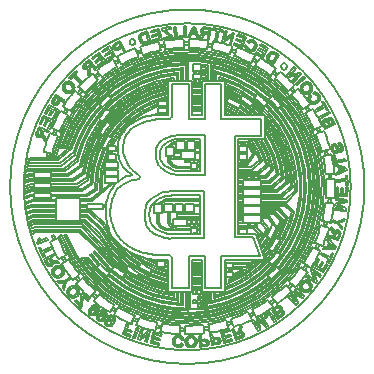
<source format=gbr>
%TF.GenerationSoftware,KiCad,Pcbnew,(5.1.12)-1*%
%TF.CreationDate,2022-05-26T18:44:23+02:00*%
%TF.ProjectId,esp32solarminer,65737033-3273-46f6-9c61-726d696e6572,0.3*%
%TF.SameCoordinates,Original*%
%TF.FileFunction,Legend,Bot*%
%TF.FilePolarity,Positive*%
%FSLAX46Y46*%
G04 Gerber Fmt 4.6, Leading zero omitted, Abs format (unit mm)*
G04 Created by KiCad (PCBNEW (5.1.12)-1) date 2022-05-26 18:44:23*
%MOMM*%
%LPD*%
G01*
G04 APERTURE LIST*
%ADD10C,0.200000*%
G04 APERTURE END LIST*
D10*
%TO.C,REF\u002A\u002A*%
X169183999Y-68978103D02*
X169299233Y-69080645D01*
X169068765Y-68875561D02*
X169183999Y-68978103D01*
X154041949Y-55193885D02*
X153912603Y-55073324D01*
X154965396Y-54589214D02*
X154811757Y-54724424D01*
X154811757Y-54724424D02*
X154660966Y-54862804D01*
X168961406Y-68780027D02*
X169068765Y-68875561D01*
X153912603Y-55073324D02*
X154053640Y-54925018D01*
X154053640Y-54925018D02*
X154197623Y-54779566D01*
X154783191Y-54377777D02*
X154849975Y-54455275D01*
X154422451Y-55093997D02*
X154277232Y-55242707D01*
X154277232Y-55242707D02*
X154191624Y-55333394D01*
X154660966Y-54862804D02*
X154510976Y-55006356D01*
X154510976Y-55006356D02*
X154422451Y-55093997D01*
X154116786Y-55263639D02*
X154041949Y-55193885D01*
X154801653Y-55591324D02*
X154922785Y-55709948D01*
X153874097Y-56256958D02*
X154004858Y-56090926D01*
X154004858Y-56090926D02*
X154139272Y-55927875D01*
X154139272Y-55927875D02*
X154230902Y-55820841D01*
X154191624Y-55333394D02*
X154116786Y-55263639D01*
X154230902Y-55820841D02*
X154371318Y-55662859D01*
X154371318Y-55662859D02*
X154515220Y-55508052D01*
X154515220Y-55508052D02*
X154613064Y-55406641D01*
X154197623Y-54779566D02*
X154348066Y-54633630D01*
X154348066Y-54633630D02*
X154452711Y-54535574D01*
X154849975Y-54455275D02*
X154965396Y-54589214D01*
X154716400Y-54300269D02*
X154783191Y-54377777D01*
X154452711Y-54535574D02*
X154608296Y-54394758D01*
X154608296Y-54394758D02*
X154716400Y-54300269D01*
X168401262Y-69782811D02*
X168297696Y-69668501D01*
X168497757Y-69889317D02*
X168401262Y-69782811D01*
X168194131Y-69554191D02*
X168344282Y-69415371D01*
X168344282Y-69415371D02*
X168491581Y-69273579D01*
X168491581Y-69273579D02*
X168635982Y-69128856D01*
X168635982Y-69128856D02*
X168777442Y-68981249D01*
X168777442Y-68981249D02*
X168915918Y-68830800D01*
X168915918Y-68830800D02*
X168961406Y-68780027D01*
X149232286Y-59056855D02*
X149282968Y-58857257D01*
X149282968Y-58857257D02*
X149336914Y-58658574D01*
X149336914Y-58658574D02*
X149394124Y-58460806D01*
X149394124Y-58460806D02*
X149454598Y-58263955D01*
X153835587Y-68775370D02*
X153915581Y-68703935D01*
X154046914Y-68586655D02*
X154182420Y-68735308D01*
X154182420Y-68735308D02*
X154320941Y-68881163D01*
X154320941Y-68881163D02*
X154339634Y-68900394D01*
X149964913Y-59236484D02*
X149770310Y-59188770D01*
X149770310Y-59188770D02*
X149598601Y-59146670D01*
X155292544Y-68742587D02*
X155442300Y-68875581D01*
X155442300Y-68875581D02*
X155594944Y-69005219D01*
X155594944Y-69005219D02*
X155750410Y-69131446D01*
X155750410Y-69131446D02*
X155908631Y-69254210D01*
X155908631Y-69254210D02*
X156069539Y-69373456D01*
X156069539Y-69373456D02*
X156123762Y-69412414D01*
X169299233Y-67777582D02*
X169172963Y-67947772D01*
X169172963Y-67947772D02*
X169043049Y-68115171D01*
X169043049Y-68115171D02*
X168954436Y-68225192D01*
X168978431Y-67544916D02*
X169067788Y-67609724D01*
X153915581Y-68703935D02*
X154046914Y-68586655D01*
X154576642Y-69135446D02*
X154728948Y-69278380D01*
X154728948Y-69278380D02*
X154821776Y-69362576D01*
X167307958Y-54180279D02*
X167467345Y-54303079D01*
X167467345Y-54303079D02*
X167624164Y-54429094D01*
X167624164Y-54429094D02*
X167764483Y-54546430D01*
X154678688Y-69522369D02*
X154561221Y-69653550D01*
X154750232Y-69442473D02*
X154678688Y-69522369D01*
X155989877Y-69600215D02*
X155888584Y-69742298D01*
X168198500Y-54939137D02*
X168103531Y-55038019D01*
X167892468Y-55257778D02*
X167739630Y-55114230D01*
X167739630Y-55114230D02*
X167583660Y-54974158D01*
X167583660Y-54974158D02*
X167424619Y-54837610D01*
X167424619Y-54837610D02*
X167262565Y-54704638D01*
X167262565Y-54704638D02*
X167097558Y-54575292D01*
X167097558Y-54575292D02*
X167041910Y-54532992D01*
X167207019Y-54314098D02*
X167307958Y-54180279D01*
X155444088Y-69405222D02*
X155282633Y-69272146D01*
X155282633Y-69272146D02*
X155124157Y-69135531D01*
X155124157Y-69135531D02*
X155020194Y-69042517D01*
X168503052Y-68577475D02*
X168421765Y-68502797D01*
X169157144Y-67674530D02*
X169299233Y-67777582D01*
X149598601Y-59146670D02*
X149403994Y-59098955D01*
X149403994Y-59098955D02*
X149232286Y-59056855D01*
X150079940Y-57624533D02*
X150266596Y-57697383D01*
X150266596Y-57697383D02*
X150431292Y-57761664D01*
X150973900Y-55801389D02*
X151145792Y-55904348D01*
X151145792Y-55904348D02*
X151297462Y-55995195D01*
X168282597Y-54613534D02*
X168361097Y-54529092D01*
X168008569Y-55136893D02*
X167892468Y-55257778D01*
X167041910Y-54532992D02*
X167124465Y-54423544D01*
X167764483Y-54546430D02*
X167916302Y-54678502D01*
X167916302Y-54678502D02*
X168065385Y-54813647D01*
X168065385Y-54813647D02*
X168198500Y-54939137D01*
X149454598Y-58263955D02*
X149518301Y-58068125D01*
X149518301Y-58068125D02*
X149585201Y-57873423D01*
X149585201Y-57873423D02*
X149655298Y-57679848D01*
X149655298Y-57679848D02*
X149728591Y-57487402D01*
X155020194Y-69042517D02*
X155097725Y-68957134D01*
X155175247Y-68871761D02*
X155292544Y-68742587D01*
X154707362Y-55498987D02*
X154801653Y-55591324D01*
X154613064Y-55406641D02*
X154707362Y-55498987D01*
X156056819Y-69506315D02*
X155989877Y-69600215D01*
X168439595Y-54444652D02*
X168558291Y-54316971D01*
X169067718Y-55429815D02*
X168927529Y-55270145D01*
X168927529Y-55270145D02*
X168784037Y-55113464D01*
X168784037Y-55113464D02*
X168637297Y-54959830D01*
X168637297Y-54959830D02*
X168487367Y-54809302D01*
X168487367Y-54809302D02*
X168334304Y-54661940D01*
X168334304Y-54661940D02*
X168282597Y-54613534D01*
X154247638Y-69360663D02*
X154105735Y-69219707D01*
X154105735Y-69219707D02*
X153997290Y-69108174D01*
X150248070Y-56332661D02*
X150344129Y-56148891D01*
X150344129Y-56148891D02*
X150443194Y-55966788D01*
X150443194Y-55966788D02*
X150545264Y-55786353D01*
X150545264Y-55786353D02*
X150650340Y-55607585D01*
X154339634Y-68900394D02*
X154486830Y-69048246D01*
X154486830Y-69048246D02*
X154576642Y-69135446D01*
X155888584Y-69742298D02*
X155719567Y-69618964D01*
X155719567Y-69618964D02*
X155553336Y-69491938D01*
X155553336Y-69491938D02*
X155444088Y-69405222D01*
X168292514Y-68384055D02*
X168428447Y-68232833D01*
X168428447Y-68232833D02*
X168561059Y-68078717D01*
X168561059Y-68078717D02*
X168690297Y-67921769D01*
X168690297Y-67921769D02*
X168816107Y-67762056D01*
X168816107Y-67762056D02*
X168938437Y-67599642D01*
X168938437Y-67599642D02*
X168978431Y-67544916D01*
X156123762Y-69412414D02*
X156056819Y-69506315D01*
X168584348Y-68652162D02*
X168503052Y-68577475D01*
X169067788Y-67609724D02*
X169157144Y-67674530D01*
X168361097Y-54529092D02*
X168439595Y-54444652D01*
X155097725Y-68957134D02*
X155175247Y-68871761D01*
X154922785Y-55709948D02*
X154783272Y-55855627D01*
X154783272Y-55855627D02*
X154647071Y-56004351D01*
X154647071Y-56004351D02*
X154514233Y-56156063D01*
X154514233Y-56156063D02*
X154384806Y-56310707D01*
X154384806Y-56310707D02*
X154258839Y-56468225D01*
X154258839Y-56468225D02*
X154217628Y-56521360D01*
X154008460Y-56360372D02*
X153874097Y-56256958D01*
X154113043Y-56440865D02*
X154008460Y-56360372D01*
X154217628Y-56521360D02*
X154113043Y-56440865D01*
X153997290Y-69108174D02*
X153860209Y-68962191D01*
X153860209Y-68962191D02*
X153755585Y-68846813D01*
X167124465Y-54423544D02*
X167207019Y-54314098D01*
X168103531Y-55038019D02*
X168008569Y-55136893D01*
X168954436Y-68225192D02*
X168818555Y-68387798D01*
X168818555Y-68387798D02*
X168679179Y-68547428D01*
X168679179Y-68547428D02*
X168584348Y-68652162D01*
X168421765Y-68502797D02*
X168292514Y-68384055D01*
X149894715Y-57082796D02*
X149978390Y-56893065D01*
X149978390Y-56893065D02*
X150065174Y-56704798D01*
X150065174Y-56704798D02*
X150155067Y-56517996D01*
X150155067Y-56517996D02*
X150248070Y-56332661D01*
X168978396Y-54729995D02*
X169117390Y-54877313D01*
X169117390Y-54877313D02*
X169253531Y-55027278D01*
X169253531Y-55027278D02*
X169374782Y-55165867D01*
X168558291Y-54316971D02*
X168705307Y-54456299D01*
X168705307Y-54456299D02*
X168849606Y-54598413D01*
X168849606Y-54598413D02*
X168978396Y-54729995D01*
X149728591Y-57487402D02*
X149915243Y-57560252D01*
X149915243Y-57560252D02*
X150079940Y-57624533D01*
X154821776Y-69362576D02*
X154750232Y-69442473D01*
X150431292Y-57761664D02*
X150345660Y-57987910D01*
X150345660Y-57987910D02*
X150264721Y-58215817D01*
X150264721Y-58215817D02*
X150188496Y-58445312D01*
X150188496Y-58445312D02*
X150117010Y-58676321D01*
X150117010Y-58676321D02*
X150050285Y-58908771D01*
X150050285Y-58908771D02*
X149988344Y-59142590D01*
X149988344Y-59142590D02*
X149964913Y-59236484D01*
X169199912Y-55316183D02*
X169067718Y-55429815D01*
X169287342Y-55241029D02*
X169199912Y-55316183D01*
X153755585Y-68846813D02*
X153835587Y-68775370D01*
X169374782Y-55165867D02*
X169287342Y-55241029D01*
X154561221Y-69653550D02*
X154412700Y-69517898D01*
X154412700Y-69517898D02*
X154266873Y-69379350D01*
X154266873Y-69379350D02*
X154247638Y-69360663D01*
X155813559Y-51682866D02*
X155718640Y-51506407D01*
X155718640Y-51506407D02*
X155634889Y-51350709D01*
X161069286Y-49906980D02*
X161074459Y-50107282D01*
X161074459Y-50107282D02*
X161079023Y-50284019D01*
X155456219Y-51018550D02*
X155639644Y-50921834D01*
X155639644Y-50921834D02*
X155824598Y-50828196D01*
X155824598Y-50828196D02*
X156011078Y-50737638D01*
X156011078Y-50737638D02*
X156199085Y-50650160D01*
X161496914Y-49526297D02*
X161704245Y-49529910D01*
X161704245Y-49529910D02*
X161911431Y-49536957D01*
X161911431Y-49536957D02*
X162118472Y-49547438D01*
X162118472Y-49547438D02*
X162325367Y-49561353D01*
X151952412Y-70256370D02*
X152103447Y-70124708D01*
X152103447Y-70124708D02*
X152236716Y-70008535D01*
X156199085Y-50650160D02*
X156388514Y-50565807D01*
X156388514Y-50565807D02*
X156579263Y-50484629D01*
X156579263Y-50484629D02*
X156771332Y-50406623D01*
X156771332Y-50406623D02*
X156964721Y-50331792D01*
X150473505Y-66416760D02*
X150566617Y-66641851D01*
X150566617Y-66641851D02*
X150664349Y-66864913D01*
X150664349Y-66864913D02*
X150766668Y-67085874D01*
X150766668Y-67085874D02*
X150873538Y-67304664D01*
X150873538Y-67304664D02*
X150984928Y-67521212D01*
X150984928Y-67521212D02*
X151100801Y-67735447D01*
X151100801Y-67735447D02*
X151148399Y-67820478D01*
X151148399Y-67820478D02*
X150973967Y-67919070D01*
X150973967Y-67919070D02*
X150820056Y-68006065D01*
X169242488Y-52303252D02*
X169402727Y-52434866D01*
X169402727Y-52434866D02*
X169560721Y-52569082D01*
X169560721Y-52569082D02*
X169716467Y-52705899D01*
X169716467Y-52705899D02*
X169869966Y-52845317D01*
X157097911Y-50684653D02*
X157168669Y-50872112D01*
X157168669Y-50872112D02*
X157231103Y-51037518D01*
X151356865Y-68174697D02*
X151486211Y-68381108D01*
X151486211Y-68381108D02*
X151619774Y-68584747D01*
X151619774Y-68584747D02*
X151757509Y-68785550D01*
X151757509Y-68785550D02*
X151899371Y-68983453D01*
X151899371Y-68983453D02*
X152045313Y-69178391D01*
X152045313Y-69178391D02*
X152195292Y-69370302D01*
X152195292Y-69370302D02*
X152256404Y-69446205D01*
X153620012Y-70864386D02*
X153487707Y-71014859D01*
X153487707Y-71014859D02*
X153370967Y-71147631D01*
X161490018Y-50280592D02*
X161491849Y-50080233D01*
X161491849Y-50080233D02*
X161493466Y-49903445D01*
X169005521Y-52596679D02*
X169131410Y-52440794D01*
X169131410Y-52440794D02*
X169242488Y-52303252D01*
X150650340Y-55607585D02*
X150822230Y-55710542D01*
X150822230Y-55710542D02*
X150973900Y-55801389D01*
X151297462Y-55995195D02*
X151174465Y-56205451D01*
X151174465Y-56205451D02*
X151055878Y-56418161D01*
X151055878Y-56418161D02*
X150941738Y-56633254D01*
X150941738Y-56633254D02*
X150832079Y-56850660D01*
X150832079Y-56850660D02*
X150726938Y-57070309D01*
X150726938Y-57070309D02*
X150626351Y-57292132D01*
X150626351Y-57292132D02*
X150587399Y-57381455D01*
X170460154Y-53427755D02*
X170314764Y-53565625D01*
X170314764Y-53565625D02*
X170186477Y-53687278D01*
X150241058Y-57232126D02*
X150057062Y-57152793D01*
X150057062Y-57152793D02*
X149894715Y-57082796D01*
X150587399Y-57381455D02*
X150403405Y-57302123D01*
X150403405Y-57302123D02*
X150241058Y-57232126D01*
X151872676Y-53907812D02*
X152024988Y-54037993D01*
X152024988Y-54037993D02*
X152159384Y-54152861D01*
X151514791Y-55646344D02*
X151346604Y-55537439D01*
X151346604Y-55537439D02*
X151198203Y-55441347D01*
X151198203Y-55441347D02*
X151030013Y-55332441D01*
X151030013Y-55332441D02*
X150881614Y-55236349D01*
X151035208Y-68371649D02*
X151206088Y-68267017D01*
X151206088Y-68267017D02*
X151356865Y-68174697D01*
X163043120Y-50397976D02*
X162801628Y-50366067D01*
X162801628Y-50366067D02*
X162559585Y-50339175D01*
X162559585Y-50339175D02*
X162317068Y-50317305D01*
X162317068Y-50317305D02*
X162074155Y-50300463D01*
X162074155Y-50300463D02*
X161830925Y-50288654D01*
X161830925Y-50288654D02*
X161587455Y-50281886D01*
X161587455Y-50281886D02*
X161490018Y-50280592D01*
X150491712Y-68191653D02*
X150391175Y-68010292D01*
X150391175Y-68010292D02*
X150293685Y-67827340D01*
X150293685Y-67827340D02*
X150199241Y-67642797D01*
X150199241Y-67642797D02*
X150107845Y-67456664D01*
X150123507Y-66557313D02*
X150309443Y-66482644D01*
X150309443Y-66482644D02*
X150473505Y-66416760D01*
X149773513Y-66697864D02*
X149959445Y-66623196D01*
X149959445Y-66623196D02*
X150123507Y-66557313D01*
X152236716Y-70008535D02*
X152387754Y-69876871D01*
X152387754Y-69876871D02*
X152521023Y-69760698D01*
X161079023Y-50284019D02*
X160835592Y-50292830D01*
X160835592Y-50292830D02*
X160592454Y-50306680D01*
X160592454Y-50306680D02*
X160349686Y-50325560D01*
X160349686Y-50325560D02*
X160107366Y-50349465D01*
X160107366Y-50349465D02*
X159865573Y-50378385D01*
X159865573Y-50378385D02*
X159624383Y-50412315D01*
X159624383Y-50412315D02*
X159528095Y-50427288D01*
X151169749Y-69261018D02*
X151051395Y-69090750D01*
X151051395Y-69090750D02*
X150935911Y-68918591D01*
X150935911Y-68918591D02*
X150823297Y-68744541D01*
X150823297Y-68744541D02*
X150713554Y-68568600D01*
X151963609Y-69683951D02*
X151808059Y-69810254D01*
X151808059Y-69810254D02*
X151670813Y-69921697D01*
X153121920Y-71430877D02*
X152967332Y-71292667D01*
X152967332Y-71292667D02*
X152815098Y-71151953D01*
X152815098Y-71151953D02*
X152665217Y-71008734D01*
X152665217Y-71008734D02*
X152517692Y-70863012D01*
X153370967Y-71147631D02*
X153238659Y-71298106D01*
X153238659Y-71298106D02*
X153121920Y-71430877D01*
X166951186Y-51256336D02*
X166859222Y-51434355D01*
X166859222Y-51434355D02*
X166778079Y-51591430D01*
X159468599Y-50054848D02*
X159436991Y-49856986D01*
X159436991Y-49856986D02*
X159409102Y-49682406D01*
X162325367Y-49561353D02*
X162532001Y-49578692D01*
X162532001Y-49578692D02*
X162738264Y-49599449D01*
X162738264Y-49599449D02*
X162944154Y-49623622D01*
X162944154Y-49623622D02*
X163149673Y-49651213D01*
X163096397Y-50024592D02*
X163068093Y-50222952D01*
X163068093Y-50222952D02*
X163043120Y-50397976D01*
X161059548Y-49529944D02*
X161064721Y-49730242D01*
X161064721Y-49730242D02*
X161069286Y-49906980D01*
X156964721Y-50331792D02*
X157035477Y-50519247D01*
X157035477Y-50519247D02*
X157097911Y-50684653D01*
X151670813Y-69921697D02*
X151541439Y-69759642D01*
X151541439Y-69759642D02*
X151414804Y-69595511D01*
X151414804Y-69595511D02*
X151290907Y-69429302D01*
X151290907Y-69429302D02*
X151169749Y-69261018D01*
X167124291Y-50921246D02*
X167032329Y-51099261D01*
X167032329Y-51099261D02*
X166951186Y-51256336D01*
X165477257Y-50614778D02*
X165544879Y-50426163D01*
X165544879Y-50426163D02*
X165604545Y-50259742D01*
X157231103Y-51037518D02*
X157004110Y-51125895D01*
X157004110Y-51125895D02*
X156779051Y-51218934D01*
X156779051Y-51218934D02*
X156555995Y-51316603D01*
X156555995Y-51316603D02*
X156335015Y-51418868D01*
X156335015Y-51418868D02*
X156116182Y-51525698D01*
X156116182Y-51525698D02*
X155899567Y-51637059D01*
X155899567Y-51637059D02*
X155813559Y-51682866D01*
X163149673Y-49651213D02*
X163121370Y-49849569D01*
X163121370Y-49849569D02*
X163096397Y-50024592D01*
X151355120Y-54555648D02*
X151480481Y-54390471D01*
X151480481Y-54390471D02*
X151608527Y-54227439D01*
X151608527Y-54227439D02*
X151739259Y-54066553D01*
X151739259Y-54066553D02*
X151872676Y-53907812D01*
X152159384Y-54152861D02*
X152311699Y-54283045D01*
X152311699Y-54283045D02*
X152446095Y-54397914D01*
X165349969Y-50969812D02*
X165417590Y-50781200D01*
X165417590Y-50781200D02*
X165477257Y-50614778D01*
X150713554Y-68568600D02*
X150884431Y-68463970D01*
X150884431Y-68463970D02*
X151035208Y-68371649D01*
X161493466Y-49903445D02*
X161495298Y-49703083D01*
X161495298Y-49703083D02*
X161496914Y-49526297D01*
X150881614Y-55236349D02*
X150995758Y-55063230D01*
X150995758Y-55063230D02*
X151112724Y-54892073D01*
X151112724Y-54892073D02*
X151232511Y-54722878D01*
X151232511Y-54722878D02*
X151355120Y-54555648D01*
X152446095Y-54397914D02*
X152289756Y-54584714D01*
X152289756Y-54584714D02*
X152137357Y-54774668D01*
X152137357Y-54774668D02*
X151988944Y-54967713D01*
X151988944Y-54967713D02*
X151844565Y-55163787D01*
X151844565Y-55163787D02*
X151704265Y-55362826D01*
X151704265Y-55362826D02*
X151568093Y-55564768D01*
X151568093Y-55564768D02*
X151514791Y-55646344D01*
X150107845Y-67456664D02*
X150019544Y-67269042D01*
X150019544Y-67269042D02*
X149934388Y-67080035D01*
X149934388Y-67080035D02*
X149852378Y-66889642D01*
X149852378Y-66889642D02*
X149773513Y-66697864D01*
X150820056Y-68006065D02*
X150645622Y-68104659D01*
X150645622Y-68104659D02*
X150491712Y-68191653D01*
X152256404Y-69446205D02*
X152100856Y-69572507D01*
X152100856Y-69572507D02*
X151963609Y-69683951D01*
X169912798Y-53946803D02*
X169743363Y-53771794D01*
X169743363Y-53771794D02*
X169570379Y-53600375D01*
X169570379Y-53600375D02*
X169393904Y-53432596D01*
X169393904Y-53432596D02*
X169213996Y-53268512D01*
X169213996Y-53268512D02*
X169030713Y-53108176D01*
X169030713Y-53108176D02*
X168844111Y-52951641D01*
X168844111Y-52951641D02*
X168768555Y-52890104D01*
X168768555Y-52890104D02*
X168894442Y-52734222D01*
X168894442Y-52734222D02*
X169005521Y-52596679D01*
X166375387Y-50565298D02*
X166564825Y-50649628D01*
X166564825Y-50649628D02*
X166752789Y-50737063D01*
X166752789Y-50737063D02*
X166939277Y-50827602D01*
X166939277Y-50827602D02*
X167124291Y-50921246D01*
X155634889Y-51350709D02*
X155539970Y-51174247D01*
X155539970Y-51174247D02*
X155456219Y-51018550D01*
X152517692Y-70863012D02*
X152372600Y-70714866D01*
X152372600Y-70714866D02*
X152230023Y-70564377D01*
X152230023Y-70564377D02*
X152089960Y-70411545D01*
X152089960Y-70411545D02*
X151952412Y-70256370D01*
X170186477Y-53687278D02*
X170041085Y-53825150D01*
X170041085Y-53825150D02*
X169912798Y-53946803D01*
X169869966Y-52845317D02*
X170021134Y-52987256D01*
X170021134Y-52987256D02*
X170169888Y-53131643D01*
X170169888Y-53131643D02*
X170316228Y-53278476D01*
X170316228Y-53278476D02*
X170460154Y-53427755D01*
X165604545Y-50259742D02*
X165799155Y-50331338D01*
X165799155Y-50331338D02*
X165992499Y-50406130D01*
X165992499Y-50406130D02*
X166184577Y-50484116D01*
X166184577Y-50484116D02*
X166375387Y-50565298D01*
X152521023Y-69760698D02*
X152682980Y-69942647D01*
X152682980Y-69942647D02*
X152848634Y-70121161D01*
X152848634Y-70121161D02*
X153017928Y-70296182D01*
X153017928Y-70296182D02*
X153190807Y-70467656D01*
X153190807Y-70467656D02*
X153367215Y-70635526D01*
X153367215Y-70635526D02*
X153547098Y-70799738D01*
X153547098Y-70799738D02*
X153620012Y-70864386D01*
X166778079Y-51591430D02*
X166560513Y-51481878D01*
X166560513Y-51481878D02*
X166340777Y-51376881D01*
X166340777Y-51376881D02*
X166118942Y-51276472D01*
X166118942Y-51276472D02*
X165895080Y-51180681D01*
X165895080Y-51180681D02*
X165669262Y-51089539D01*
X165669262Y-51089539D02*
X165441560Y-51003078D01*
X165441560Y-51003078D02*
X165349969Y-50969812D01*
X168444332Y-52637501D02*
X168248083Y-52493200D01*
X168248083Y-52493200D02*
X168048934Y-52353029D01*
X168048934Y-52353029D02*
X167846951Y-52217031D01*
X167846951Y-52217031D02*
X167642198Y-52085248D01*
X167642198Y-52085248D02*
X167434742Y-51957723D01*
X167434742Y-51957723D02*
X167224649Y-51834500D01*
X167224649Y-51834500D02*
X167139888Y-51786425D01*
X153701860Y-52161161D02*
X153866588Y-52035209D01*
X153866588Y-52035209D02*
X154033336Y-51912039D01*
X154033336Y-51912039D02*
X154202103Y-51791650D01*
X154202103Y-51791650D02*
X154372888Y-51674043D01*
X166513090Y-72613064D02*
X166600535Y-72793342D01*
X166600535Y-72793342D02*
X166677694Y-72952412D01*
X154372888Y-51674043D02*
X154545597Y-51559281D01*
X154545597Y-51559281D02*
X154720136Y-51447428D01*
X154720136Y-51447428D02*
X154896507Y-51338484D01*
X154896507Y-51338484D02*
X155074708Y-51232450D01*
X153361364Y-52435690D02*
X153489832Y-52589449D01*
X153489832Y-52589449D02*
X153603190Y-52725121D01*
X168670897Y-52335969D02*
X168550534Y-52496158D01*
X168550534Y-52496158D02*
X168444332Y-52637501D01*
X153933423Y-52458872D02*
X153810403Y-52300711D01*
X153810403Y-52300711D02*
X153701860Y-52161161D01*
X157497336Y-50541816D02*
X157433173Y-50351996D01*
X157433173Y-50351996D02*
X157376561Y-50184512D01*
X165075507Y-50478616D02*
X165014520Y-50669478D01*
X165014520Y-50669478D02*
X164960708Y-50837886D01*
X164392529Y-49893281D02*
X164593378Y-49944838D01*
X164593378Y-49944838D02*
X164793291Y-49999702D01*
X164793291Y-49999702D02*
X164992267Y-50057873D01*
X164992267Y-50057873D02*
X165190306Y-50119351D01*
X168994660Y-71963588D02*
X168872742Y-71804583D01*
X168872742Y-71804583D02*
X168765166Y-71664284D01*
X159236066Y-73594085D02*
X159476009Y-73636078D01*
X159476009Y-73636078D02*
X159716713Y-73673082D01*
X159716713Y-73673082D02*
X159958102Y-73705088D01*
X159958102Y-73705088D02*
X160200097Y-73732088D01*
X160200097Y-73732088D02*
X160442619Y-73754071D01*
X160442619Y-73754071D02*
X160685592Y-73771029D01*
X160685592Y-73771029D02*
X160782890Y-73776403D01*
X168765166Y-71664284D02*
X168643245Y-71505275D01*
X168643245Y-71505275D02*
X168535670Y-71364976D01*
X163581524Y-49720556D02*
X163785348Y-49758694D01*
X163785348Y-49758694D02*
X163988458Y-49800195D01*
X163988458Y-49800195D02*
X164190852Y-49845057D01*
X164190852Y-49845057D02*
X164392529Y-49893281D01*
X167952129Y-72682208D02*
X167774765Y-72789636D01*
X167774765Y-72789636D02*
X167595694Y-72894082D01*
X167595694Y-72894082D02*
X167414916Y-72995545D01*
X167414916Y-72995545D02*
X167232432Y-73094025D01*
X169635599Y-71437515D02*
X169478635Y-71573018D01*
X169478635Y-71573018D02*
X169319490Y-71705864D01*
X169319490Y-71705864D02*
X169158165Y-71836054D01*
X169158165Y-71836054D02*
X168994660Y-71963588D01*
X160782890Y-73776403D02*
X160772669Y-73976509D01*
X160772669Y-73976509D02*
X160763651Y-74153074D01*
X167232432Y-73094025D02*
X167138739Y-72916915D01*
X167138739Y-72916915D02*
X167056067Y-72760640D01*
X157376561Y-50184512D02*
X157573547Y-50119740D01*
X157573547Y-50119740D02*
X157771527Y-50058258D01*
X157771527Y-50058258D02*
X157970498Y-50000067D01*
X157970498Y-50000067D02*
X158170461Y-49945167D01*
X165069766Y-73198486D02*
X165300259Y-73119691D01*
X165300259Y-73119691D02*
X165529017Y-73036157D01*
X165529017Y-73036157D02*
X165755967Y-72947915D01*
X165755967Y-72947915D02*
X165981036Y-72854993D01*
X165981036Y-72854993D02*
X166204150Y-72757421D01*
X166204150Y-72757421D02*
X166425238Y-72655228D01*
X166425238Y-72655228D02*
X166513090Y-72613064D01*
X167056067Y-72760640D02*
X166962371Y-72583526D01*
X166962371Y-72583526D02*
X166879700Y-72427251D01*
X166677694Y-72952412D02*
X166765141Y-73132692D01*
X166765141Y-73132692D02*
X166842299Y-73291761D01*
X155074708Y-51232450D02*
X155175735Y-51405480D01*
X155175735Y-51405480D02*
X155264879Y-51558157D01*
X159167200Y-73964910D02*
X159203785Y-73767908D01*
X159203785Y-73767908D02*
X159236066Y-73594085D01*
X159528095Y-50427288D02*
X159496487Y-50229429D01*
X159496487Y-50229429D02*
X159468599Y-50054848D01*
X168424074Y-71916470D02*
X168540361Y-72079643D01*
X168540361Y-72079643D02*
X168642966Y-72223617D01*
X168535670Y-71364976D02*
X168727430Y-71214762D01*
X168727430Y-71214762D02*
X168915992Y-71060644D01*
X168915992Y-71060644D02*
X169101298Y-70902674D01*
X169101298Y-70902674D02*
X169283288Y-70740903D01*
X169283288Y-70740903D02*
X169461904Y-70575383D01*
X169461904Y-70575383D02*
X169637087Y-70406166D01*
X169637087Y-70406166D02*
X169706186Y-70337456D01*
X168897461Y-52034441D02*
X168777099Y-52194626D01*
X168777099Y-52194626D02*
X168670897Y-52335969D01*
X158978468Y-49758942D02*
X159016972Y-49955572D01*
X159016972Y-49955572D02*
X159050947Y-50129074D01*
X153845019Y-53014556D02*
X153659717Y-53172667D01*
X153659717Y-53172667D02*
X153477773Y-53334546D01*
X153477773Y-53334546D02*
X153299245Y-53500138D01*
X153299245Y-53500138D02*
X153124188Y-53669388D01*
X153124188Y-53669388D02*
X152952660Y-53842242D01*
X152952660Y-53842242D02*
X152784717Y-54018647D01*
X152784717Y-54018647D02*
X152718557Y-54090191D01*
X165306362Y-73914748D02*
X165243516Y-73724493D01*
X165243516Y-73724493D02*
X165188064Y-73556619D01*
X160231799Y-49578812D02*
X160438432Y-49561448D01*
X160438432Y-49561448D02*
X160645268Y-49547515D01*
X160645268Y-49547515D02*
X160852306Y-49537014D01*
X160852306Y-49537014D02*
X161059548Y-49529944D01*
X155264879Y-51558157D02*
X155365908Y-51731191D01*
X155365908Y-51731191D02*
X155455053Y-51883868D01*
X154164984Y-52756581D02*
X154041967Y-52598423D01*
X154041967Y-52598423D02*
X153933423Y-52458872D01*
X159123427Y-50499209D02*
X158884874Y-50548493D01*
X158884874Y-50548493D02*
X158647450Y-50602697D01*
X158647450Y-50602697D02*
X158411230Y-50661799D01*
X158411230Y-50661799D02*
X158176290Y-50725780D01*
X158176290Y-50725780D02*
X157942706Y-50794619D01*
X157942706Y-50794619D02*
X157710553Y-50868296D01*
X157710553Y-50868296D02*
X157618110Y-50899118D01*
X165188064Y-73556619D02*
X165125217Y-73366360D01*
X165125217Y-73366360D02*
X165069766Y-73198486D01*
X152718557Y-54090191D02*
X152570887Y-53954763D01*
X152570887Y-53954763D02*
X152440590Y-53835268D01*
X159050947Y-50129074D02*
X159089452Y-50325708D01*
X159089452Y-50325708D02*
X159123427Y-50499209D01*
X165190306Y-50119351D02*
X165129319Y-50310209D01*
X165129319Y-50310209D02*
X165075507Y-50478616D01*
X167324601Y-51457590D02*
X167422731Y-51282894D01*
X167422731Y-51282894D02*
X167509316Y-51128754D01*
X168642966Y-72223617D02*
X168473108Y-72342559D01*
X168473108Y-72342559D02*
X168301348Y-72458639D01*
X168301348Y-72458639D02*
X168127688Y-72571855D01*
X168127688Y-72571855D02*
X167952129Y-72682208D01*
X164960708Y-50837886D02*
X164727920Y-50766151D01*
X164727920Y-50766151D02*
X164493751Y-50699270D01*
X164493751Y-50699270D02*
X164258277Y-50637262D01*
X164258277Y-50637262D02*
X164021575Y-50580146D01*
X164021575Y-50580146D02*
X163783719Y-50527939D01*
X163783719Y-50527939D02*
X163544788Y-50480663D01*
X163544788Y-50480663D02*
X163448931Y-50463137D01*
X170240284Y-70870136D02*
X170092640Y-71015740D01*
X170092640Y-71015740D02*
X169942644Y-71158838D01*
X169942644Y-71158838D02*
X169790297Y-71299430D01*
X169790297Y-71299430D02*
X169635599Y-71437515D01*
X163448931Y-50463137D02*
X163484151Y-50265889D01*
X163484151Y-50265889D02*
X163515228Y-50091847D01*
X169706186Y-70337456D02*
X169848054Y-70478948D01*
X169848054Y-70478948D02*
X169973234Y-70603795D01*
X167139888Y-51786425D02*
X167238016Y-51611731D01*
X167238016Y-51611731D02*
X167324601Y-51457590D01*
X152162622Y-53580344D02*
X152304038Y-53428684D01*
X152304038Y-53428684D02*
X152447909Y-53279430D01*
X152447909Y-53279430D02*
X152594235Y-53132582D01*
X152594235Y-53132582D02*
X152743016Y-52988141D01*
X168205182Y-71609326D02*
X168321468Y-71772495D01*
X168321468Y-71772495D02*
X168424074Y-71916470D01*
X155455053Y-51883868D02*
X155245977Y-52008863D01*
X155245977Y-52008863D02*
X155039586Y-52138132D01*
X155039586Y-52138132D02*
X154835942Y-52271632D01*
X154835942Y-52271632D02*
X154635111Y-52409318D01*
X154635111Y-52409318D02*
X154437159Y-52551146D01*
X154437159Y-52551146D02*
X154242149Y-52697072D01*
X154242149Y-52697072D02*
X154164984Y-52756581D01*
X158170461Y-49945167D02*
X158371304Y-49893587D01*
X158371304Y-49893587D02*
X158572919Y-49845356D01*
X158572919Y-49845356D02*
X158775307Y-49800474D01*
X158775307Y-49800474D02*
X158978468Y-49758942D01*
X168218406Y-51558583D02*
X168391128Y-51673325D01*
X168391128Y-51673325D02*
X168561878Y-51790882D01*
X168561878Y-51790882D02*
X168730655Y-51911254D01*
X168730655Y-51911254D02*
X168897461Y-52034441D01*
X163515228Y-50091847D02*
X163550447Y-49894597D01*
X163550447Y-49894597D02*
X163581524Y-49720556D01*
X153603190Y-52725121D02*
X153731661Y-52878884D01*
X153731661Y-52878884D02*
X153845019Y-53014556D01*
X169973234Y-70603795D02*
X170115105Y-70745289D01*
X170115105Y-70745289D02*
X170240284Y-70870136D01*
X166842299Y-73291761D02*
X166654983Y-73380711D01*
X166654983Y-73380711D02*
X166466271Y-73466521D01*
X166466271Y-73466521D02*
X166276161Y-73549191D01*
X166276161Y-73549191D02*
X166084657Y-73628720D01*
X152743016Y-52988141D02*
X152894168Y-52846183D01*
X152894168Y-52846183D02*
X153047610Y-52706789D01*
X153047610Y-52706789D02*
X153203342Y-52569958D01*
X153203342Y-52569958D02*
X153361364Y-52435690D01*
X160763651Y-74153074D02*
X160753431Y-74353183D01*
X160753431Y-74353183D02*
X160744413Y-74529747D01*
X166084657Y-73628720D02*
X165891861Y-73705065D01*
X165891861Y-73705065D02*
X165697880Y-73778185D01*
X165697880Y-73778185D02*
X165502714Y-73848079D01*
X165502714Y-73848079D02*
X165306362Y-73914748D01*
X166879700Y-72427251D02*
X167093825Y-72311120D01*
X167093825Y-72311120D02*
X167305449Y-72190607D01*
X167305449Y-72190607D02*
X167514505Y-72065752D01*
X167514505Y-72065752D02*
X167720925Y-71936597D01*
X167720925Y-71936597D02*
X167924643Y-71803183D01*
X167924643Y-71803183D02*
X168125592Y-71665550D01*
X168125592Y-71665550D02*
X168205182Y-71609326D01*
X159409102Y-49682406D02*
X159614132Y-49651392D01*
X159614132Y-49651392D02*
X159819592Y-49623789D01*
X159819592Y-49623789D02*
X160025481Y-49599595D01*
X160025481Y-49599595D02*
X160231799Y-49578812D01*
X167509316Y-51128754D02*
X167689260Y-51231802D01*
X167689260Y-51231802D02*
X167867424Y-51337790D01*
X167867424Y-51337790D02*
X168043806Y-51446717D01*
X168043806Y-51446717D02*
X168218406Y-51558583D01*
X152440590Y-53835268D02*
X152292918Y-53699838D01*
X152292918Y-53699838D02*
X152162622Y-53580344D01*
X159098335Y-74335731D02*
X159134919Y-74138733D01*
X159134919Y-74138733D02*
X159167200Y-73964910D01*
X157618110Y-50899118D02*
X157553948Y-50709301D01*
X157553948Y-50709301D02*
X157497336Y-50541816D01*
X157866706Y-74041830D02*
X157668191Y-73981906D01*
X157668191Y-73981906D02*
X157470751Y-73918719D01*
X157470751Y-73918719D02*
X157274386Y-73852267D01*
X157274386Y-73852267D02*
X157079096Y-73782551D01*
X164677302Y-73320558D02*
X164733458Y-73512894D01*
X164733458Y-73512894D02*
X164783009Y-73682604D01*
X173514668Y-65087911D02*
X173320356Y-65039029D01*
X173320356Y-65039029D02*
X173148902Y-64995898D01*
X172835790Y-67068431D02*
X172652351Y-66987829D01*
X172652351Y-66987829D02*
X172490492Y-66916708D01*
X173400564Y-65510148D02*
X173341328Y-65708869D01*
X173341328Y-65708869D02*
X173278824Y-65906528D01*
X173278824Y-65906528D02*
X173213052Y-66103124D01*
X173213052Y-66103124D02*
X173144012Y-66298655D01*
X173477761Y-62992184D02*
X173278015Y-62976391D01*
X173278015Y-62976391D02*
X173101769Y-62962457D01*
X159918155Y-74460030D02*
X159712427Y-74434052D01*
X159712427Y-74434052D02*
X159507214Y-74404676D01*
X159507214Y-74404676D02*
X159302517Y-74371902D01*
X159302517Y-74371902D02*
X159098335Y-74335731D01*
X162836931Y-74461203D02*
X162630781Y-74483603D01*
X162630781Y-74483603D02*
X162424345Y-74502579D01*
X162424345Y-74502579D02*
X162217623Y-74518130D01*
X162217623Y-74518130D02*
X162010617Y-74530256D01*
X155913728Y-73287368D02*
X155727986Y-73195178D01*
X155727986Y-73195178D02*
X155543849Y-73099949D01*
X155543849Y-73099949D02*
X155361316Y-73001679D01*
X155361316Y-73001679D02*
X155180387Y-72900371D01*
X171685749Y-55628668D02*
X171855901Y-55522855D01*
X171855901Y-55522855D02*
X172006034Y-55429493D01*
X172490492Y-66916708D02*
X172307049Y-66836104D01*
X172307049Y-66836104D02*
X172145190Y-66764984D01*
X173038236Y-65405404D02*
X173230724Y-65461050D01*
X173230724Y-65461050D02*
X173400564Y-65510148D01*
X154113921Y-72217777D02*
X153946155Y-72095902D01*
X153946155Y-72095902D02*
X153780477Y-71971297D01*
X153780477Y-71971297D02*
X153616888Y-71843964D01*
X153616888Y-71843964D02*
X153455388Y-71713901D01*
X172442355Y-57046981D02*
X172259708Y-57129370D01*
X172259708Y-57129370D02*
X172098550Y-57202067D01*
X164085489Y-74250542D02*
X163882661Y-74293666D01*
X163882661Y-74293666D02*
X163679203Y-74333411D01*
X163679203Y-74333411D02*
X163475113Y-74369779D01*
X163475113Y-74369779D02*
X163270392Y-74402768D01*
X173853749Y-63021911D02*
X173654007Y-63006118D01*
X173654007Y-63006118D02*
X173477761Y-62992184D01*
X172420342Y-56147763D02*
X172516422Y-56331521D01*
X172516422Y-56331521D02*
X172609417Y-56516797D01*
X172609417Y-56516797D02*
X172699329Y-56703589D01*
X172699329Y-56703589D02*
X172786157Y-56891897D01*
X163270392Y-74402768D02*
X163240155Y-74204697D01*
X163240155Y-74204697D02*
X163213476Y-74029926D01*
X173062217Y-63371560D02*
X173261287Y-63394325D01*
X173261287Y-63394325D02*
X173436937Y-63414412D01*
X160744413Y-74529747D02*
X160537415Y-74517454D01*
X160537415Y-74517454D02*
X160330705Y-74501737D01*
X160330705Y-74501737D02*
X160124285Y-74482596D01*
X160124285Y-74482596D02*
X159918155Y-74460030D01*
X161187609Y-74167306D02*
X161190828Y-73966961D01*
X161190828Y-73966961D02*
X161193668Y-73790189D01*
X155180387Y-72900371D02*
X155279722Y-72726363D01*
X155279722Y-72726363D02*
X155367373Y-72572824D01*
X161181549Y-74544418D02*
X161184768Y-74344078D01*
X161184768Y-74344078D02*
X161187609Y-74167306D01*
X161193668Y-73790189D02*
X161437253Y-73791578D01*
X161437253Y-73791578D02*
X161680758Y-73787922D01*
X161680758Y-73787922D02*
X161924104Y-73779225D01*
X161924104Y-73779225D02*
X162167212Y-73765489D01*
X162167212Y-73765489D02*
X162410005Y-73746719D01*
X162410005Y-73746719D02*
X162652403Y-73722919D01*
X162652403Y-73722919D02*
X162749235Y-73711992D01*
X162793083Y-74086596D02*
X162816377Y-74285607D01*
X162816377Y-74285607D02*
X162836931Y-74461203D01*
X157208838Y-73428407D02*
X157277764Y-73240266D01*
X157277764Y-73240266D02*
X157338581Y-73074260D01*
X153694379Y-71422124D02*
X153821344Y-71267115D01*
X153821344Y-71267115D02*
X153933373Y-71130344D01*
X157079096Y-73782551D02*
X157148020Y-73594413D01*
X157148020Y-73594413D02*
X157208838Y-73428407D01*
X158669766Y-74248365D02*
X158467717Y-74201723D01*
X158467717Y-74201723D02*
X158266523Y-74151754D01*
X158266523Y-74151754D02*
X158066186Y-74098456D01*
X158066186Y-74098456D02*
X157866706Y-74041830D01*
X153933373Y-71130344D02*
X154123406Y-71282736D01*
X154123406Y-71282736D02*
X154316510Y-71431123D01*
X154316510Y-71431123D02*
X154512622Y-71575461D01*
X154512622Y-71575461D02*
X154711676Y-71715702D01*
X154711676Y-71715702D02*
X154913610Y-71851803D01*
X154913610Y-71851803D02*
X155118360Y-71983716D01*
X155118360Y-71983716D02*
X155201034Y-72035299D01*
X154804389Y-72676923D02*
X154628917Y-72566429D01*
X154628917Y-72566429D02*
X154455348Y-72453073D01*
X154455348Y-72453073D02*
X154283682Y-72336855D01*
X154283682Y-72336855D02*
X154113921Y-72217777D01*
X172783133Y-64903884D02*
X172840109Y-64667050D01*
X172840109Y-64667050D02*
X172892154Y-64429144D01*
X172892154Y-64429144D02*
X172939255Y-64190242D01*
X172939255Y-64190242D02*
X172981396Y-63950420D01*
X172981396Y-63950420D02*
X173018563Y-63709756D01*
X173018563Y-63709756D02*
X173050744Y-63468328D01*
X173050744Y-63468328D02*
X173062217Y-63371560D01*
X155554360Y-72245274D02*
X155767146Y-72363840D01*
X155767146Y-72363840D02*
X155982292Y-72477945D01*
X155982292Y-72477945D02*
X156199728Y-72587556D01*
X156199728Y-72587556D02*
X156419383Y-72692638D01*
X156419383Y-72692638D02*
X156641186Y-72793156D01*
X156641186Y-72793156D02*
X156865067Y-72889076D01*
X156865067Y-72889076D02*
X156955186Y-72926149D01*
X155201034Y-72035299D02*
X155095675Y-72205729D01*
X155095675Y-72205729D02*
X155002712Y-72356110D01*
X163213476Y-74029926D02*
X163183239Y-73831851D01*
X163183239Y-73831851D02*
X163156560Y-73657080D01*
X163156560Y-73657080D02*
X163396966Y-73617828D01*
X163396966Y-73617828D02*
X163636452Y-73573614D01*
X163636452Y-73573614D02*
X163874939Y-73524455D01*
X163874939Y-73524455D02*
X164112352Y-73470369D01*
X164112352Y-73470369D02*
X164348614Y-73411372D01*
X164348614Y-73411372D02*
X164583649Y-73347480D01*
X164583649Y-73347480D02*
X164677302Y-73320558D01*
X173891673Y-62193589D02*
X173887341Y-62400905D01*
X173887341Y-62400905D02*
X173879577Y-62608064D01*
X173879577Y-62608064D02*
X173868380Y-62815066D01*
X173868380Y-62815066D02*
X173853749Y-63021911D01*
X172145190Y-66764984D02*
X172240864Y-66540969D01*
X172240864Y-66540969D02*
X172331856Y-66315074D01*
X172331856Y-66315074D02*
X172418138Y-66087372D01*
X172418138Y-66087372D02*
X172499684Y-65857936D01*
X172499684Y-65857936D02*
X172576467Y-65626841D01*
X172576467Y-65626841D02*
X172648459Y-65394160D01*
X172648459Y-65394160D02*
X172675910Y-65300661D01*
X173811659Y-63457264D02*
X173786393Y-63663081D01*
X173786393Y-63663081D02*
X173757728Y-63868395D01*
X173757728Y-63868395D02*
X173725663Y-64073206D01*
X173725663Y-64073206D02*
X173690198Y-64277514D01*
X173436937Y-63414412D02*
X173636010Y-63437177D01*
X173636010Y-63437177D02*
X173811659Y-63457264D01*
X173121401Y-61405050D02*
X173321479Y-61394298D01*
X173321479Y-61394298D02*
X173498020Y-61384811D01*
X156955186Y-72926149D02*
X156879725Y-73111763D01*
X156879725Y-73111763D02*
X156813143Y-73275542D01*
X156813143Y-73275542D02*
X156737681Y-73461159D01*
X156737681Y-73461159D02*
X156671099Y-73624936D01*
X156671099Y-73624936D02*
X156479657Y-73545252D01*
X156479657Y-73545252D02*
X156289614Y-73462430D01*
X156289614Y-73462430D02*
X156100971Y-73376468D01*
X156100971Y-73376468D02*
X155913728Y-73287368D01*
X173690198Y-64277514D02*
X173651354Y-64481204D01*
X173651354Y-64481204D02*
X173609151Y-64684167D01*
X173609151Y-64684167D02*
X173563588Y-64886403D01*
X173563588Y-64886403D02*
X173514668Y-65087911D01*
X173498020Y-61384811D02*
X173698101Y-61374058D01*
X173698101Y-61374058D02*
X173874641Y-61364571D01*
X164888715Y-74044652D02*
X164689188Y-74101118D01*
X164689188Y-74101118D02*
X164488808Y-74154255D01*
X164488808Y-74154255D02*
X164287575Y-74204063D01*
X164287575Y-74204063D02*
X164085489Y-74250542D01*
X173101769Y-62962457D02*
X173118451Y-62719439D01*
X173118451Y-62719439D02*
X173130092Y-62476185D01*
X173130092Y-62476185D02*
X173136691Y-62232773D01*
X173136691Y-62232773D02*
X173138247Y-61989282D01*
X173138247Y-61989282D02*
X173134759Y-61745791D01*
X173134759Y-61745791D02*
X173126227Y-61502376D01*
X173126227Y-61502376D02*
X173121401Y-61405050D01*
X162749235Y-73711992D02*
X162772529Y-73911000D01*
X162772529Y-73911000D02*
X162793083Y-74086596D01*
X155367373Y-72572824D02*
X155466709Y-72398812D01*
X155466709Y-72398812D02*
X155554360Y-72245274D01*
X164783009Y-73682604D02*
X164839165Y-73874943D01*
X164839165Y-73874943D02*
X164888715Y-74044652D01*
X173874641Y-61364571D02*
X173884053Y-61571719D01*
X173884053Y-61571719D02*
X173890029Y-61778939D01*
X173890029Y-61778939D02*
X173892569Y-61986229D01*
X173892569Y-61986229D02*
X173891673Y-62193589D01*
X153455388Y-71713901D02*
X153582351Y-71558895D01*
X153582351Y-71558895D02*
X153694379Y-71422124D01*
X155002712Y-72356110D02*
X154897352Y-72526543D01*
X154897352Y-72526543D02*
X154804389Y-72676923D01*
X172006034Y-55429493D02*
X172114076Y-55606484D01*
X172114076Y-55606484D02*
X172219142Y-55785193D01*
X172219142Y-55785193D02*
X172321230Y-55965620D01*
X172321230Y-55965620D02*
X172420342Y-56147763D01*
X172786157Y-56891897D02*
X172603513Y-56974284D01*
X172603513Y-56974284D02*
X172442355Y-57046981D01*
X162010617Y-74530256D02*
X161803438Y-74538950D01*
X161803438Y-74538950D02*
X161596200Y-74544209D01*
X161596200Y-74544209D02*
X161388904Y-74546032D01*
X161388904Y-74546032D02*
X161181549Y-74544418D01*
X157338581Y-73074260D02*
X157568161Y-73155680D01*
X157568161Y-73155680D02*
X157799324Y-73232308D01*
X157799324Y-73232308D02*
X158031994Y-73304122D01*
X158031994Y-73304122D02*
X158266097Y-73371100D01*
X158266097Y-73371100D02*
X158501557Y-73433221D01*
X158501557Y-73433221D02*
X158738300Y-73490462D01*
X158738300Y-73490462D02*
X158833339Y-73511987D01*
X158751553Y-73880175D02*
X158708103Y-74075777D01*
X158708103Y-74075777D02*
X158669766Y-74248365D01*
X172675910Y-65300661D02*
X172868394Y-65356305D01*
X172868394Y-65356305D02*
X173038236Y-65405404D01*
X172098550Y-57202067D02*
X171996093Y-56981071D01*
X171996093Y-56981071D02*
X171889106Y-56762298D01*
X171889106Y-56762298D02*
X171777624Y-56545815D01*
X171777624Y-56545815D02*
X171661685Y-56331692D01*
X171661685Y-56331692D02*
X171541325Y-56119999D01*
X171541325Y-56119999D02*
X171416582Y-55910804D01*
X171416582Y-55910804D02*
X171365466Y-55827842D01*
X158833339Y-73511987D02*
X158789890Y-73707586D01*
X158789890Y-73707586D02*
X158751553Y-73880175D01*
X173148902Y-64995898D02*
X172954586Y-64947015D01*
X172954586Y-64947015D02*
X172783133Y-64903884D01*
X173144012Y-66298655D02*
X173071742Y-66493015D01*
X173071742Y-66493015D02*
X172996282Y-66686098D01*
X172996282Y-66686098D02*
X172917631Y-66877903D01*
X172917631Y-66877903D02*
X172835790Y-67068431D01*
X170543688Y-70555097D02*
X170396960Y-70418651D01*
X170396960Y-70418651D02*
X170267493Y-70298256D01*
X165906817Y-54553654D02*
X165970854Y-54447750D01*
X169991295Y-70041413D02*
X170155318Y-69861323D01*
X170155318Y-69861323D02*
X170315538Y-69677917D01*
X170315538Y-69677917D02*
X170471905Y-69491256D01*
X170471905Y-69491256D02*
X170624368Y-69301400D01*
X170624368Y-69301400D02*
X170772879Y-69108411D01*
X170772879Y-69108411D02*
X170917388Y-68912348D01*
X170917388Y-68912348D02*
X170974061Y-68833077D01*
X171281787Y-69051151D02*
X171445268Y-69167004D01*
X171445268Y-69167004D02*
X171589514Y-69269226D01*
X171205808Y-68493632D02*
X171337501Y-68288710D01*
X171337501Y-68288710D02*
X171464891Y-68081153D01*
X171464891Y-68081153D02*
X171587938Y-67871028D01*
X171587938Y-67871028D02*
X171706604Y-67658405D01*
X171706604Y-67658405D02*
X171820851Y-67443351D01*
X171820851Y-67443351D02*
X171930639Y-67225935D01*
X171930639Y-67225935D02*
X171973298Y-67138323D01*
X171973298Y-67138323D02*
X172153808Y-67225289D01*
X172153808Y-67225289D02*
X172313082Y-67302024D01*
X165842780Y-54659559D02*
X165906817Y-54553654D01*
X171768601Y-55062166D02*
X171602255Y-55173859D01*
X171602255Y-55173859D02*
X171455477Y-55272414D01*
X166905414Y-55036304D02*
X166828754Y-55133462D01*
X166060031Y-54300269D02*
X166238845Y-54411255D01*
X166238845Y-54411255D02*
X166415005Y-54526358D01*
X166415005Y-54526358D02*
X166530948Y-54605368D01*
X168719021Y-65279604D02*
X168827994Y-65327784D01*
X169239507Y-66512047D02*
X169135445Y-66689959D01*
X169135445Y-66689959D02*
X169027356Y-66865456D01*
X166722005Y-55268754D02*
X166563005Y-55146277D01*
X166563005Y-55146277D02*
X166401218Y-55027549D01*
X166401218Y-55027549D02*
X166236719Y-54912625D01*
X166236719Y-54912625D02*
X166069587Y-54801558D01*
X166069587Y-54801558D02*
X165899898Y-54694400D01*
X165899898Y-54694400D02*
X165842780Y-54659559D01*
X168279263Y-67272505D02*
X168401942Y-67106876D01*
X168401942Y-67106876D02*
X168520645Y-66938376D01*
X168342409Y-66363244D02*
X168241223Y-66300331D01*
X171520971Y-68700818D02*
X171353539Y-68590750D01*
X171353539Y-68590750D02*
X171205808Y-68493632D01*
X168719952Y-66634726D02*
X168826595Y-66460020D01*
X168826595Y-66460020D02*
X168906668Y-66322427D01*
X168420237Y-67379545D02*
X168279263Y-67272505D01*
X172959006Y-57293677D02*
X173036018Y-57486207D01*
X173036018Y-57486207D02*
X173109810Y-57679935D01*
X173109810Y-57679935D02*
X173180379Y-57874860D01*
X173180379Y-57874860D02*
X173247727Y-58070981D01*
X173119470Y-58961278D02*
X172925640Y-59012053D01*
X172925640Y-59012053D02*
X172754616Y-59056855D01*
X173484320Y-58865701D02*
X173290494Y-58916475D01*
X173290494Y-58916475D02*
X173119470Y-58961278D01*
X166530948Y-54605368D02*
X166702539Y-54727239D01*
X166702539Y-54727239D02*
X166871248Y-54853073D01*
X166871248Y-54853073D02*
X166982082Y-54939137D01*
X171836131Y-68908001D02*
X171668703Y-68797935D01*
X171668703Y-68797935D02*
X171520971Y-68700818D01*
X168093542Y-66208510D02*
X168200736Y-66030946D01*
X168200736Y-66030946D02*
X168303218Y-65850657D01*
X168303218Y-65850657D02*
X168400930Y-65667752D01*
X168400930Y-65667752D02*
X168493814Y-65482342D01*
X168493814Y-65482342D02*
X168581810Y-65294536D01*
X168581810Y-65294536D02*
X168610047Y-65231422D01*
X168520645Y-66938376D02*
X168634323Y-66768599D01*
X168634323Y-66768599D02*
X168719952Y-66634726D01*
X168987054Y-65398110D02*
X168903972Y-65580072D01*
X168903972Y-65580072D02*
X168816550Y-65759955D01*
X168816550Y-65759955D02*
X168733338Y-65921625D01*
X170267493Y-70298256D02*
X170120762Y-70161808D01*
X170120762Y-70161808D02*
X169991295Y-70041413D01*
X171087919Y-69929502D02*
X170955750Y-70089284D01*
X170955750Y-70089284D02*
X170820989Y-70246811D01*
X170820989Y-70246811D02*
X170683635Y-70402082D01*
X170683635Y-70402082D02*
X170543688Y-70555097D01*
X170974061Y-68833077D02*
X171137540Y-68948928D01*
X171137540Y-68948928D02*
X171281787Y-69051151D01*
X166828754Y-55133462D02*
X166722005Y-55268754D01*
X168996181Y-66373423D02*
X169085694Y-66424419D01*
X169027356Y-66865456D02*
X168915169Y-67038630D01*
X168915169Y-67038630D02*
X168812923Y-67189271D01*
X171365466Y-55827842D02*
X171535615Y-55722030D01*
X171535615Y-55722030D02*
X171685749Y-55628668D01*
X173742793Y-60105249D02*
X173773095Y-60310384D01*
X173773095Y-60310384D02*
X173799987Y-60515937D01*
X173799987Y-60515937D02*
X173823468Y-60721907D01*
X173823468Y-60721907D02*
X173843538Y-60928296D01*
X173247727Y-58070981D02*
X173311816Y-58268189D01*
X173311816Y-58268189D02*
X173372611Y-58466379D01*
X173372611Y-58466379D02*
X173430112Y-58665549D01*
X173430112Y-58665549D02*
X173484320Y-58865701D01*
X170472937Y-54000141D02*
X170623060Y-53867434D01*
X170623060Y-53867434D02*
X170755520Y-53750342D01*
X173587745Y-59290680D02*
X173631571Y-59493357D01*
X173631571Y-59493357D02*
X173672021Y-59696679D01*
X173672021Y-59696679D02*
X173709095Y-59900643D01*
X173709095Y-59900643D02*
X173742793Y-60105249D01*
X173467858Y-60961688D02*
X173268275Y-60979428D01*
X173268275Y-60979428D02*
X173092174Y-60995081D01*
X173092174Y-60995081D02*
X173068094Y-60752684D01*
X173068094Y-60752684D02*
X173039005Y-60510895D01*
X173039005Y-60510895D02*
X173004918Y-60269791D01*
X173004918Y-60269791D02*
X172965846Y-60029450D01*
X172965846Y-60029450D02*
X172921800Y-59789950D01*
X172921800Y-59789950D02*
X172872793Y-59551367D01*
X172872793Y-59551367D02*
X172851804Y-59456209D01*
X172851804Y-59456209D02*
X173047287Y-59412240D01*
X173047287Y-59412240D02*
X173219773Y-59373445D01*
X168443608Y-66426165D02*
X168342409Y-66363244D01*
X171283811Y-54389459D02*
X171409190Y-54554621D01*
X171409190Y-54554621D02*
X171531782Y-54721793D01*
X171531782Y-54721793D02*
X171651586Y-54890975D01*
X171651586Y-54890975D02*
X171768601Y-55062166D01*
X171142350Y-55482663D02*
X171004473Y-55281849D01*
X171004473Y-55281849D02*
X170862499Y-55083981D01*
X170862499Y-55083981D02*
X170716476Y-54889122D01*
X170716476Y-54889122D02*
X170566452Y-54697333D01*
X170566452Y-54697333D02*
X170412474Y-54508677D01*
X170412474Y-54508677D02*
X170254591Y-54323215D01*
X170254591Y-54323215D02*
X170190355Y-54249939D01*
X171455477Y-55272414D02*
X171289128Y-55384109D01*
X171289128Y-55384109D02*
X171142350Y-55482663D01*
X168812923Y-67189271D02*
X168693177Y-67357778D01*
X168693177Y-67357778D02*
X168584348Y-67504152D01*
X170190355Y-54249939D02*
X170340476Y-54117234D01*
X170340476Y-54117234D02*
X170472937Y-54000141D01*
X173843538Y-60928296D02*
X173643959Y-60946035D01*
X173643959Y-60946035D02*
X173467858Y-60961688D01*
X168241223Y-66300331D02*
X168093542Y-66208510D01*
X172609990Y-57436649D02*
X172795406Y-57360693D01*
X172795406Y-57360693D02*
X172959006Y-57293677D01*
X168906668Y-66322427D02*
X168996181Y-66373423D01*
X172652868Y-67465726D02*
X172561321Y-67651786D01*
X172561321Y-67651786D02*
X172466729Y-67836253D01*
X172466729Y-67836253D02*
X172369092Y-68019127D01*
X172369092Y-68019127D02*
X172268411Y-68200406D01*
X169085694Y-66424419D02*
X169239507Y-66512047D01*
X172260976Y-57579620D02*
X172446389Y-57503666D01*
X172446389Y-57503666D02*
X172609990Y-57436649D01*
X172313082Y-67302024D02*
X172493594Y-67388991D01*
X172493594Y-67388991D02*
X172652868Y-67465726D01*
X170755520Y-53750342D02*
X170891566Y-53906836D01*
X170891566Y-53906836D02*
X171024964Y-54065521D01*
X171024964Y-54065521D02*
X171155712Y-54226396D01*
X171155712Y-54226396D02*
X171283811Y-54389459D01*
X171589514Y-69269226D02*
X171468220Y-69437413D01*
X171468220Y-69437413D02*
X171344189Y-69603522D01*
X171344189Y-69603522D02*
X171217422Y-69767552D01*
X171217422Y-69767552D02*
X171087919Y-69929502D01*
X168610047Y-65231422D02*
X168719021Y-65279604D01*
X165970854Y-54447750D02*
X166060031Y-54300269D01*
X168733338Y-65921625D02*
X168637739Y-66097325D01*
X168637739Y-66097325D02*
X168537939Y-66270679D01*
X168537939Y-66270679D02*
X168443608Y-66426165D01*
X172268411Y-68200406D02*
X172164740Y-68379992D01*
X172164740Y-68379992D02*
X172058136Y-68557787D01*
X172058136Y-68557787D02*
X171948600Y-68733789D01*
X171948600Y-68733789D02*
X171836131Y-68908001D01*
X166982082Y-54939137D02*
X166905414Y-55036304D01*
X173219773Y-59373445D02*
X173415259Y-59329475D01*
X173415259Y-59329475D02*
X173587745Y-59290680D01*
X168827994Y-65327784D02*
X168987054Y-65398110D01*
X172754616Y-59056855D02*
X172690449Y-58821868D01*
X172690449Y-58821868D02*
X172621444Y-58588316D01*
X172621444Y-58588316D02*
X172547627Y-58356274D01*
X172547627Y-58356274D02*
X172469020Y-58125815D01*
X172469020Y-58125815D02*
X172385650Y-57897014D01*
X172385650Y-57897014D02*
X172297541Y-57669945D01*
X172297541Y-57669945D02*
X172260976Y-57579620D01*
X157236443Y-68831823D02*
X157291856Y-68740995D01*
X158348320Y-69088646D02*
X158306278Y-69186367D01*
X158236447Y-69348682D02*
X158043520Y-69262630D01*
X158043520Y-69262630D02*
X157852971Y-69171503D01*
X157852971Y-69171503D02*
X157727310Y-69107957D01*
X168584348Y-67504152D02*
X168502286Y-67441843D01*
X157288623Y-69330489D02*
X157203681Y-69481839D01*
X157347261Y-68650180D02*
X157439281Y-68499350D01*
X158306278Y-69186367D02*
X158236447Y-69348682D01*
X157727310Y-69107957D02*
X157540968Y-69008490D01*
X157540968Y-69008490D02*
X157357321Y-68904109D01*
X157357321Y-68904109D02*
X157236443Y-68831823D01*
X156283239Y-68884413D02*
X156386895Y-68745201D01*
X158390362Y-68990923D02*
X158348320Y-69088646D01*
X156386895Y-68745201D02*
X156549566Y-68863311D01*
X156549566Y-68863311D02*
X156662480Y-68941856D01*
X157439281Y-68499350D02*
X157612175Y-68601705D01*
X157612175Y-68601705D02*
X157787700Y-68699423D01*
X157787700Y-68699423D02*
X157965745Y-68792447D01*
X157965745Y-68792447D02*
X158146199Y-68880718D01*
X158146199Y-68880718D02*
X158328952Y-68964180D01*
X158328952Y-68964180D02*
X158390362Y-68990923D01*
X157118738Y-69633192D02*
X156936782Y-69528168D01*
X156936782Y-69528168D02*
X156757427Y-69418798D01*
X156757427Y-69418798D02*
X156639348Y-69343497D01*
X157291856Y-68740995D02*
X157347261Y-68650180D01*
X156639348Y-69343497D02*
X156464543Y-69227017D01*
X156464543Y-69227017D02*
X156292598Y-69106355D01*
X156292598Y-69106355D02*
X156179591Y-69023616D01*
X165808765Y-55296934D02*
X165715811Y-55438457D01*
X168502286Y-67441843D02*
X168420237Y-67379545D01*
X157203681Y-69481839D02*
X157118738Y-69633192D01*
X156179591Y-69023616D02*
X156283239Y-68884413D01*
X156970965Y-69142882D02*
X157148631Y-69250136D01*
X157148631Y-69250136D02*
X157288623Y-69330489D01*
X156662480Y-68941856D02*
X156834916Y-69056605D01*
X156834916Y-69056605D02*
X156970965Y-69142882D01*
X158000844Y-65437997D02*
X158121640Y-65616302D01*
X158121640Y-65616302D02*
X158267976Y-65774878D01*
X158267976Y-65774878D02*
X158418916Y-65898504D01*
X159143316Y-58162059D02*
X158991920Y-58307123D01*
X158991920Y-58307123D02*
X158867765Y-58474851D01*
X158867765Y-58474851D02*
X158805311Y-58597663D01*
X159974808Y-60511291D02*
X160165647Y-60596785D01*
X160165647Y-60596785D02*
X160361767Y-60665607D01*
X160361767Y-60665607D02*
X160547362Y-60699455D01*
X159219047Y-58637208D02*
X159124907Y-58815688D01*
X159124907Y-58815688D02*
X159076065Y-58987154D01*
X160547362Y-57672004D02*
X160320584Y-57709570D01*
X160320584Y-57709570D02*
X160089542Y-57754557D01*
X160089542Y-57754557D02*
X159859010Y-57811756D01*
X159859010Y-57811756D02*
X159633763Y-57885955D01*
X159633763Y-57885955D02*
X159418579Y-57981945D01*
X159418579Y-57981945D02*
X159218231Y-58104515D01*
X159218231Y-58104515D02*
X159143316Y-58162059D01*
X159540756Y-58341032D02*
X159375231Y-58465333D01*
X159375231Y-58465333D02*
X159235015Y-58614994D01*
X159235015Y-58614994D02*
X159219047Y-58637208D01*
X159081172Y-62604878D02*
X158885015Y-62700034D01*
X158885015Y-62700034D02*
X158711757Y-62803849D01*
X158711757Y-62803849D02*
X158572224Y-62895198D01*
X154112910Y-57586855D02*
X153964913Y-57496280D01*
X158913845Y-60160058D02*
X159035507Y-60320677D01*
X159035507Y-60320677D02*
X159181169Y-60462365D01*
X159181169Y-60462365D02*
X159327669Y-60576190D01*
X159510117Y-60261073D02*
X159693807Y-60372992D01*
X159693807Y-60372992D02*
X159885026Y-60469174D01*
X159885026Y-60469174D02*
X159974808Y-60511291D01*
X155493655Y-61393580D02*
X155493655Y-61599405D01*
X155493655Y-61599405D02*
X155493655Y-61613122D01*
X155375337Y-61724790D02*
X155168244Y-61724790D01*
X155168244Y-61724790D02*
X155043989Y-61724790D01*
X165882195Y-55185136D02*
X165808765Y-55296934D01*
X155056203Y-61227905D02*
X155261259Y-61227905D01*
X155261259Y-61227905D02*
X155466314Y-61227905D01*
X155466314Y-61227905D02*
X155493655Y-61227905D01*
X165955634Y-55073324D02*
X165882195Y-55185136D01*
X165715811Y-55438457D02*
X165533705Y-55322382D01*
X165533705Y-55322382D02*
X165348551Y-55211366D01*
X165348551Y-55211366D02*
X165160454Y-55105469D01*
X165160454Y-55105469D02*
X164969520Y-55004749D01*
X164969520Y-55004749D02*
X164775853Y-54909265D01*
X164775853Y-54909265D02*
X164710709Y-54878611D01*
X164823506Y-54636039D02*
X164894905Y-54482494D01*
X158201593Y-64731980D02*
X158249716Y-64944059D01*
X158249716Y-64944059D02*
X158323690Y-65143935D01*
X158323690Y-65143935D02*
X158418916Y-65309684D01*
X154122964Y-58710785D02*
X154214671Y-58517449D01*
X154214671Y-58517449D02*
X154311513Y-58326666D01*
X154311513Y-58326666D02*
X154378898Y-58200952D01*
X159081172Y-66218857D02*
X159272242Y-66291734D01*
X159272242Y-66291734D02*
X159464854Y-66356238D01*
X159464854Y-66356238D02*
X159660092Y-66403139D01*
X159660092Y-66403139D02*
X159887827Y-66423346D01*
X159887827Y-66423346D02*
X159974808Y-66419077D01*
X158118586Y-63265605D02*
X157992922Y-63450918D01*
X157992922Y-63450918D02*
X157908476Y-63634876D01*
X157908476Y-63634876D02*
X157846483Y-63830510D01*
X157846483Y-63830510D02*
X157808244Y-64006421D01*
X158572224Y-62895198D02*
X158403822Y-63010796D01*
X158403822Y-63010796D02*
X158245445Y-63136300D01*
X158245445Y-63136300D02*
X158118586Y-63265605D01*
X164767108Y-54757324D02*
X164823506Y-54636039D01*
X154393515Y-61559117D02*
X154393515Y-61393511D01*
X164710709Y-54878611D02*
X164767108Y-54757324D01*
X165436005Y-54758533D02*
X165617196Y-54862453D01*
X165617196Y-54862453D02*
X165795725Y-54970884D01*
X165795725Y-54970884D02*
X165955634Y-55073324D01*
X164894905Y-54482494D02*
X165083180Y-54572930D01*
X165083180Y-54572930D02*
X165269091Y-54668038D01*
X165269091Y-54668038D02*
X165436005Y-54758533D01*
X154378898Y-58200952D02*
X154484160Y-58014683D01*
X154484160Y-58014683D02*
X154594383Y-57831288D01*
X154594383Y-57831288D02*
X154670587Y-57710681D01*
X154831294Y-57814241D02*
X154992010Y-57917808D01*
X154670587Y-57710681D02*
X154831294Y-57814241D01*
X160160834Y-62775065D02*
X159953125Y-62785862D01*
X159953125Y-62785862D02*
X159746780Y-62809587D01*
X159746780Y-62809587D02*
X159542760Y-62848035D01*
X159542760Y-62848035D02*
X159342030Y-62903001D01*
X159342030Y-62903001D02*
X159145552Y-62976280D01*
X159145552Y-62976280D02*
X159081172Y-63005087D01*
X154992010Y-57917808D02*
X154883954Y-58090533D01*
X154883954Y-58090533D02*
X154780580Y-58266068D01*
X154780580Y-58266068D02*
X154681950Y-58444299D01*
X154681950Y-58444299D02*
X154588126Y-58625113D01*
X154588126Y-58625113D02*
X154499170Y-58808395D01*
X154499170Y-58808395D02*
X154470611Y-58870019D01*
X154282837Y-57013593D02*
X154410208Y-56838213D01*
X154410208Y-56838213D02*
X154541907Y-56666068D01*
X154541907Y-56666068D02*
X154632088Y-56553133D01*
X158418916Y-65898504D02*
X158594020Y-66006945D01*
X158594020Y-66006945D02*
X158779955Y-66097148D01*
X158779955Y-66097148D02*
X158972669Y-66176603D01*
X158972669Y-66176603D02*
X159081172Y-66218857D01*
X153964913Y-57496280D02*
X154080374Y-57312795D01*
X154080374Y-57312795D02*
X154200362Y-57132262D01*
X154200362Y-57132262D02*
X154282837Y-57013593D01*
X159081172Y-63005087D02*
X158881581Y-63111852D01*
X158881581Y-63111852D02*
X158695125Y-63241044D01*
X158695125Y-63241044D02*
X158528711Y-63391804D01*
X158528711Y-63391804D02*
X158389247Y-63563272D01*
X158389247Y-63563272D02*
X158324311Y-63670222D01*
X155493655Y-61227905D02*
X155493655Y-61393580D01*
X158736577Y-59690038D02*
X158788535Y-59889143D01*
X158788535Y-59889143D02*
X158867314Y-60078254D01*
X158867314Y-60078254D02*
X158913845Y-60160058D01*
X159213941Y-59964821D02*
X159344831Y-60127231D01*
X159344831Y-60127231D02*
X159510117Y-60261073D01*
X155043989Y-61724790D02*
X154840715Y-61724790D01*
X154840715Y-61724790D02*
X154718752Y-61724790D01*
X154393515Y-61393511D02*
X154393515Y-61227905D01*
X158324311Y-63670222D02*
X158235396Y-63884514D01*
X158235396Y-63884514D02*
X158189865Y-64080746D01*
X158189865Y-64080746D02*
X158169872Y-64284371D01*
X158169872Y-64284371D02*
X158172778Y-64491414D01*
X158172778Y-64491414D02*
X158195946Y-64697899D01*
X158195946Y-64697899D02*
X158201593Y-64731980D01*
X158715904Y-58987154D02*
X158699961Y-59207749D01*
X158699961Y-59207749D02*
X158703048Y-59427907D01*
X158703048Y-59427907D02*
X158728506Y-59646575D01*
X158728506Y-59646575D02*
X158736577Y-59690038D01*
X159081172Y-59500206D02*
X159114475Y-59697879D01*
X159114475Y-59697879D02*
X159179417Y-59898812D01*
X159179417Y-59898812D02*
X159213941Y-59964821D01*
X158418916Y-65309684D02*
X158553460Y-65465613D01*
X158553460Y-65465613D02*
X158714459Y-65598610D01*
X158714459Y-65598610D02*
X158875434Y-65699740D01*
X159327669Y-65898504D02*
X159525159Y-65970707D01*
X159525159Y-65970707D02*
X159726531Y-66024612D01*
X159726531Y-66024612D02*
X159932854Y-66041407D01*
X159932854Y-66041407D02*
X159974808Y-66038658D01*
X160160834Y-62384636D02*
X159957456Y-62416411D01*
X159957456Y-62416411D02*
X159751083Y-62445450D01*
X159751083Y-62445450D02*
X159544800Y-62478171D01*
X159544800Y-62478171D02*
X159341696Y-62520989D01*
X159341696Y-62520989D02*
X159144858Y-62580321D01*
X159144858Y-62580321D02*
X159081172Y-62604878D01*
X154296789Y-58790403D02*
X154122964Y-58710785D01*
X154393515Y-61227905D02*
X154600604Y-61227905D01*
X154600604Y-61227905D02*
X154724860Y-61227905D01*
X154470611Y-58870019D02*
X154296789Y-58790403D01*
X154766767Y-56662520D02*
X154901457Y-56771917D01*
X154724860Y-61227905D02*
X154931949Y-61227905D01*
X154931949Y-61227905D02*
X155056203Y-61227905D01*
X158875434Y-65699740D02*
X159055499Y-65788639D01*
X159055499Y-65788639D02*
X159240847Y-65865015D01*
X159240847Y-65865015D02*
X159327669Y-65898504D01*
X157808244Y-64877380D02*
X157853658Y-65077111D01*
X157853658Y-65077111D02*
X157919721Y-65270788D01*
X157919721Y-65270788D02*
X158000844Y-65437997D01*
X157808244Y-64006421D02*
X157779001Y-64225306D01*
X157779001Y-64225306D02*
X157769307Y-64443787D01*
X157769307Y-64443787D02*
X157779082Y-64661324D01*
X157779082Y-64661324D02*
X157808244Y-64877380D01*
X159827080Y-60847729D02*
X160024570Y-60918560D01*
X160024570Y-60918560D02*
X160226931Y-60974993D01*
X160226931Y-60974993D02*
X160432450Y-61018254D01*
X160432450Y-61018254D02*
X160547362Y-61037048D01*
X158805311Y-58597663D02*
X158744330Y-58800517D01*
X158744330Y-58800517D02*
X158715904Y-58987154D01*
X159076065Y-58987154D02*
X159057604Y-59193737D01*
X159057604Y-59193737D02*
X159069474Y-59402934D01*
X159069474Y-59402934D02*
X159081172Y-59500206D01*
X154632088Y-56553133D02*
X154766767Y-56662520D01*
X154901457Y-56771917D02*
X154772261Y-56935100D01*
X154772261Y-56935100D02*
X154647189Y-57101433D01*
X154647189Y-57101433D02*
X154526306Y-57270823D01*
X154526306Y-57270823D02*
X154409677Y-57443176D01*
X154409677Y-57443176D02*
X154297369Y-57618398D01*
X154297369Y-57618398D02*
X154260905Y-57677428D01*
X154260905Y-57677428D02*
X154112910Y-57586855D01*
X159327669Y-60576190D02*
X159507968Y-60692070D01*
X159507968Y-60692070D02*
X159696886Y-60790975D01*
X159696886Y-60790975D02*
X159827080Y-60847729D01*
X154718752Y-61724790D02*
X154515478Y-61724790D01*
X154515478Y-61724790D02*
X154393515Y-61724790D01*
X154393515Y-61724790D02*
X154393515Y-61559117D01*
X150996016Y-70139045D02*
X150990199Y-70151240D01*
X156727466Y-67246882D02*
X156552120Y-67147187D01*
X156552120Y-67147187D02*
X156381631Y-67039281D01*
X156381631Y-67039281D02*
X156216989Y-66923007D01*
X156216989Y-66923007D02*
X156059183Y-66798209D01*
X156059183Y-66798209D02*
X155909200Y-66664731D01*
X155909200Y-66664731D02*
X155768031Y-66522416D01*
X155768031Y-66522416D02*
X155714253Y-66462981D01*
X155933195Y-57444164D02*
X155811416Y-57637560D01*
X155811416Y-57637560D02*
X155705767Y-57839848D01*
X155705767Y-57839848D02*
X155618404Y-58049788D01*
X155618404Y-58049788D02*
X155551482Y-58266136D01*
X155551482Y-58266136D02*
X155523248Y-58392165D01*
X157183794Y-56801435D02*
X157381964Y-56712516D01*
X157381964Y-56712516D02*
X157585129Y-56636736D01*
X157585129Y-56636736D02*
X157791889Y-56570884D01*
X157791889Y-56570884D02*
X158000844Y-56511754D01*
X156727466Y-61082438D02*
X156497569Y-61109195D01*
X156497569Y-61109195D02*
X156277295Y-61162828D01*
X156277295Y-61162828D02*
X156067220Y-61241235D01*
X156067220Y-61241235D02*
X155867919Y-61342313D01*
X155867919Y-61342313D02*
X155679967Y-61463961D01*
X155679967Y-61463961D02*
X155503942Y-61604077D01*
X155503942Y-61604077D02*
X155340417Y-61760559D01*
X155340417Y-61760559D02*
X155189969Y-61931306D01*
X155189969Y-61931306D02*
X155053174Y-62114215D01*
X155053174Y-62114215D02*
X154930608Y-62307185D01*
X154930608Y-62307185D02*
X154857086Y-62440384D01*
X157316763Y-67923415D02*
X157537022Y-68001456D01*
X157537022Y-68001456D02*
X157761445Y-68068703D01*
X157761445Y-68068703D02*
X157989355Y-68125306D01*
X157989355Y-68125306D02*
X158220073Y-68171411D01*
X158220073Y-68171411D02*
X158452922Y-68207168D01*
X158452922Y-68207168D02*
X158687224Y-68232724D01*
X158687224Y-68232724D02*
X158922302Y-68248227D01*
X158922302Y-68248227D02*
X159157478Y-68253826D01*
X159157478Y-68253826D02*
X159392073Y-68249668D01*
X159392073Y-68249668D02*
X159625411Y-68235902D01*
X159625411Y-68235902D02*
X159779937Y-68221461D01*
X159779937Y-55963017D02*
X159518995Y-55939931D01*
X159518995Y-55939931D02*
X159255096Y-55929276D01*
X159255096Y-55929276D02*
X158989523Y-55931637D01*
X158989523Y-55931637D02*
X158723555Y-55947601D01*
X158723555Y-55947601D02*
X158458474Y-55977753D01*
X158458474Y-55977753D02*
X158195560Y-56022680D01*
X158195560Y-56022680D02*
X157936094Y-56082968D01*
X157936094Y-56082968D02*
X157681358Y-56159204D01*
X157681358Y-56159204D02*
X157432632Y-56251972D01*
X157432632Y-56251972D02*
X157191198Y-56361860D01*
X157191198Y-56361860D02*
X157034925Y-56444920D01*
X150975565Y-70185762D02*
X150967122Y-70207902D01*
X157316763Y-61082438D02*
X157148735Y-60960102D01*
X157148735Y-60960102D02*
X157093279Y-60923387D01*
X151005209Y-70124223D02*
X151001081Y-70130039D01*
X155830708Y-60160058D02*
X155941055Y-60329151D01*
X155941055Y-60329151D02*
X156065616Y-60488714D01*
X156065616Y-60488714D02*
X156202218Y-60638938D01*
X156202218Y-60638938D02*
X156348688Y-60780016D01*
X156348688Y-60780016D02*
X156502851Y-60912140D01*
X156502851Y-60912140D02*
X156662534Y-61035503D01*
X156662534Y-61035503D02*
X156727466Y-61082438D01*
X150941793Y-70140358D02*
X150973689Y-70133416D01*
X158805311Y-56336551D02*
X159027005Y-56309649D01*
X159027005Y-56309649D02*
X159249886Y-56293889D01*
X159249886Y-56293889D02*
X159473187Y-56289918D01*
X159473187Y-56289918D02*
X159597145Y-56293044D01*
X157093279Y-60923387D02*
X156931025Y-60805153D01*
X156931025Y-60805153D02*
X156775489Y-60672174D01*
X156775489Y-60672174D02*
X156678152Y-60576190D01*
X157316763Y-61364276D02*
X157410285Y-61217750D01*
X156343141Y-67436604D02*
X156521283Y-67540520D01*
X156521283Y-67540520D02*
X156700895Y-67639457D01*
X156700895Y-67639457D02*
X156882487Y-67732646D01*
X156882487Y-67732646D02*
X157066569Y-67819318D01*
X157066569Y-67819318D02*
X157253648Y-67898704D01*
X157253648Y-67898704D02*
X157316763Y-67923415D01*
X148906884Y-66483394D02*
X148907447Y-66441180D01*
X148904445Y-66522419D02*
X148906884Y-66483394D01*
X155057387Y-65309684D02*
X154992924Y-65105636D01*
X154992924Y-65105636D02*
X154940135Y-64898678D01*
X154940135Y-64898678D02*
X154899690Y-64689476D01*
X154899690Y-64689476D02*
X154872259Y-64478695D01*
X154872259Y-64478695D02*
X154858511Y-64267003D01*
X154858511Y-64267003D02*
X154857086Y-64196352D01*
X155959928Y-59190636D02*
X155932099Y-58970351D01*
X155932099Y-58970351D02*
X155927977Y-58747462D01*
X155927977Y-58747462D02*
X155946356Y-58524272D01*
X155946356Y-58524272D02*
X155986033Y-58303085D01*
X159896735Y-67840823D02*
X159685309Y-67843540D01*
X159685309Y-67843540D02*
X159473426Y-67843673D01*
X159473426Y-67843673D02*
X159261253Y-67840459D01*
X159261253Y-67840459D02*
X159143316Y-67836948D01*
X155659204Y-62035904D02*
X155816295Y-61900570D01*
X155816295Y-61900570D02*
X155987618Y-61781693D01*
X155987618Y-61781693D02*
X156170355Y-61679293D01*
X156170355Y-61679293D02*
X156361692Y-61593393D01*
X156361692Y-61593393D02*
X156558812Y-61524015D01*
X156558812Y-61524015D02*
X156625318Y-61504565D01*
X160547362Y-58006091D02*
X160347217Y-58029459D01*
X160347217Y-58029459D02*
X160150802Y-58071040D01*
X160150802Y-58071040D02*
X159959499Y-58130822D01*
X159959499Y-58130822D02*
X159774687Y-58208793D01*
X159774687Y-58208793D02*
X159597748Y-58304944D01*
X159597748Y-58304944D02*
X159540756Y-58341032D01*
X151001081Y-70130039D02*
X150996016Y-70139045D01*
X155523248Y-58392165D02*
X155492305Y-58614239D01*
X155492305Y-58614239D02*
X155483123Y-58838916D01*
X155483123Y-58838916D02*
X155494004Y-59064407D01*
X155494004Y-59064407D02*
X155523248Y-59288923D01*
X176382538Y-62035904D02*
G75*
G03*
X176382538Y-62035904I-15000000J0D01*
G01*
X175218717Y-62035904D02*
G75*
G03*
X175218717Y-62035904I-13836179J0D01*
G01*
X150848921Y-70553874D02*
X150831285Y-70608659D01*
X150865619Y-70502278D02*
X150848921Y-70553874D01*
X157085732Y-61421540D02*
X157283182Y-61383470D01*
X157283182Y-61383470D02*
X157316763Y-61364276D01*
X154857086Y-64196352D02*
X154863333Y-63969745D01*
X154863333Y-63969745D02*
X154885657Y-63743834D01*
X154885657Y-63743834D02*
X154923462Y-63519339D01*
X154923462Y-63519339D02*
X154976150Y-63296984D01*
X154976150Y-63296984D02*
X155043123Y-63077490D01*
X155043123Y-63077490D02*
X155068520Y-63005087D01*
X154498383Y-63670222D02*
X154483623Y-63909501D01*
X154483623Y-63909501D02*
X154483877Y-64149349D01*
X154483877Y-64149349D02*
X154494552Y-64349565D01*
X154494552Y-64349565D02*
X154513876Y-64550012D01*
X154513876Y-64550012D02*
X154541044Y-64750617D01*
X154541044Y-64750617D02*
X154575248Y-64951305D01*
X150973689Y-70133416D02*
X151005209Y-70124223D01*
X156429808Y-57380729D02*
X156571771Y-57227626D01*
X156571771Y-57227626D02*
X156728801Y-57089208D01*
X156728801Y-57089208D02*
X156898327Y-56965579D01*
X156898327Y-56965579D02*
X157077780Y-56856843D01*
X157077780Y-56856843D02*
X157183794Y-56801435D01*
X156625318Y-61504565D02*
X156824468Y-61457669D01*
X156824468Y-61457669D02*
X157027031Y-61427200D01*
X157027031Y-61427200D02*
X157085732Y-61421540D01*
X155714253Y-66462981D02*
X155582506Y-66302467D01*
X155582506Y-66302467D02*
X155461639Y-66133217D01*
X155461639Y-66133217D02*
X155351585Y-65956215D01*
X155351585Y-65956215D02*
X155252278Y-65772446D01*
X155252278Y-65772446D02*
X155163650Y-65582895D01*
X155163650Y-65582895D02*
X155085636Y-65388546D01*
X155085636Y-65388546D02*
X155057387Y-65309684D01*
X155068520Y-63005087D02*
X155148241Y-62804025D01*
X155148241Y-62804025D02*
X155240994Y-62608962D01*
X155240994Y-62608962D02*
X155347942Y-62422533D01*
X155347942Y-62422533D02*
X155470243Y-62247372D01*
X155470243Y-62247372D02*
X155609060Y-62086112D01*
X155609060Y-62086112D02*
X155659204Y-62035904D01*
X150909523Y-70145049D02*
X150941793Y-70140358D01*
X159597145Y-56293044D02*
X159799931Y-56306773D01*
X159799931Y-56306773D02*
X159879044Y-56315148D01*
X158000844Y-56511754D02*
X158200295Y-56459594D01*
X158200295Y-56459594D02*
X158400700Y-56412045D01*
X158400700Y-56412045D02*
X158602293Y-56370549D01*
X158602293Y-56370549D02*
X158805311Y-56336551D01*
X156247930Y-59964821D02*
X156154620Y-59778901D01*
X156154620Y-59778901D02*
X156073416Y-59587658D01*
X156073416Y-59587658D02*
X156007468Y-59391450D01*
X156007468Y-59391450D02*
X155959928Y-59190636D01*
X155523248Y-59288923D02*
X155564248Y-59488925D01*
X155564248Y-59488925D02*
X155619415Y-59685045D01*
X155619415Y-59685045D02*
X155689374Y-59875643D01*
X155689374Y-59875643D02*
X155774754Y-60059081D01*
X155774754Y-60059081D02*
X155830708Y-60160058D01*
X150876877Y-70147300D02*
X150909523Y-70145049D01*
X157410285Y-61217750D02*
X157316763Y-61082438D01*
X156678152Y-60576190D02*
X156539856Y-60416764D01*
X156539856Y-60416764D02*
X156416179Y-60246544D01*
X156416179Y-60246544D02*
X156305032Y-60067447D01*
X156305032Y-60067447D02*
X156247930Y-59964821D01*
X154575248Y-64951305D02*
X154616472Y-65154076D01*
X154616472Y-65154076D02*
X154665032Y-65355539D01*
X154665032Y-65355539D02*
X154721895Y-65554373D01*
X154721895Y-65554373D02*
X154788026Y-65749261D01*
X154788026Y-65749261D02*
X154864391Y-65938884D01*
X154864391Y-65938884D02*
X154951955Y-66121924D01*
X154951955Y-66121924D02*
X155051685Y-66297062D01*
X155051685Y-66297062D02*
X155164545Y-66462981D01*
X159143316Y-67836948D02*
X158943168Y-67827718D01*
X158943168Y-67827718D02*
X158743281Y-67813823D01*
X158743281Y-67813823D02*
X158543940Y-67794624D01*
X158543940Y-67794624D02*
X158345431Y-67769482D01*
X158345431Y-67769482D02*
X158108721Y-67730571D01*
X158108721Y-67730571D02*
X157874117Y-67681082D01*
X155164545Y-66462981D02*
X155314883Y-66645369D01*
X155314883Y-66645369D02*
X155481925Y-66814522D01*
X155481925Y-66814522D02*
X155662823Y-66971822D01*
X155662823Y-66971822D02*
X155854725Y-67118652D01*
X155854725Y-67118652D02*
X156054783Y-67256396D01*
X156054783Y-67256396D02*
X156260148Y-67386435D01*
X156260148Y-67386435D02*
X156343141Y-67436604D01*
X150881567Y-70454060D02*
X150865619Y-70502278D01*
X150896389Y-70409031D02*
X150881567Y-70454060D01*
X150910461Y-70367379D02*
X150896389Y-70409031D01*
X150923594Y-70328917D02*
X150910461Y-70367379D01*
X150957553Y-70233230D02*
X150947047Y-70261749D01*
X155986033Y-58303085D02*
X156046608Y-58084416D01*
X156046608Y-58084416D02*
X156127625Y-57872866D01*
X156127625Y-57872866D02*
X156229082Y-57671174D01*
X156229082Y-57671174D02*
X156350977Y-57482076D01*
X156350977Y-57482076D02*
X156429808Y-57380729D01*
X150983445Y-70166813D02*
X150975565Y-70185762D01*
X148907447Y-66441180D02*
X148906321Y-66395400D01*
X148900130Y-66558067D02*
X148904445Y-66522419D01*
X150990199Y-70151240D02*
X150983445Y-70166813D01*
X150935789Y-70293832D02*
X150923594Y-70328917D01*
X157034925Y-56444920D02*
X156835294Y-56566669D01*
X156835294Y-56566669D02*
X156644125Y-56701903D01*
X156644125Y-56701903D02*
X156462589Y-56850110D01*
X156462589Y-56850110D02*
X156291857Y-57010778D01*
X156291857Y-57010778D02*
X156133102Y-57183396D01*
X156133102Y-57183396D02*
X155987494Y-57367453D01*
X155987494Y-57367453D02*
X155933195Y-57444164D01*
X150947047Y-70261749D02*
X150935789Y-70293832D01*
X150967122Y-70207902D02*
X150957553Y-70233230D01*
X157874117Y-67681082D02*
X157651615Y-67622839D01*
X157651615Y-67622839D02*
X157432011Y-67553879D01*
X157432011Y-67553879D02*
X157215815Y-67474223D01*
X157215815Y-67474223D02*
X157003535Y-67383892D01*
X157003535Y-67383892D02*
X156795679Y-67282907D01*
X156795679Y-67282907D02*
X156727466Y-67246882D01*
X154857086Y-62440384D02*
X154769129Y-62623367D01*
X154769129Y-62623367D02*
X154693164Y-62810838D01*
X154693164Y-62810838D02*
X154629072Y-63002055D01*
X154629072Y-63002055D02*
X154576735Y-63196275D01*
X154576735Y-63196275D02*
X154536035Y-63392757D01*
X154536035Y-63392757D02*
X154506855Y-63590761D01*
X154506855Y-63590761D02*
X154498383Y-63670222D01*
X168327825Y-72846549D02*
X168340396Y-72860996D01*
X168126884Y-72961560D02*
X168123882Y-72946176D01*
X168138891Y-72996270D02*
X168131949Y-72978259D01*
X168531957Y-72833603D02*
X168509067Y-72799644D01*
X168139267Y-72873942D02*
X168146584Y-72864373D01*
X168131949Y-72978259D02*
X168126884Y-72961560D01*
X167993861Y-72825160D02*
X167981290Y-72847862D01*
X168075100Y-72741857D02*
X168050147Y-72761557D01*
X168125195Y-72906588D02*
X168128760Y-72894955D01*
X168158404Y-73035671D02*
X168147710Y-73015408D01*
X168353717Y-72878069D02*
X168367601Y-72897769D01*
X168193301Y-72678816D02*
X168163657Y-72690449D01*
X168485802Y-72769437D02*
X168461787Y-72742982D01*
X168360847Y-72675251D02*
X168334205Y-72667747D01*
X148893938Y-66590338D02*
X148900130Y-66558067D01*
X148886058Y-66619419D02*
X148893938Y-66590338D01*
X168133450Y-72705271D02*
X168102868Y-72723095D01*
X148876302Y-66644936D02*
X148886058Y-66619419D01*
X148714385Y-66724487D02*
X148692621Y-66759760D01*
X168307000Y-72663619D02*
X168279419Y-72662681D01*
X168008495Y-73094959D02*
X168027820Y-73127605D01*
X167961402Y-72921222D02*
X167961215Y-72947489D01*
X168222570Y-72670373D02*
X168193301Y-72678816D01*
X168437396Y-72720280D02*
X168412442Y-72701518D01*
X148864857Y-66667263D02*
X148876302Y-66644936D01*
X167981290Y-72847862D02*
X167971534Y-72871503D01*
X148749283Y-66643622D02*
X148733147Y-66685649D01*
X148692621Y-66759760D02*
X148668230Y-66791655D01*
X168251276Y-72664932D02*
X168222570Y-72670373D01*
X148733147Y-66685649D02*
X148714385Y-66724487D01*
X148762416Y-66598031D02*
X148749283Y-66643622D01*
X148772923Y-66549062D02*
X148762416Y-66598031D01*
X168386926Y-72686509D02*
X168360847Y-72675251D01*
X148780615Y-66496715D02*
X148772923Y-66549062D01*
X168102868Y-72723095D02*
X168075100Y-72741857D01*
X168509067Y-72799644D02*
X168485802Y-72769437D01*
X168128760Y-72894955D02*
X168133450Y-72884073D01*
X168147710Y-73015408D02*
X168138891Y-72996270D01*
X168123131Y-72918783D02*
X168125195Y-72906588D01*
X168164783Y-72847112D02*
X168175853Y-72839419D01*
X168122568Y-72931916D02*
X168123131Y-72918783D01*
X168170975Y-73057247D02*
X168158404Y-73035671D01*
X168340396Y-72860996D02*
X168353717Y-72878069D01*
X168412442Y-72701518D02*
X168386926Y-72686509D01*
X148785493Y-66440992D02*
X148780615Y-66496715D01*
X167992547Y-73063251D02*
X168008495Y-73094959D01*
X168009621Y-72803209D02*
X167993861Y-72825160D01*
X168461787Y-72742982D02*
X168437396Y-72720280D01*
X168367601Y-72897769D02*
X168382235Y-72920284D01*
X167979789Y-73032669D02*
X167992547Y-73063251D01*
X167970408Y-73003212D02*
X167979789Y-73032669D01*
X167964217Y-72974882D02*
X167970408Y-73003212D01*
X167961215Y-72947489D02*
X167964217Y-72974882D01*
X167964967Y-72895893D02*
X167961402Y-72921222D01*
X168028383Y-72782007D02*
X168009621Y-72803209D01*
X168163657Y-72690449D02*
X168133450Y-72705271D01*
X168155027Y-72855367D02*
X168164783Y-72847112D01*
X168123882Y-72946176D02*
X168122568Y-72931916D01*
X167971534Y-72871503D02*
X167964967Y-72895893D01*
X168050147Y-72761557D02*
X168028383Y-72782007D01*
X168146584Y-72864373D02*
X168155027Y-72855367D01*
X168279419Y-72662681D02*
X168251276Y-72664932D01*
X168133450Y-72884073D02*
X168139267Y-72873942D01*
X168334205Y-72667747D02*
X168307000Y-72663619D01*
X161892956Y-48727896D02*
X161898209Y-48716451D01*
X161879822Y-48756227D02*
X161886764Y-48741217D01*
X167057326Y-49881564D02*
X167069896Y-49908019D01*
X167022991Y-49833721D02*
X167041753Y-49856798D01*
X161886764Y-48741217D02*
X161892956Y-48727896D01*
X167041753Y-49856798D02*
X167057326Y-49881564D01*
X174381543Y-60441581D02*
X174413064Y-60450962D01*
X174348147Y-60431637D02*
X174381543Y-60441581D01*
X161925977Y-48648720D02*
X161926752Y-48646571D01*
X167079465Y-49936349D02*
X167085844Y-49965993D01*
X161863124Y-48791875D02*
X161871942Y-48773113D01*
X161777194Y-48974242D02*
X161792203Y-48942722D01*
X161917159Y-48671985D02*
X161925977Y-48648720D01*
X161819408Y-48885122D02*
X161831604Y-48859043D01*
X161843049Y-48834840D02*
X161853555Y-48812513D01*
X167086219Y-50061117D02*
X167080028Y-50094889D01*
X167080028Y-50094889D02*
X167070647Y-50129786D01*
X168314692Y-72834729D02*
X168327825Y-72846549D01*
X161945489Y-48717389D02*
X161959186Y-48759041D01*
X174691493Y-60528637D02*
X174694129Y-60529166D01*
X168200806Y-72825723D02*
X168224071Y-72816717D01*
X168299870Y-72825348D02*
X168314692Y-72834729D01*
X168265348Y-72813715D02*
X168283547Y-72818218D01*
X168224071Y-72816717D02*
X168245460Y-72812777D01*
X174608564Y-60508187D02*
X174620572Y-60511564D01*
X161926752Y-48646571D02*
X161933857Y-48676113D01*
X167085844Y-49965993D02*
X167089033Y-49996763D01*
X174578733Y-60499556D02*
X174594680Y-60504247D01*
X167089033Y-49996763D02*
X167089221Y-50028471D01*
X161902524Y-48706883D02*
X161905901Y-48699190D01*
X174665789Y-60540833D02*
X174626951Y-60558844D01*
X174519257Y-60482295D02*
X174541021Y-60488674D01*
X161761434Y-49007639D02*
X161777194Y-48974242D01*
X174626951Y-60558844D02*
X174588114Y-60578920D01*
X168283547Y-72818218D02*
X168299870Y-72825348D01*
X168245460Y-72812777D02*
X168265348Y-72813715D01*
X174541021Y-60488674D02*
X174560909Y-60494490D01*
X161871942Y-48773113D02*
X161879822Y-48756227D01*
X168175853Y-72839419D02*
X168200806Y-72825723D01*
X174312874Y-60421131D02*
X174348147Y-60431637D01*
X174667290Y-60523572D02*
X174691493Y-60528637D01*
X174620572Y-60511564D02*
X174630704Y-60514378D01*
X161933857Y-48676113D02*
X161945489Y-48717389D01*
X161853555Y-48812513D02*
X161863124Y-48791875D01*
X174694129Y-60529166D02*
X174665789Y-60540833D01*
X174645150Y-60518318D02*
X174667290Y-60523572D01*
X174594680Y-60504247D02*
X174608564Y-60508187D01*
X174560909Y-60494490D02*
X174578733Y-60499556D01*
X174470100Y-60467848D02*
X174495617Y-60475353D01*
X167089221Y-50028471D02*
X167086219Y-50061117D01*
X174442520Y-60459593D02*
X174470100Y-60467848D01*
X167058264Y-50165622D02*
X167042691Y-50202583D01*
X161908528Y-48693186D02*
X161917159Y-48671985D01*
X167070647Y-50129786D02*
X167058264Y-50165622D01*
X161831604Y-48859043D02*
X161843049Y-48834840D01*
X161806275Y-48913078D02*
X161819408Y-48885122D01*
X161898209Y-48716451D02*
X161902524Y-48706883D01*
X167069896Y-49908019D02*
X167079465Y-49936349D01*
X174638959Y-60516630D02*
X174645150Y-60518318D01*
X174630704Y-60514378D02*
X174638959Y-60516630D01*
X161792203Y-48942722D02*
X161806275Y-48913078D01*
X174495617Y-60475353D02*
X174519257Y-60482295D01*
X174413064Y-60450962D02*
X174442520Y-60459593D01*
X161905901Y-48699190D02*
X161908528Y-48693186D01*
X167129184Y-49748916D02*
X167095225Y-49717771D01*
X167220556Y-50225848D02*
X167236503Y-50176129D01*
X166469135Y-50144984D02*
X166471949Y-50115902D01*
X166647562Y-50559438D02*
X166673829Y-50567318D01*
X166439678Y-50446678D02*
X166467634Y-50469380D01*
X167016049Y-49663549D02*
X166970832Y-49640472D01*
X166469135Y-50198831D02*
X166468197Y-50172564D01*
X167063142Y-50468254D02*
X167095413Y-50436171D01*
X166952070Y-50545929D02*
X166991471Y-50523227D01*
X166844376Y-50580639D02*
X166866891Y-50576511D01*
X166749815Y-50581765D02*
X166774018Y-50583641D01*
X166620732Y-50550244D02*
X166647562Y-50559438D01*
X167057513Y-49689441D02*
X167016049Y-49663549D01*
X166910419Y-50564128D02*
X166931432Y-50555873D01*
X167207985Y-49858112D02*
X167185470Y-49819086D01*
X166530862Y-50509718D02*
X166565947Y-50527355D01*
X166414162Y-50422475D02*
X166439678Y-50446678D01*
X166303841Y-50130912D02*
X166304216Y-50169374D01*
X167247385Y-50127535D02*
X167253202Y-50079879D01*
X167185470Y-49819086D02*
X167159204Y-49782688D01*
X166307593Y-50206336D02*
X166314160Y-50241983D01*
X167250012Y-49987757D02*
X167240819Y-49943291D01*
X167001415Y-49812520D02*
X167022991Y-49833721D01*
X166336299Y-50308401D02*
X166351872Y-50339359D01*
X166471949Y-50115902D02*
X166476827Y-50085508D01*
X166976461Y-49793195D02*
X167001415Y-49812520D01*
X166991471Y-50523227D02*
X167028620Y-50497335D01*
X166593527Y-50539550D02*
X166620732Y-50550244D01*
X166314160Y-50241983D02*
X166323729Y-50275943D01*
X167226559Y-49899763D02*
X167207985Y-49858112D01*
X167095225Y-49717771D02*
X167057513Y-49689441D01*
X167253202Y-50079879D02*
X167254140Y-50033349D01*
X166948693Y-49775558D02*
X166976461Y-49793195D01*
X166917736Y-49759611D02*
X166948693Y-49775558D01*
X167240819Y-49943291D02*
X167226559Y-49899763D01*
X167236503Y-50176129D02*
X167247385Y-50127535D01*
X167254140Y-50033349D02*
X167250012Y-49987757D01*
X166498028Y-50490393D02*
X166530862Y-50509718D01*
X167177215Y-50321159D02*
X167199542Y-50276506D01*
X166821486Y-50583078D02*
X166844376Y-50580639D01*
X166565947Y-50527355D02*
X166593527Y-50539550D01*
X166724862Y-50578387D02*
X166749815Y-50581765D01*
X166699533Y-50573509D02*
X166724862Y-50578387D01*
X166306468Y-50090761D02*
X166303841Y-50130912D01*
X166370259Y-50368815D02*
X166391084Y-50396395D01*
X166351872Y-50339359D02*
X166370259Y-50368815D01*
X166774018Y-50583641D02*
X166798034Y-50584204D01*
X166391084Y-50396395D02*
X166414162Y-50422475D01*
X166866891Y-50576511D02*
X166888842Y-50571070D01*
X167152262Y-50362624D02*
X167177215Y-50321159D01*
X167125057Y-50400898D02*
X167152262Y-50362624D01*
X166467634Y-50469380D02*
X166498028Y-50490393D01*
X166888842Y-50571070D02*
X166910419Y-50564128D01*
X167095413Y-50436171D02*
X167125057Y-50400898D01*
X167028620Y-50497335D02*
X167063142Y-50468254D01*
X166304216Y-50169374D02*
X166307593Y-50206336D01*
X167159204Y-49782688D02*
X167129184Y-49748916D01*
X166931432Y-50555873D02*
X166952070Y-50545929D01*
X166673829Y-50567318D02*
X166699533Y-50573509D01*
X166468197Y-50172564D02*
X166469135Y-50144984D01*
X166312284Y-50049297D02*
X166306468Y-50090761D01*
X166798034Y-50584204D02*
X166821486Y-50583078D01*
X167199542Y-50276506D02*
X167220556Y-50225848D01*
X166323729Y-50275943D02*
X166336299Y-50308401D01*
X163477232Y-74499485D02*
X163313814Y-74528566D01*
X163541586Y-74861781D02*
X163477232Y-74499485D01*
X163564851Y-74991802D02*
X163788495Y-74952214D01*
X167036969Y-73334276D02*
X166893064Y-73410825D01*
X163313814Y-74528566D02*
X163477044Y-75446594D01*
X163477044Y-75446594D02*
X163852286Y-75379989D01*
X167384442Y-73149282D02*
X167254046Y-73218702D01*
X167541669Y-74135416D02*
X167436226Y-73445535D01*
X167922716Y-73629328D02*
X167384442Y-73149282D01*
X160909127Y-75001811D02*
X161071607Y-74974418D01*
X163838402Y-75248092D02*
X163617385Y-75287304D01*
X167602458Y-73033145D02*
X167922716Y-73629328D01*
X167339976Y-74242735D02*
X167541669Y-74135416D01*
X167746363Y-72956408D02*
X167602458Y-73033145D01*
X174027711Y-59201849D02*
X173998630Y-59045561D01*
X166893064Y-73410825D02*
X167339976Y-74242735D01*
X167362339Y-73939880D02*
X167036969Y-73334276D01*
X163763916Y-74822380D02*
X163541586Y-74861781D01*
X174158295Y-58356055D02*
X174188127Y-58513656D01*
X167254046Y-73218702D02*
X167362339Y-73939880D01*
X161036709Y-75331273D02*
X160880609Y-75290371D01*
X157886914Y-49059042D02*
X158075285Y-49703519D01*
X150940656Y-54920349D02*
X151035029Y-54776256D01*
X168815903Y-50840035D02*
X168963373Y-50936847D01*
X153685114Y-52009831D02*
X153083039Y-51272482D01*
X153548901Y-52121090D02*
X153685114Y-52009831D01*
X157713928Y-49109512D02*
X157886914Y-49059042D01*
X173478795Y-56766792D02*
X173401120Y-56598872D01*
X173634145Y-56510127D02*
X173704878Y-56663038D01*
X157923312Y-49887012D02*
X158272662Y-49784946D01*
X173271849Y-56641837D02*
X173355715Y-56823078D01*
X158272662Y-49784946D02*
X158009430Y-48884179D01*
X155819040Y-50278077D02*
X155985272Y-50612417D01*
X155758439Y-50156124D02*
X155556934Y-50257251D01*
X150515882Y-54641920D02*
X150393929Y-54827852D01*
X169290058Y-72905669D02*
X169156097Y-73003419D01*
X150146082Y-54662183D02*
X150266535Y-54478502D01*
X152982475Y-52583575D02*
X153138950Y-52455806D01*
X150630706Y-54717156D02*
X150940656Y-54920349D01*
X173093046Y-56943531D02*
X173002238Y-56747092D01*
X155715099Y-49687072D02*
X155372503Y-49858933D01*
X168930390Y-72693845D02*
X168762657Y-72463822D01*
X168665619Y-51705529D02*
X169182701Y-50916584D01*
X158009430Y-48884179D02*
X157674152Y-48982117D01*
X158075285Y-49703519D02*
X157898547Y-49755115D01*
X168540514Y-72454441D02*
X169096809Y-73217682D01*
X169012005Y-72805667D02*
X169159474Y-72698160D01*
X168762657Y-72463822D02*
X168935455Y-72337741D01*
X150246084Y-54259173D02*
X150036324Y-54579254D01*
X152945326Y-52259367D02*
X152982475Y-52583575D01*
X163617385Y-75287304D02*
X163564851Y-74991802D01*
X162364744Y-74639480D02*
X162451425Y-75574582D01*
X162529288Y-74624283D02*
X162364744Y-74639480D01*
X162563434Y-74993521D02*
X162529288Y-74624283D01*
X162787829Y-74972695D02*
X162563434Y-74993521D01*
X162451425Y-75574582D02*
X162829856Y-75539684D01*
X162575817Y-75125606D02*
X162801525Y-75104780D01*
X173355715Y-56823078D02*
X173093046Y-56943531D01*
X169089680Y-72577708D02*
X168930390Y-72693845D01*
X162603773Y-75427300D02*
X162575817Y-75125606D01*
X162826854Y-75406661D02*
X162603773Y-75427300D01*
X173898877Y-56760038D02*
X173739587Y-56415754D01*
X153291861Y-51806263D02*
X153548901Y-52121090D01*
X173041076Y-57153103D02*
X173898877Y-56760038D01*
X172878784Y-56802252D02*
X173041076Y-57153103D01*
X155618849Y-50378642D02*
X155819040Y-50278077D01*
X168359609Y-51504775D02*
X168665619Y-51705529D01*
X150509503Y-54901962D02*
X150630706Y-54717156D01*
X153083039Y-51272482D02*
X152736129Y-51555789D01*
X173704878Y-56663038D02*
X173478795Y-56766792D01*
X156137245Y-50536243D02*
X155715099Y-49687072D01*
X155985272Y-50612417D02*
X156137245Y-50536243D01*
X155623727Y-49885200D02*
X155758439Y-50156124D01*
X155424662Y-49985201D02*
X155623727Y-49885200D01*
X169096809Y-73217682D02*
X169405445Y-72992725D01*
X169182701Y-50916584D02*
X168888887Y-50723897D01*
X151035029Y-54776256D02*
X150246084Y-54259173D01*
X152815492Y-51661420D02*
X153030318Y-51485994D01*
X153203116Y-51697630D02*
X153012494Y-51853356D01*
X168596762Y-51496144D02*
X168445915Y-51397268D01*
X169156097Y-73003419D02*
X169012005Y-72805667D01*
X150266535Y-54478502D02*
X150515882Y-54641920D01*
X153200302Y-51881123D02*
X153291861Y-51806263D01*
X168855154Y-72225168D02*
X168540514Y-72454441D01*
X168963373Y-50936847D02*
X168596762Y-51496144D01*
X165507475Y-74545297D02*
X165746879Y-74463682D01*
X149162748Y-57868836D02*
X149351494Y-58126814D01*
X162541463Y-52933859D02*
X162324770Y-52933859D01*
X162324770Y-52933859D02*
X162108077Y-52933859D01*
X162108077Y-52933859D02*
X161891384Y-52933859D01*
X161891384Y-52933859D02*
X161848046Y-52933859D01*
X165865268Y-74713217D02*
X165596032Y-74804964D01*
X165477831Y-74977387D02*
X165900728Y-74833294D01*
X166030374Y-73802694D02*
X165845380Y-73865922D01*
X165950072Y-74112268D02*
X166030374Y-73802694D01*
X152273983Y-62952077D02*
X152273983Y-64910786D01*
X152273983Y-64910786D02*
X150233173Y-64910786D01*
X150233173Y-64910786D02*
X150233173Y-62952077D01*
X154660340Y-58556460D02*
X154875852Y-58556460D01*
X154875852Y-58556460D02*
X155091365Y-58556460D01*
X155091365Y-58556460D02*
X155306877Y-58556460D01*
X155306877Y-58556460D02*
X155349980Y-58556460D01*
X161848046Y-52478156D02*
X162064738Y-52478156D01*
X162064738Y-52478156D02*
X162281431Y-52478156D01*
X162281431Y-52478156D02*
X162498124Y-52478156D01*
X162498124Y-52478156D02*
X162541463Y-52478156D01*
X154660340Y-59028535D02*
X154660340Y-58822002D01*
X154660340Y-58822002D02*
X154660340Y-58615469D01*
X154660340Y-58615469D02*
X154660340Y-58556460D01*
X149667448Y-57287774D02*
X148792572Y-56957562D01*
X165582336Y-74379065D02*
X165464510Y-74419216D01*
X154660340Y-59291255D02*
X154875852Y-59291255D01*
X154875852Y-59291255D02*
X155091365Y-59291255D01*
X155091365Y-59291255D02*
X155306877Y-59291255D01*
X155306877Y-59291255D02*
X155349980Y-59291255D01*
X165292339Y-69718826D02*
X165087929Y-69718826D01*
X165087929Y-69718826D02*
X164883519Y-69718826D01*
X164883519Y-69718826D02*
X164697693Y-69718826D01*
X155349980Y-59291255D02*
X155349980Y-59497788D01*
X155349980Y-59497788D02*
X155349980Y-59704320D01*
X155349980Y-59704320D02*
X155349980Y-59763330D01*
X164697693Y-69238362D02*
X164902102Y-69238362D01*
X164902102Y-69238362D02*
X165106512Y-69238362D01*
X165106512Y-69238362D02*
X165292339Y-69238362D01*
X163148179Y-49118205D02*
X163099773Y-49516524D01*
X153030318Y-51485994D02*
X153203116Y-51697630D01*
X149564511Y-68485019D02*
X149433927Y-68237548D01*
X148792572Y-56957562D02*
X148636097Y-57372954D01*
X149351494Y-58126814D02*
X149419976Y-57944822D01*
X161848046Y-52933859D02*
X161848046Y-52720248D01*
X161848046Y-52720248D02*
X161848046Y-52506637D01*
X161848046Y-52506637D02*
X161848046Y-52478156D01*
X155349980Y-58556460D02*
X155349980Y-58762993D01*
X155349980Y-58762993D02*
X155349980Y-58969525D01*
X155349980Y-58969525D02*
X155349980Y-59028535D01*
X158823614Y-68867809D02*
X158823614Y-68661523D01*
X158823614Y-68661523D02*
X158823614Y-68455237D01*
X158823614Y-68455237D02*
X158823614Y-68317714D01*
X148751671Y-57422298D02*
X148851110Y-57158504D01*
X162578375Y-49184998D02*
X162372180Y-49428154D01*
X163099773Y-49516524D02*
X163264316Y-49536599D01*
X163376889Y-48610128D02*
X162934855Y-48556468D01*
X149107963Y-57255504D02*
X149019593Y-57490029D01*
X164697693Y-69718826D02*
X164697693Y-69508623D01*
X164697693Y-69508623D02*
X164697693Y-69298420D01*
X164697693Y-69298420D02*
X164697693Y-69238362D01*
X150178218Y-68468133D02*
X150500551Y-68494025D01*
X149433927Y-68237548D02*
X149679523Y-68106776D01*
X163023787Y-49103195D02*
X163148179Y-49118205D01*
X165335052Y-74039846D02*
X165176324Y-74093881D01*
X149241241Y-68148428D02*
X149448374Y-68540930D01*
X149679523Y-68106776D02*
X149795472Y-68326667D01*
X163264316Y-49536599D02*
X163376889Y-48610128D01*
X148851110Y-57158504D02*
X149107963Y-57255504D01*
X165596032Y-74804964D02*
X165507475Y-74545297D01*
X165292339Y-69238362D02*
X165292339Y-69448565D01*
X165292339Y-69448565D02*
X165292339Y-69658768D01*
X165292339Y-69658768D02*
X165292339Y-69718826D01*
X159503350Y-68867809D02*
X159290932Y-68867809D01*
X159290932Y-68867809D02*
X159078515Y-68867809D01*
X159078515Y-68867809D02*
X158866097Y-68867809D01*
X158866097Y-68867809D02*
X158823614Y-68867809D01*
X162372180Y-49428154D02*
X162564491Y-49451607D01*
X163197336Y-48713132D02*
X163164127Y-48987058D01*
X162914592Y-48678797D02*
X163197336Y-48713132D01*
X150233173Y-62952077D02*
X152273983Y-62952077D01*
X155349980Y-59028535D02*
X155134467Y-59028535D01*
X155134467Y-59028535D02*
X154918955Y-59028535D01*
X154918955Y-59028535D02*
X154703442Y-59028535D01*
X154703442Y-59028535D02*
X154660340Y-59028535D01*
X150081781Y-67700577D02*
X149241241Y-68148428D01*
X149189578Y-57417796D02*
X149232918Y-57302596D01*
X159503350Y-68317714D02*
X159503350Y-68523999D01*
X159503350Y-68523999D02*
X159503350Y-68730285D01*
X159503350Y-68730285D02*
X159503350Y-68867809D01*
X149608535Y-57444438D02*
X149667448Y-57287774D01*
X165176324Y-74093881D02*
X165477831Y-74977387D01*
X165464510Y-74419216D02*
X165335052Y-74039846D01*
X154660340Y-59763330D02*
X154660340Y-59556797D01*
X154660340Y-59556797D02*
X154660340Y-59350264D01*
X154660340Y-59350264D02*
X154660340Y-59291255D01*
X155349980Y-59763330D02*
X155134467Y-59763330D01*
X155134467Y-59763330D02*
X154918955Y-59763330D01*
X154918955Y-59763330D02*
X154703442Y-59763330D01*
X154703442Y-59763330D02*
X154660340Y-59763330D01*
X162541463Y-52478156D02*
X162541463Y-52691766D01*
X162541463Y-52691766D02*
X162541463Y-52905377D01*
X162541463Y-52905377D02*
X162541463Y-52933859D01*
X163164127Y-48987058D02*
X162912528Y-48956476D01*
X150160770Y-67850298D02*
X150081781Y-67700577D01*
X149857012Y-68149741D02*
X149800350Y-68042422D01*
X149800350Y-68042422D02*
X150160770Y-67850298D01*
X150500551Y-68494025D02*
X150408804Y-68320476D01*
X149232918Y-57302596D02*
X149608535Y-57444438D01*
X161181472Y-58907441D02*
X160965336Y-58907441D01*
X160965336Y-58907441D02*
X160749201Y-58907441D01*
X160749201Y-58907441D02*
X160533066Y-58907441D01*
X160533066Y-58907441D02*
X160412991Y-58907441D01*
X160266372Y-58695097D02*
X160266372Y-58914708D01*
X160266372Y-58914708D02*
X160266372Y-59134319D01*
X160266372Y-59134319D02*
X160266372Y-59353930D01*
X160266372Y-59353930D02*
X160266372Y-59397853D01*
X158544088Y-63467207D02*
X158750146Y-63467207D01*
X158750146Y-63467207D02*
X158956205Y-63467207D01*
X158956205Y-63467207D02*
X159162264Y-63467207D01*
X159162264Y-63467207D02*
X159276742Y-63467207D01*
X161673317Y-59999901D02*
X161880875Y-59999901D01*
X161880875Y-59999901D02*
X162088433Y-59999901D01*
X162088433Y-59999901D02*
X162184229Y-59999901D01*
X160190140Y-63467207D02*
X160190140Y-63676897D01*
X160190140Y-63676897D02*
X160190140Y-63886587D01*
X160190140Y-63886587D02*
X160190140Y-64096277D01*
X160190140Y-64096277D02*
X160190140Y-64212772D01*
X159573728Y-59397853D02*
X159573728Y-59178241D01*
X159573728Y-59178241D02*
X159573728Y-58958630D01*
X159573728Y-58958630D02*
X159573728Y-58739019D01*
X159573728Y-58739019D02*
X159573728Y-58695097D01*
X159646370Y-55235187D02*
X159426510Y-55235187D01*
X159426510Y-55235187D02*
X159206649Y-55235187D01*
X159206649Y-55235187D02*
X158986789Y-55235187D01*
X158986789Y-55235187D02*
X158942818Y-55235187D01*
X159276742Y-64232137D02*
X159070683Y-64232137D01*
X159070683Y-64232137D02*
X158864624Y-64232137D01*
X158864624Y-64232137D02*
X158658565Y-64232137D01*
X158658565Y-64232137D02*
X158544088Y-64232137D01*
X162184229Y-60513382D02*
X161976671Y-60513382D01*
X161976671Y-60513382D02*
X161769113Y-60513382D01*
X161769113Y-60513382D02*
X161673317Y-60513382D01*
X161045442Y-64212772D02*
X160840290Y-64212772D01*
X160840290Y-64212772D02*
X160635139Y-64212772D01*
X160635139Y-64212772D02*
X160429987Y-64212772D01*
X160429987Y-64212772D02*
X160316015Y-64212772D01*
X165796305Y-59251917D02*
X166000333Y-59251917D01*
X166000333Y-59251917D02*
X166204362Y-59251917D01*
X166204362Y-59251917D02*
X166408391Y-59251917D01*
X166408391Y-59251917D02*
X166449197Y-59251917D01*
X154393515Y-60590024D02*
X154599791Y-60590024D01*
X154599791Y-60590024D02*
X154806067Y-60590024D01*
X154806067Y-60590024D02*
X155012343Y-60590024D01*
X155012343Y-60590024D02*
X155218619Y-60590024D01*
X155218619Y-60590024D02*
X155424896Y-60590024D01*
X155424896Y-60590024D02*
X155493655Y-60590024D01*
X162184229Y-59999901D02*
X162184229Y-60208502D01*
X162184229Y-60208502D02*
X162184229Y-60417104D01*
X162184229Y-60417104D02*
X162184229Y-60513382D01*
X155493655Y-60590024D02*
X155493655Y-60795162D01*
X155493655Y-60795162D02*
X155493655Y-61000300D01*
X155493655Y-61000300D02*
X155493655Y-61094980D01*
X161968521Y-64212772D02*
X161756107Y-64212772D01*
X161756107Y-64212772D02*
X161543694Y-64212772D01*
X161543694Y-64212772D02*
X161331281Y-64212772D01*
X161331281Y-64212772D02*
X161213275Y-64212772D01*
X159444575Y-64212772D02*
X159444575Y-64003081D01*
X159444575Y-64003081D02*
X159444575Y-63793391D01*
X159444575Y-63793391D02*
X159444575Y-63583701D01*
X159444575Y-63583701D02*
X159444575Y-63467207D01*
X165796305Y-59763330D02*
X165796305Y-59555568D01*
X165796305Y-59555568D02*
X165796305Y-59347806D01*
X165796305Y-59347806D02*
X165796305Y-59251917D01*
X158942818Y-55235187D02*
X158942818Y-55034434D01*
X158942818Y-55034434D02*
X158942818Y-54833680D01*
X158942818Y-54833680D02*
X158942818Y-54741025D01*
X160316015Y-63467207D02*
X160521166Y-63467207D01*
X160521166Y-63467207D02*
X160726317Y-63467207D01*
X160726317Y-63467207D02*
X160931469Y-63467207D01*
X160931469Y-63467207D02*
X161045442Y-63467207D01*
X166449197Y-58556460D02*
X166449197Y-58763621D01*
X166449197Y-58763621D02*
X166449197Y-58970782D01*
X166449197Y-58970782D02*
X166449197Y-59066396D01*
X159276742Y-63467207D02*
X159276742Y-63682343D01*
X159276742Y-63682343D02*
X159276742Y-63897480D01*
X159276742Y-63897480D02*
X159276742Y-64112616D01*
X159276742Y-64112616D02*
X159276742Y-64232137D01*
X154393515Y-61094980D02*
X154393515Y-60889841D01*
X154393515Y-60889841D02*
X154393515Y-60684703D01*
X154393515Y-60684703D02*
X154393515Y-60590024D01*
X160412991Y-58164238D02*
X160629126Y-58164238D01*
X160629126Y-58164238D02*
X160845261Y-58164238D01*
X160845261Y-58164238D02*
X161061396Y-58164238D01*
X161061396Y-58164238D02*
X161181472Y-58164238D01*
X162061180Y-58164238D02*
X162061180Y-58373263D01*
X162061180Y-58373263D02*
X162061180Y-58582289D01*
X162061180Y-58582289D02*
X162061180Y-58791315D01*
X162061180Y-58791315D02*
X162061180Y-58907441D01*
X166449197Y-59251917D02*
X166449197Y-59459678D01*
X166449197Y-59459678D02*
X166449197Y-59667440D01*
X166449197Y-59667440D02*
X166449197Y-59763330D01*
X160266372Y-59397853D02*
X160049920Y-59397853D01*
X160049920Y-59397853D02*
X159833469Y-59397853D01*
X159833469Y-59397853D02*
X159617018Y-59397853D01*
X159617018Y-59397853D02*
X159573728Y-59397853D01*
X165796305Y-58556460D02*
X166000333Y-58556460D01*
X166000333Y-58556460D02*
X166204362Y-58556460D01*
X166204362Y-58556460D02*
X166408391Y-58556460D01*
X166408391Y-58556460D02*
X166449197Y-58556460D01*
X166449197Y-59763330D02*
X166245168Y-59763330D01*
X166245168Y-59763330D02*
X166041139Y-59763330D01*
X166041139Y-59763330D02*
X165837110Y-59763330D01*
X165837110Y-59763330D02*
X165796305Y-59763330D01*
X161181472Y-58164238D02*
X161181472Y-58373263D01*
X161181472Y-58373263D02*
X161181472Y-58582289D01*
X161181472Y-58582289D02*
X161181472Y-58791315D01*
X161181472Y-58791315D02*
X161181472Y-58907441D01*
X160190140Y-64212772D02*
X159980450Y-64212772D01*
X159980450Y-64212772D02*
X159770760Y-64212772D01*
X159770760Y-64212772D02*
X159561069Y-64212772D01*
X159561069Y-64212772D02*
X159444575Y-64212772D01*
X161213275Y-63467207D02*
X161425687Y-63467207D01*
X161425687Y-63467207D02*
X161638100Y-63467207D01*
X161638100Y-63467207D02*
X161850513Y-63467207D01*
X161850513Y-63467207D02*
X161968521Y-63467207D01*
X164697693Y-68939430D02*
X164697693Y-68726374D01*
X164697693Y-68726374D02*
X164697693Y-68513318D01*
X164697693Y-68513318D02*
X164697693Y-68452445D01*
X158544088Y-64232137D02*
X158544088Y-64017000D01*
X158544088Y-64017000D02*
X158544088Y-63801864D01*
X158544088Y-63801864D02*
X158544088Y-63586727D01*
X158544088Y-63586727D02*
X158544088Y-63467207D01*
X161213275Y-64212772D02*
X161213275Y-64003081D01*
X161213275Y-64003081D02*
X161213275Y-63793391D01*
X161213275Y-63793391D02*
X161213275Y-63583701D01*
X161213275Y-63583701D02*
X161213275Y-63467207D01*
X161848046Y-51686238D02*
X162064738Y-51686238D01*
X162064738Y-51686238D02*
X162281431Y-51686238D01*
X162281431Y-51686238D02*
X162498124Y-51686238D01*
X162498124Y-51686238D02*
X162541463Y-51686238D01*
X158823614Y-68317714D02*
X159036031Y-68317714D01*
X159036031Y-68317714D02*
X159248448Y-68317714D01*
X159248448Y-68317714D02*
X159460866Y-68317714D01*
X159460866Y-68317714D02*
X159503350Y-68317714D01*
X160412991Y-58907441D02*
X160412991Y-58698415D01*
X160412991Y-58698415D02*
X160412991Y-58489389D01*
X160412991Y-58489389D02*
X160412991Y-58280363D01*
X160412991Y-58280363D02*
X160412991Y-58164238D01*
X165292339Y-68939430D02*
X165087929Y-68939430D01*
X165087929Y-68939430D02*
X164883519Y-68939430D01*
X164883519Y-68939430D02*
X164697693Y-68939430D01*
X164697693Y-68452445D02*
X164902102Y-68452445D01*
X164902102Y-68452445D02*
X165106512Y-68452445D01*
X165106512Y-68452445D02*
X165292339Y-68452445D01*
X161673317Y-60513382D02*
X161673317Y-60304779D01*
X161673317Y-60304779D02*
X161673317Y-60096178D01*
X161673317Y-60096178D02*
X161673317Y-59999901D01*
X165292339Y-68452445D02*
X165292339Y-68665501D01*
X165292339Y-68665501D02*
X165292339Y-68878556D01*
X165292339Y-68878556D02*
X165292339Y-68939430D01*
X162541463Y-51686238D02*
X162541463Y-51898996D01*
X162541463Y-51898996D02*
X162541463Y-52111754D01*
X162541463Y-52111754D02*
X162541463Y-52253593D01*
X161045442Y-63467207D02*
X161045442Y-63676897D01*
X161045442Y-63676897D02*
X161045442Y-63886587D01*
X161045442Y-63886587D02*
X161045442Y-64096277D01*
X161045442Y-64096277D02*
X161045442Y-64212772D01*
X158942818Y-55822696D02*
X158942818Y-55622564D01*
X158942818Y-55622564D02*
X158942818Y-55422433D01*
X158942818Y-55422433D02*
X158942818Y-55330065D01*
X161968521Y-63467207D02*
X161968521Y-63676897D01*
X161968521Y-63676897D02*
X161968521Y-63886587D01*
X161968521Y-63886587D02*
X161968521Y-64096277D01*
X161968521Y-64096277D02*
X161968521Y-64212772D01*
X155493655Y-60457075D02*
X155287378Y-60457075D01*
X155287378Y-60457075D02*
X155081102Y-60457075D01*
X155081102Y-60457075D02*
X154874825Y-60457075D01*
X154874825Y-60457075D02*
X154668549Y-60457075D01*
X154668549Y-60457075D02*
X154462273Y-60457075D01*
X154462273Y-60457075D02*
X154393515Y-60457075D01*
X154393515Y-59964475D02*
X154599791Y-59964475D01*
X154599791Y-59964475D02*
X154806067Y-59964475D01*
X154806067Y-59964475D02*
X155012343Y-59964475D01*
X155012343Y-59964475D02*
X155218619Y-59964475D01*
X155218619Y-59964475D02*
X155424896Y-59964475D01*
X155424896Y-59964475D02*
X155493655Y-59964475D01*
X158942818Y-55330065D02*
X159162677Y-55330065D01*
X159162677Y-55330065D02*
X159382538Y-55330065D01*
X159382538Y-55330065D02*
X159602398Y-55330065D01*
X159602398Y-55330065D02*
X159646370Y-55330065D01*
X159646370Y-55330065D02*
X159646370Y-55530196D01*
X159646370Y-55530196D02*
X159646370Y-55730327D01*
X159646370Y-55730327D02*
X159646370Y-55822696D01*
X155493655Y-61094980D02*
X155287378Y-61094980D01*
X155287378Y-61094980D02*
X155081102Y-61094980D01*
X155081102Y-61094980D02*
X154874825Y-61094980D01*
X154874825Y-61094980D02*
X154668549Y-61094980D01*
X154668549Y-61094980D02*
X154462273Y-61094980D01*
X154462273Y-61094980D02*
X154393515Y-61094980D01*
X160316015Y-64212772D02*
X160316015Y-64003081D01*
X160316015Y-64003081D02*
X160316015Y-63793391D01*
X160316015Y-63793391D02*
X160316015Y-63583701D01*
X160316015Y-63583701D02*
X160316015Y-63467207D01*
X159573728Y-58695097D02*
X159790179Y-58695097D01*
X159790179Y-58695097D02*
X160006630Y-58695097D01*
X160006630Y-58695097D02*
X160223081Y-58695097D01*
X160223081Y-58695097D02*
X160266372Y-58695097D01*
X159646370Y-55822696D02*
X159426510Y-55822696D01*
X159426510Y-55822696D02*
X159206649Y-55822696D01*
X159206649Y-55822696D02*
X158986789Y-55822696D01*
X158986789Y-55822696D02*
X158942818Y-55822696D01*
X162541463Y-52253593D02*
X162324770Y-52253593D01*
X162324770Y-52253593D02*
X162108077Y-52253593D01*
X162108077Y-52253593D02*
X161891384Y-52253593D01*
X161891384Y-52253593D02*
X161848046Y-52253593D01*
X165796305Y-59066396D02*
X165796305Y-58859234D01*
X165796305Y-58859234D02*
X165796305Y-58652073D01*
X165796305Y-58652073D02*
X165796305Y-58556460D01*
X161317979Y-58164238D02*
X161527003Y-58164238D01*
X161527003Y-58164238D02*
X161736029Y-58164238D01*
X161736029Y-58164238D02*
X161945054Y-58164238D01*
X161945054Y-58164238D02*
X162061180Y-58164238D01*
X166449197Y-59066396D02*
X166245168Y-59066396D01*
X166245168Y-59066396D02*
X166041139Y-59066396D01*
X166041139Y-59066396D02*
X165837110Y-59066396D01*
X165837110Y-59066396D02*
X165796305Y-59066396D01*
X159444575Y-63467207D02*
X159654265Y-63467207D01*
X159654265Y-63467207D02*
X159863955Y-63467207D01*
X159863955Y-63467207D02*
X160073645Y-63467207D01*
X160073645Y-63467207D02*
X160190140Y-63467207D01*
X161848046Y-52253593D02*
X161848046Y-52040835D01*
X161848046Y-52040835D02*
X161848046Y-51828077D01*
X161848046Y-51828077D02*
X161848046Y-51686238D01*
X154393515Y-60457075D02*
X154393515Y-60256956D01*
X154393515Y-60256956D02*
X154393515Y-60056837D01*
X154393515Y-60056837D02*
X154393515Y-59964475D01*
X155493655Y-59964475D02*
X155493655Y-60164593D01*
X155493655Y-60164593D02*
X155493655Y-60364712D01*
X155493655Y-60364712D02*
X155493655Y-60457075D01*
X158942818Y-54741025D02*
X159162677Y-54741025D01*
X159162677Y-54741025D02*
X159382538Y-54741025D01*
X159382538Y-54741025D02*
X159602398Y-54741025D01*
X159602398Y-54741025D02*
X159646370Y-54741025D01*
X162061180Y-58907441D02*
X161852154Y-58907441D01*
X161852154Y-58907441D02*
X161643129Y-58907441D01*
X161643129Y-58907441D02*
X161434103Y-58907441D01*
X161434103Y-58907441D02*
X161317979Y-58907441D01*
X159646370Y-54741025D02*
X159646370Y-54941778D01*
X159646370Y-54941778D02*
X159646370Y-55142531D01*
X159646370Y-55142531D02*
X159646370Y-55235187D01*
X166140557Y-62921518D02*
X166375247Y-62921518D01*
X166375247Y-62921518D02*
X166609937Y-62921518D01*
X166609937Y-62921518D02*
X166844627Y-62921518D01*
X166844627Y-62921518D02*
X167079317Y-62921518D01*
X167079317Y-62921518D02*
X167314007Y-62921518D01*
X167314007Y-62921518D02*
X167548697Y-62921518D01*
X167548697Y-62921518D02*
X167642573Y-62921518D01*
X156988928Y-49809955D02*
X156916711Y-49984280D01*
X167642573Y-62921518D02*
X167642573Y-63124204D01*
X167642573Y-63124204D02*
X167642573Y-63326891D01*
X167642573Y-63326891D02*
X167642573Y-63529578D01*
X167642573Y-63529578D02*
X167642573Y-63570116D01*
X167642573Y-63570116D02*
X167407883Y-63570116D01*
X167407883Y-63570116D02*
X167173193Y-63570116D01*
X167173193Y-63570116D02*
X166938503Y-63570116D01*
X166938503Y-63570116D02*
X166703813Y-63570116D01*
X166703813Y-63570116D02*
X166469123Y-63570116D01*
X166469123Y-63570116D02*
X166234433Y-63570116D01*
X166234433Y-63570116D02*
X166140557Y-63570116D01*
X169774319Y-51649066D02*
X169853692Y-51833978D01*
X169853692Y-51833978D02*
X169853778Y-51840682D01*
X167642573Y-63690636D02*
X167642573Y-63909594D01*
X167642573Y-63909594D02*
X167642573Y-64128552D01*
X167642573Y-64128552D02*
X167642573Y-64327605D01*
X152920188Y-63943390D02*
X152920188Y-63733085D01*
X152920188Y-63733085D02*
X152920188Y-63522780D01*
X152920188Y-63522780D02*
X152920188Y-63494740D01*
X149808297Y-61724790D02*
X149808297Y-61931284D01*
X149808297Y-61931284D02*
X149808297Y-62137778D01*
X149808297Y-62137778D02*
X149808297Y-62165311D01*
X169853778Y-51840682D02*
X169779077Y-52027420D01*
X169779077Y-52027420D02*
X169774454Y-52032162D01*
X149808297Y-62165311D02*
X149589127Y-62165311D01*
X149589127Y-62165311D02*
X149369957Y-62165311D01*
X149369957Y-62165311D02*
X149150788Y-62165311D01*
X149150788Y-62165311D02*
X148931618Y-62165311D01*
X148931618Y-62165311D02*
X148712449Y-62165311D01*
X148712449Y-62165311D02*
X148493279Y-62165311D01*
X148493279Y-62165311D02*
X148405612Y-62165311D01*
X169582732Y-51569913D02*
X169769569Y-51644443D01*
X169769569Y-51644443D02*
X169774319Y-51649066D01*
X166140557Y-64428484D02*
X166375247Y-64428484D01*
X166375247Y-64428484D02*
X166609937Y-64428484D01*
X166609937Y-64428484D02*
X166844627Y-64428484D01*
X166844627Y-64428484D02*
X167079317Y-64428484D01*
X167079317Y-64428484D02*
X167314007Y-64428484D01*
X167314007Y-64428484D02*
X167548697Y-64428484D01*
X167548697Y-64428484D02*
X167642573Y-64428484D01*
X160857901Y-59028535D02*
X161083516Y-59028535D01*
X161083516Y-59028535D02*
X161309131Y-59028535D01*
X161309131Y-59028535D02*
X161534745Y-59028535D01*
X161534745Y-59028535D02*
X161760360Y-59028535D01*
X161760360Y-59028535D02*
X161985975Y-59028535D01*
X161985975Y-59028535D02*
X162061180Y-59028535D01*
X162061180Y-59028535D02*
X162061180Y-59241037D01*
X162061180Y-59241037D02*
X162061180Y-59453538D01*
X162061180Y-59453538D02*
X162061180Y-59646722D01*
X161317979Y-64731644D02*
X161317979Y-64945404D01*
X161317979Y-64945404D02*
X161317979Y-65159165D01*
X161317979Y-65159165D02*
X161317979Y-65353494D01*
X148405612Y-63026767D02*
X148405612Y-62823524D01*
X148405612Y-62823524D02*
X148405612Y-62620281D01*
X148405612Y-62620281D02*
X148405612Y-62562212D01*
X167642573Y-64327605D02*
X167407883Y-64327605D01*
X167407883Y-64327605D02*
X167173193Y-64327605D01*
X167173193Y-64327605D02*
X166938503Y-64327605D01*
X166938503Y-64327605D02*
X166703813Y-64327605D01*
X166703813Y-64327605D02*
X166469123Y-64327605D01*
X166469123Y-64327605D02*
X166234433Y-64327605D01*
X166234433Y-64327605D02*
X166140557Y-64327605D01*
X166140557Y-62204647D02*
X166375247Y-62204647D01*
X166375247Y-62204647D02*
X166609937Y-62204647D01*
X166609937Y-62204647D02*
X166844627Y-62204647D01*
X166844627Y-62204647D02*
X167079317Y-62204647D01*
X167079317Y-62204647D02*
X167314007Y-62204647D01*
X167314007Y-62204647D02*
X167548697Y-62204647D01*
X167548697Y-62204647D02*
X167642573Y-62204647D01*
X148405612Y-62562212D02*
X148624781Y-62562212D01*
X148624781Y-62562212D02*
X148843950Y-62562212D01*
X148843950Y-62562212D02*
X149063120Y-62562212D01*
X149063120Y-62562212D02*
X149282289Y-62562212D01*
X149282289Y-62562212D02*
X149501459Y-62562212D01*
X149501459Y-62562212D02*
X149720629Y-62562212D01*
X149720629Y-62562212D02*
X149808297Y-62562212D01*
X149808297Y-62562212D02*
X149808297Y-62765455D01*
X149808297Y-62765455D02*
X149808297Y-62968697D01*
X149808297Y-62968697D02*
X149808297Y-63026767D01*
X149808297Y-60794198D02*
X149808297Y-60997441D01*
X149808297Y-60997441D02*
X149808297Y-61200683D01*
X149808297Y-61200683D02*
X149808297Y-61258753D01*
X149808297Y-61258753D02*
X149589127Y-61258753D01*
X149589127Y-61258753D02*
X149369957Y-61258753D01*
X149369957Y-61258753D02*
X149150788Y-61258753D01*
X149150788Y-61258753D02*
X148931618Y-61258753D01*
X148931618Y-61258753D02*
X148712449Y-61258753D01*
X148712449Y-61258753D02*
X148493279Y-61258753D01*
X148493279Y-61258753D02*
X148405612Y-61258753D01*
X167642573Y-62035904D02*
X167407883Y-62035904D01*
X167407883Y-62035904D02*
X167173193Y-62035904D01*
X167173193Y-62035904D02*
X166938503Y-62035904D01*
X166938503Y-62035904D02*
X166703813Y-62035904D01*
X166703813Y-62035904D02*
X166469123Y-62035904D01*
X166469123Y-62035904D02*
X166234433Y-62035904D01*
X166234433Y-62035904D02*
X166140557Y-62035904D01*
X168297696Y-69668501D02*
X168194131Y-69554191D01*
X169312240Y-51840777D02*
X169386744Y-51654150D01*
X169386744Y-51654150D02*
X169391360Y-51649405D01*
X148405612Y-61724790D02*
X148624781Y-61724790D01*
X148624781Y-61724790D02*
X148843950Y-61724790D01*
X148843950Y-61724790D02*
X149063120Y-61724790D01*
X149063120Y-61724790D02*
X149282289Y-61724790D01*
X149282289Y-61724790D02*
X149501459Y-61724790D01*
X149501459Y-61724790D02*
X149720629Y-61724790D01*
X149720629Y-61724790D02*
X149808297Y-61724790D01*
X156742166Y-49563445D02*
X156916588Y-49635507D01*
X167642573Y-65072445D02*
X167407883Y-65072445D01*
X167407883Y-65072445D02*
X167173193Y-65072445D01*
X167173193Y-65072445D02*
X166938503Y-65072445D01*
X166938503Y-65072445D02*
X166703813Y-65072445D01*
X166703813Y-65072445D02*
X166469123Y-65072445D01*
X166469123Y-65072445D02*
X166234433Y-65072445D01*
X166234433Y-65072445D02*
X166140557Y-65072445D01*
X169299233Y-69080645D02*
X169155647Y-69238766D01*
X169155647Y-69238766D02*
X169008924Y-69393939D01*
X169008924Y-69393939D02*
X168909366Y-69495750D01*
X166140557Y-65072445D02*
X166140557Y-64871207D01*
X166140557Y-64871207D02*
X166140557Y-64669969D01*
X166140557Y-64669969D02*
X166140557Y-64468731D01*
X166140557Y-64468731D02*
X166140557Y-64428484D01*
X152920188Y-63494740D02*
X153125100Y-63494740D01*
X153125100Y-63494740D02*
X153330012Y-63494740D01*
X153330012Y-63494740D02*
X153534924Y-63494740D01*
X153534924Y-63494740D02*
X153739836Y-63494740D01*
X153739836Y-63494740D02*
X153944748Y-63494740D01*
X153944748Y-63494740D02*
X154149661Y-63494740D01*
X154149661Y-63494740D02*
X154231626Y-63494740D01*
X156495907Y-49810042D02*
X156567940Y-49635815D01*
X156916711Y-49984280D02*
X156742549Y-50056466D01*
X167642573Y-64428484D02*
X167642573Y-64629722D01*
X167642573Y-64629722D02*
X167642573Y-64830960D01*
X167642573Y-64830960D02*
X167642573Y-65032197D01*
X167642573Y-65032197D02*
X167642573Y-65072445D01*
X154231626Y-63494740D02*
X154231626Y-63705044D01*
X154231626Y-63705044D02*
X154231626Y-63915349D01*
X154231626Y-63915349D02*
X154231626Y-63943390D01*
X167642573Y-62809355D02*
X167407883Y-62809355D01*
X167407883Y-62809355D02*
X167173193Y-62809355D01*
X167173193Y-62809355D02*
X166938503Y-62809355D01*
X166938503Y-62809355D02*
X166703813Y-62809355D01*
X166703813Y-62809355D02*
X166469123Y-62809355D01*
X166469123Y-62809355D02*
X166234433Y-62809355D01*
X166234433Y-62809355D02*
X166140557Y-62809355D01*
X166140557Y-64327605D02*
X166140557Y-64108646D01*
X166140557Y-64108646D02*
X166140557Y-63889688D01*
X166140557Y-63889688D02*
X166140557Y-63690636D01*
X156742549Y-50056466D02*
X156568198Y-49984354D01*
X167642573Y-61424380D02*
X167642573Y-61634591D01*
X167642573Y-61634591D02*
X167642573Y-61844802D01*
X167642573Y-61844802D02*
X167642573Y-62035904D01*
X169391360Y-51649405D02*
X169576041Y-51570005D01*
X169576041Y-51570005D02*
X169582732Y-51569913D01*
X169391644Y-52032243D02*
X169312326Y-51847401D01*
X169312326Y-51847401D02*
X169312240Y-51840777D01*
X169774454Y-52032162D02*
X169589774Y-52111361D01*
X169589774Y-52111361D02*
X169583153Y-52111451D01*
X167642573Y-62204647D02*
X167642573Y-62412515D01*
X167642573Y-62412515D02*
X167642573Y-62620383D01*
X167642573Y-62620383D02*
X167642573Y-62809355D01*
X156916588Y-49635507D02*
X156988928Y-49809955D01*
X166140557Y-62809355D02*
X166140557Y-62601486D01*
X166140557Y-62601486D02*
X166140557Y-62393617D01*
X166140557Y-62393617D02*
X166140557Y-62204647D01*
X166140557Y-61424380D02*
X166375247Y-61424380D01*
X166375247Y-61424380D02*
X166609937Y-61424380D01*
X166609937Y-61424380D02*
X166844627Y-61424380D01*
X166844627Y-61424380D02*
X167079317Y-61424380D01*
X167079317Y-61424380D02*
X167314007Y-61424380D01*
X167314007Y-61424380D02*
X167548697Y-61424380D01*
X167548697Y-61424380D02*
X167642573Y-61424380D01*
X169583153Y-52111451D02*
X169396442Y-52036915D01*
X169396442Y-52036915D02*
X169391644Y-52032243D01*
X166140557Y-62035904D02*
X166140557Y-61825692D01*
X166140557Y-61825692D02*
X166140557Y-61615480D01*
X166140557Y-61615480D02*
X166140557Y-61424380D01*
X160857901Y-59646722D02*
X160857901Y-59434220D01*
X160857901Y-59434220D02*
X160857901Y-59221718D01*
X160857901Y-59221718D02*
X160857901Y-59028535D01*
X162061180Y-59646722D02*
X161835565Y-59646722D01*
X161835565Y-59646722D02*
X161609950Y-59646722D01*
X161609950Y-59646722D02*
X161384335Y-59646722D01*
X161384335Y-59646722D02*
X161158721Y-59646722D01*
X161158721Y-59646722D02*
X160933106Y-59646722D01*
X160933106Y-59646722D02*
X160857901Y-59646722D01*
X154231626Y-63943390D02*
X154026713Y-63943390D01*
X154026713Y-63943390D02*
X153821801Y-63943390D01*
X153821801Y-63943390D02*
X153616889Y-63943390D01*
X153616889Y-63943390D02*
X153411977Y-63943390D01*
X153411977Y-63943390D02*
X153207065Y-63943390D01*
X153207065Y-63943390D02*
X153002152Y-63943390D01*
X153002152Y-63943390D02*
X152920188Y-63943390D01*
X166140557Y-63690636D02*
X166375247Y-63690636D01*
X166375247Y-63690636D02*
X166609937Y-63690636D01*
X166609937Y-63690636D02*
X166844627Y-63690636D01*
X166844627Y-63690636D02*
X167079317Y-63690636D01*
X167079317Y-63690636D02*
X167314007Y-63690636D01*
X167314007Y-63690636D02*
X167548697Y-63690636D01*
X167548697Y-63690636D02*
X167642573Y-63690636D01*
X156567940Y-49635815D02*
X156742166Y-49563445D01*
X156568198Y-49984354D02*
X156495907Y-49810042D01*
X168909366Y-69495750D02*
X168757492Y-69645929D01*
X168757492Y-69645929D02*
X168602642Y-69792999D01*
X168602642Y-69792999D02*
X168497757Y-69889317D01*
X160162023Y-65353494D02*
X160162023Y-65139733D01*
X160162023Y-65139733D02*
X160162023Y-64925972D01*
X160162023Y-64925972D02*
X160162023Y-64731644D01*
X149808297Y-63026767D02*
X149589127Y-63026767D01*
X149589127Y-63026767D02*
X149369957Y-63026767D01*
X149369957Y-63026767D02*
X149150788Y-63026767D01*
X149150788Y-63026767D02*
X148931618Y-63026767D01*
X148931618Y-63026767D02*
X148712449Y-63026767D01*
X148712449Y-63026767D02*
X148493279Y-63026767D01*
X148493279Y-63026767D02*
X148405612Y-63026767D01*
X166140557Y-63570116D02*
X166140557Y-63367429D01*
X166140557Y-63367429D02*
X166140557Y-63164742D01*
X166140557Y-63164742D02*
X166140557Y-62962055D01*
X166140557Y-62962055D02*
X166140557Y-62921518D01*
X161317979Y-58907441D02*
X161317979Y-58698415D01*
X161317979Y-58698415D02*
X161317979Y-58489389D01*
X161317979Y-58489389D02*
X161317979Y-58280363D01*
X161317979Y-58280363D02*
X161317979Y-58164238D01*
X148405612Y-62165311D02*
X148405612Y-61958817D01*
X148405612Y-61958817D02*
X148405612Y-61752322D01*
X148405612Y-61752322D02*
X148405612Y-61724790D01*
X160162023Y-64731644D02*
X160378764Y-64731644D01*
X160378764Y-64731644D02*
X160595506Y-64731644D01*
X160595506Y-64731644D02*
X160812248Y-64731644D01*
X160812248Y-64731644D02*
X161028989Y-64731644D01*
X161028989Y-64731644D02*
X161245731Y-64731644D01*
X161245731Y-64731644D02*
X161317979Y-64731644D01*
X148405612Y-61258753D02*
X148405612Y-61055510D01*
X148405612Y-61055510D02*
X148405612Y-60852267D01*
X148405612Y-60852267D02*
X148405612Y-60794198D01*
X161317979Y-65353494D02*
X161101237Y-65353494D01*
X161101237Y-65353494D02*
X160884495Y-65353494D01*
X160884495Y-65353494D02*
X160667753Y-65353494D01*
X160667753Y-65353494D02*
X160451012Y-65353494D01*
X160451012Y-65353494D02*
X160234270Y-65353494D01*
X160234270Y-65353494D02*
X160162023Y-65353494D01*
X148405612Y-60794198D02*
X148624781Y-60794198D01*
X148624781Y-60794198D02*
X148843950Y-60794198D01*
X148843950Y-60794198D02*
X149063120Y-60794198D01*
X149063120Y-60794198D02*
X149282289Y-60794198D01*
X149282289Y-60794198D02*
X149501459Y-60794198D01*
X149501459Y-60794198D02*
X149720629Y-60794198D01*
X149720629Y-60794198D02*
X149808297Y-60794198D01*
X170510108Y-70771194D02*
X170972307Y-71236588D01*
X172886292Y-67282871D02*
X173908449Y-67296755D01*
X172952522Y-67125270D02*
X172886292Y-67282871D01*
X173382924Y-67141968D02*
X173496434Y-66871419D01*
X171305995Y-71326176D02*
X170633374Y-70648866D01*
X174888431Y-63335666D02*
X174912822Y-63132285D01*
X173920308Y-63573381D02*
X174579077Y-63905374D01*
X174224441Y-63494393D02*
X174888431Y-63335666D01*
X174824828Y-63867946D02*
X174205679Y-63557809D01*
X153348925Y-72108627D02*
X153466563Y-72212944D01*
X170522303Y-71185461D02*
X171151020Y-71480025D01*
X170538257Y-71702033D02*
X170058880Y-71219233D01*
X168193275Y-73788318D02*
X167746363Y-72956408D01*
X173693960Y-64888714D02*
X173654747Y-65050443D01*
X173890477Y-63822917D02*
X173871714Y-63980893D01*
X160002249Y-48663856D02*
X159984800Y-48532709D01*
X173255717Y-66403306D02*
X173185547Y-66570476D01*
X174519304Y-65455891D02*
X174267704Y-65170708D01*
X168009595Y-73886256D02*
X168193275Y-73788318D01*
X159984800Y-48532709D02*
X159253080Y-48629521D01*
X173871714Y-63980893D02*
X174798185Y-64091777D01*
X174579077Y-63905374D02*
X173890477Y-63822917D01*
X174644299Y-63260230D02*
X173937569Y-63429851D01*
X170058880Y-71219233D02*
X169935425Y-71341936D01*
X170339373Y-70940803D02*
X170228489Y-71050937D01*
X159359273Y-49558243D02*
X160163040Y-49451862D01*
X174475588Y-65636007D02*
X174519304Y-65455891D01*
X159269027Y-48749786D02*
X159903936Y-49307394D01*
X159961911Y-49345106D02*
X159341824Y-49427096D01*
X173967401Y-63179190D02*
X174644299Y-63260230D01*
X167494951Y-73426961D02*
X168009595Y-73886256D01*
X170228489Y-71050937D02*
X170538257Y-71702033D01*
X173973741Y-67141218D02*
X173255717Y-66403306D01*
X169935425Y-71341936D02*
X170608046Y-72019247D01*
X173399997Y-66784176D02*
X173253278Y-67133338D01*
X171876487Y-54378958D02*
X171749656Y-54260757D01*
X172053789Y-54070885D02*
X172120207Y-54226798D01*
X174037494Y-65143503D02*
X174475588Y-65636007D01*
X159903936Y-49307394D02*
X159961911Y-49345106D01*
X173986351Y-63021401D02*
X173967401Y-63179190D01*
X170608046Y-72019247D02*
X170777467Y-71850951D01*
X154004570Y-72594372D02*
X154127837Y-72687245D01*
X154687047Y-73039611D02*
X154815004Y-73124040D01*
X174912822Y-63132285D02*
X173986351Y-63021401D01*
X171151020Y-71480025D02*
X171305995Y-71326176D01*
X170633374Y-70648866D02*
X170510108Y-70771194D01*
X173937569Y-63429851D02*
X173920308Y-63573381D01*
X174798185Y-64091777D02*
X174824828Y-63867946D01*
X170777467Y-71850951D02*
X170477649Y-71213979D01*
X174197794Y-66121063D02*
X174109237Y-66390299D01*
X160163040Y-49451862D02*
X160145967Y-49323342D01*
X174651951Y-64908977D02*
X174694729Y-64733176D01*
X173654747Y-65050443D02*
X174037494Y-65143503D01*
X170972307Y-71236588D02*
X170339373Y-70940803D01*
X174080459Y-64982524D02*
X173693960Y-64888714D01*
X173253278Y-67133338D02*
X172952522Y-67125270D01*
X173185547Y-66570476D02*
X173399997Y-66784176D01*
X159459650Y-48735714D02*
X160002249Y-48663856D01*
X174694729Y-64733176D02*
X174080459Y-64982524D01*
X159341824Y-49427096D02*
X159359273Y-49558243D01*
X159253080Y-48629521D02*
X159269027Y-48749786D01*
X160145967Y-49323342D02*
X159570909Y-48813952D01*
X173908449Y-67296755D02*
X173973741Y-67141218D01*
X173662666Y-67142156D02*
X173382924Y-67141968D01*
X162979052Y-51877874D02*
X162979052Y-52126613D01*
X162541463Y-51877874D02*
X162979052Y-51877874D01*
X162979052Y-52421673D02*
X162474142Y-52421673D01*
X162979052Y-53044609D02*
X162979052Y-52933859D01*
X166140557Y-62486682D02*
X165695840Y-62486682D01*
X162541463Y-52573528D02*
X162979052Y-52573528D01*
X162979052Y-52253593D02*
X162979052Y-52421673D01*
X162541463Y-51740426D02*
X163136135Y-51740426D01*
X162361940Y-52253593D02*
X162361940Y-52478156D01*
X148092060Y-61398972D02*
X151674511Y-61398972D01*
X162589333Y-70487828D02*
X161793901Y-70487828D01*
X167642573Y-63093083D02*
X169734127Y-63093083D01*
X162979052Y-52815769D02*
X162541463Y-52815769D01*
X168990716Y-62486682D02*
X167642573Y-62486682D01*
X161793901Y-68452445D02*
X162589333Y-68452445D01*
X167642573Y-62296163D02*
X168955988Y-62296163D01*
X161793901Y-70307033D02*
X162589333Y-70307033D01*
X152694752Y-60841540D02*
X151674511Y-61586740D01*
X170668173Y-62406408D02*
X169787468Y-63287112D01*
X162589333Y-55590670D02*
X161793901Y-55590670D01*
X151674511Y-61398972D02*
X152549742Y-60759690D01*
X169958799Y-61615079D02*
X168990716Y-62486682D01*
X151674511Y-61586740D02*
X148092060Y-61586740D01*
X162541463Y-52253593D02*
X162979052Y-52253593D01*
X162474142Y-52421673D02*
X162474142Y-52253593D01*
X148092060Y-61586740D02*
X147549164Y-61757295D01*
X147554275Y-61567922D02*
X148092060Y-61398972D01*
X162979052Y-52933859D02*
X162541463Y-52933859D01*
X162979052Y-52126613D02*
X162541463Y-52126613D01*
X168955988Y-62296163D02*
X169787468Y-61547550D01*
X165695840Y-62296163D02*
X166140557Y-62296163D01*
X162589333Y-68646191D02*
X161793901Y-68646191D01*
X161793901Y-55435467D02*
X162589333Y-55435467D01*
X163136135Y-51740426D02*
X163136135Y-53044609D01*
X162979052Y-52573528D02*
X162979052Y-52815769D01*
X169787468Y-63287112D02*
X167642573Y-63287112D01*
X169734127Y-63093083D02*
X170487946Y-62406408D01*
X161793901Y-53613155D02*
X162589333Y-53613155D01*
X162589333Y-54494770D02*
X161793901Y-54494770D01*
X161673317Y-59941688D02*
X161673317Y-59999901D01*
X162068134Y-59941688D02*
X161853541Y-59941688D01*
X161958011Y-53270794D02*
X161958011Y-52933859D01*
X162474910Y-59941688D02*
X162238178Y-59941688D01*
X166668562Y-65110915D02*
X167124731Y-65110915D01*
X169346246Y-62734068D02*
X170151921Y-61990757D01*
X166668562Y-62887326D02*
X167124731Y-62887326D01*
X169384198Y-62887326D02*
X167271227Y-62887326D01*
X167124731Y-65110915D02*
X167124731Y-65409982D01*
X165695840Y-64890058D02*
X166140557Y-64890058D01*
X161165620Y-59646722D02*
X161165620Y-59941688D01*
X166668562Y-65321418D02*
X166668562Y-65110915D01*
X162589333Y-53441939D02*
X161793901Y-53441939D01*
X162589333Y-69015518D02*
X161793901Y-69015518D01*
X162589333Y-55275158D02*
X161793901Y-55275158D01*
X162474142Y-52933859D02*
X162474142Y-53270794D01*
X161393562Y-59646722D02*
X161393562Y-59776394D01*
X162361940Y-52933859D02*
X162361940Y-53270794D01*
X161165620Y-59941688D02*
X161673317Y-59941688D01*
X164251494Y-52933859D02*
X164251494Y-53044609D01*
X167271227Y-65556478D02*
X167693235Y-65978486D01*
X162068134Y-59999901D02*
X162068134Y-59941688D01*
X168122234Y-65663509D02*
X167616665Y-65110915D01*
X167036167Y-65321418D02*
X166668562Y-65321418D01*
X162238178Y-60350689D02*
X162238178Y-60699455D01*
X161054073Y-51988311D02*
X161054073Y-53044609D01*
X166524464Y-65110915D02*
X165695840Y-65110915D01*
X162589333Y-53807015D02*
X161793901Y-53807015D01*
X161393562Y-59776394D02*
X162474910Y-59776394D01*
X160884088Y-53044609D02*
X160884088Y-52126613D01*
X162101686Y-53270794D02*
X162101686Y-52933859D01*
X167271227Y-65110915D02*
X167271227Y-65556478D01*
X165695840Y-65321418D02*
X166524464Y-65321418D01*
X162361940Y-53270794D02*
X162101686Y-53270794D01*
X167616665Y-65110915D02*
X167271227Y-65110915D01*
X152175243Y-65850773D02*
X148581477Y-65850773D01*
X161793901Y-55064607D02*
X162589333Y-55064607D01*
X162238178Y-59941688D02*
X162238178Y-60167315D01*
X162474910Y-60350689D02*
X162238178Y-60350689D01*
X167693235Y-64890058D02*
X168342823Y-65600066D01*
X164094496Y-53044609D02*
X164094496Y-52734928D01*
X152271720Y-65657820D02*
X154020057Y-67406157D01*
X162238178Y-60167315D02*
X162474910Y-60167315D01*
X167124731Y-62887326D02*
X167124731Y-62921518D01*
X162068134Y-60699455D02*
X162068134Y-60513382D01*
X165695840Y-62734068D02*
X166140557Y-62734068D01*
X166943150Y-65491736D02*
X165695840Y-65491736D01*
X161793901Y-53270794D02*
X161958011Y-53270794D01*
X167642573Y-62734068D02*
X169346246Y-62734068D01*
X161793901Y-54331950D02*
X162589333Y-54331950D01*
X166524464Y-62887326D02*
X165695840Y-62887326D01*
X166524464Y-62921518D02*
X166524464Y-62887326D01*
X162474142Y-53270794D02*
X162589333Y-53270794D01*
X166668562Y-62921518D02*
X166668562Y-62887326D01*
X170307054Y-62035904D02*
X169384198Y-62887326D01*
X167271227Y-62887326D02*
X167271227Y-62921518D01*
X167461867Y-66010452D02*
X166943150Y-65491736D01*
X161853541Y-59941688D02*
X161853541Y-59999901D01*
X167642573Y-64890058D02*
X167693235Y-64890058D01*
X167124731Y-65409982D02*
X167036167Y-65321418D01*
X166524464Y-65321418D02*
X166524464Y-65110915D01*
X161793901Y-68833882D02*
X162589333Y-68833882D01*
X168234483Y-64710798D02*
X167642573Y-64710798D01*
X168906636Y-65321418D02*
X168891501Y-65355863D01*
X152051586Y-61837979D02*
X152824359Y-61338091D01*
X152984558Y-61439843D02*
X152090582Y-62018134D01*
X162238178Y-71133622D02*
X162238178Y-70820593D01*
X162101686Y-71137557D02*
X161836016Y-71137557D01*
X162582375Y-71471884D02*
X162297522Y-71471884D01*
X162726390Y-70939733D02*
X162726390Y-72403588D01*
X152458021Y-65232967D02*
X154160119Y-67009914D01*
X148187738Y-62264662D02*
X152433744Y-62264662D01*
X162238178Y-71649605D02*
X162582375Y-71649605D01*
X161836016Y-70820593D02*
X162101686Y-70820593D01*
X162297522Y-71471884D02*
X162297522Y-71251145D01*
X162297522Y-72237425D02*
X162297522Y-71976310D01*
X162582375Y-71649605D02*
X162582375Y-71839818D01*
X152433744Y-62406408D02*
X148222744Y-62406408D01*
X161793901Y-69197155D02*
X162589333Y-69197155D01*
X148447787Y-65232967D02*
X152458021Y-65232967D01*
X161793901Y-70673599D02*
X162589333Y-70673599D01*
X162726390Y-72403588D02*
X161626932Y-72403588D01*
X162582375Y-72237425D02*
X162297522Y-72237425D01*
X161626932Y-72403588D02*
X161626932Y-70939733D01*
X148581477Y-65657820D02*
X152271720Y-65657820D01*
X148581477Y-65850773D02*
X148153106Y-66088308D01*
X148095680Y-65895860D02*
X148581477Y-65657820D01*
X152090582Y-62018134D02*
X149808297Y-62018134D01*
X162238178Y-71839818D02*
X162238178Y-71649605D01*
X153796330Y-67403375D02*
X152175243Y-65850773D01*
X159784066Y-59968787D02*
X159784066Y-59397853D01*
X153173708Y-67839102D02*
X153267814Y-67744996D01*
X162582375Y-71839818D02*
X162238178Y-71839818D01*
X152458021Y-65416261D02*
X148531465Y-65416261D01*
X160098191Y-71057887D02*
X160098191Y-70939733D01*
X160273372Y-70939733D02*
X160273372Y-71262498D01*
X160047301Y-53044609D02*
X160047301Y-53021311D01*
X149808297Y-61837979D02*
X152051586Y-61837979D01*
X162582375Y-71251145D02*
X162582375Y-71471884D01*
X162238178Y-70820593D02*
X162582375Y-70820593D01*
X161836016Y-71875425D02*
X161836016Y-71649916D01*
X160220894Y-52815769D02*
X160220894Y-53044609D01*
X163619628Y-71462371D02*
X163619628Y-70939733D01*
X162101686Y-70820593D02*
X162101686Y-71137557D01*
X162101686Y-71649916D02*
X162101686Y-71875425D01*
X147553943Y-62493967D02*
X148187738Y-62264662D01*
X153341321Y-61841497D02*
X152433744Y-62406408D01*
X154314267Y-67484440D02*
X152458021Y-65416261D01*
X159938334Y-59873631D02*
X159938334Y-59397853D01*
X168680178Y-65262430D02*
X168234483Y-64710798D01*
X161673317Y-60333881D02*
X160531996Y-60333881D01*
X147974002Y-65449260D02*
X148447787Y-65232967D01*
X163772549Y-70939733D02*
X163772549Y-71275274D01*
X161836016Y-71137557D02*
X161836016Y-70820593D01*
X161836016Y-71649916D02*
X162101686Y-71649916D01*
X162297522Y-71976310D02*
X162582375Y-71976310D01*
X162297522Y-71251145D02*
X162582375Y-71251145D01*
X162589333Y-69366682D02*
X161793901Y-69366682D01*
X148531465Y-65416261D02*
X148025913Y-65647056D01*
X162101686Y-71875425D02*
X161836016Y-71875425D01*
X162582375Y-71133622D02*
X162238178Y-71133622D01*
X167642573Y-64530159D02*
X168267333Y-64530159D01*
X168267333Y-64530159D02*
X168906636Y-65321418D01*
X162582375Y-71976310D02*
X162582375Y-72237425D01*
X162582375Y-70820593D02*
X162582375Y-71133622D01*
X161673317Y-60486127D02*
X160531996Y-60486127D01*
X159025559Y-75281851D02*
X158461384Y-75155583D01*
X159193667Y-74635498D02*
X159222561Y-74506415D01*
X159044321Y-75027063D02*
X159073215Y-74897979D01*
X170459197Y-51922948D02*
X169804213Y-52608889D01*
X171049639Y-52487123D02*
X170926560Y-52369485D01*
X158607353Y-74504351D02*
X159193667Y-74635498D01*
X170584152Y-52042275D02*
X170459197Y-51922948D01*
X170394656Y-53173065D02*
X171049639Y-52487123D01*
X170731558Y-52570634D02*
X170270075Y-53053926D01*
X170112435Y-52536285D02*
X170584152Y-52042275D01*
X170270075Y-53053926D02*
X170394656Y-53173065D01*
X170926560Y-52369485D02*
X170112435Y-52536285D01*
X158461384Y-75155583D02*
X158516544Y-74909049D01*
X158996478Y-75410934D02*
X159025559Y-75281851D01*
X169804213Y-52608889D02*
X169930482Y-52729529D01*
X158270011Y-75248267D02*
X158996478Y-75410934D01*
X159073215Y-74897979D02*
X158545438Y-74779966D01*
X158473955Y-74338870D02*
X158270011Y-75248267D01*
X158545438Y-74779966D02*
X158607353Y-74504351D01*
X158516544Y-74909049D02*
X159044321Y-75027063D01*
X159222561Y-74506415D02*
X158473955Y-74338870D01*
X160477111Y-49425973D02*
X160403752Y-48490872D01*
X153824430Y-51899098D02*
X154463841Y-51456876D01*
X153859890Y-50889136D02*
X154003045Y-51096269D01*
X171846150Y-69117442D02*
X172123833Y-69893479D01*
X173355706Y-68472047D02*
X173716313Y-67748581D01*
X154081658Y-51209967D02*
X154242074Y-51441867D01*
X172901091Y-68469372D02*
X172783078Y-68399765D01*
X165027830Y-74284534D02*
X164994433Y-74155451D01*
X165074172Y-74704241D02*
X165040963Y-74575158D01*
X153924057Y-50676374D02*
X153303220Y-51105838D01*
X172123833Y-69893479D02*
X171572787Y-69506568D01*
X173375593Y-68125699D02*
X173233752Y-68410507D01*
X172452303Y-68135032D02*
X172059988Y-68800335D01*
X165173799Y-74941394D02*
X164614689Y-75085486D01*
X165207195Y-75070477D02*
X165173799Y-74941394D01*
X160238645Y-48503818D02*
X160312005Y-49438919D01*
X172508401Y-68865815D02*
X172264870Y-68722285D01*
X160312005Y-49438919D02*
X160477111Y-49425973D01*
X154463841Y-51456876D02*
X153924057Y-50676374D01*
X154242074Y-51441867D02*
X153745629Y-51785212D01*
X172344096Y-70049167D02*
X172057612Y-69262633D01*
X172783078Y-68399765D02*
X172508401Y-68865815D01*
X172715772Y-69520264D02*
X171943901Y-68978228D01*
X172844055Y-69063567D02*
X172626415Y-68935422D01*
X164517877Y-74709870D02*
X164446768Y-74434255D01*
X153303220Y-51105838D02*
X153382021Y-51219724D01*
X172570128Y-68204452D02*
X172452303Y-68135032D01*
X172248784Y-70185004D02*
X172344096Y-70049167D01*
X164614689Y-75085486D02*
X164551086Y-74838953D01*
X153745629Y-51785212D02*
X153824430Y-51899098D01*
X171476913Y-69642968D02*
X172248784Y-70185004D01*
X173137681Y-68565434D02*
X172844055Y-69063567D01*
X164252206Y-74346636D02*
X164486919Y-75256033D01*
X164994433Y-74155451D02*
X164252206Y-74346636D01*
X154003045Y-51096269D02*
X153556133Y-51405468D01*
X172874824Y-69280456D02*
X173255507Y-68634853D01*
X173716313Y-67748581D02*
X173594359Y-67687042D01*
X171572787Y-69506568D02*
X171476913Y-69642968D01*
X153382021Y-51219724D02*
X153859890Y-50889136D01*
X173255507Y-68634853D02*
X173137681Y-68565434D01*
X171943901Y-68978228D02*
X171846150Y-69117442D01*
X172059988Y-68800335D02*
X172874824Y-69280456D01*
X172057612Y-69262633D02*
X172619523Y-69657227D01*
X153556133Y-51405468D02*
X153634746Y-51519166D01*
X173233752Y-68410507D02*
X173355706Y-68472047D01*
X153634746Y-51519166D02*
X154081658Y-51209967D01*
X172626415Y-68935422D02*
X172901091Y-68469372D01*
X163896495Y-49650467D02*
X164053908Y-48862647D01*
X172648376Y-67759276D02*
X173375593Y-68125699D01*
X160403752Y-48490872D02*
X160238645Y-48503818D01*
X163575476Y-48767149D02*
X163891054Y-48830189D01*
X164551086Y-74838953D02*
X165074172Y-74704241D01*
X169930482Y-52729529D02*
X170731558Y-52570634D01*
X164053908Y-48862647D02*
X164367047Y-48925313D01*
X164486919Y-75256033D02*
X165207195Y-75070477D01*
X163733640Y-49618008D02*
X163896495Y-49650467D01*
X164367047Y-48925313D02*
X164393127Y-48795104D01*
X163601555Y-48636940D02*
X163575476Y-48767149D01*
X164446768Y-74434255D02*
X165027830Y-74284534D01*
X172619523Y-69657227D02*
X172715772Y-69520264D01*
X164393127Y-48795104D02*
X163601555Y-48636940D01*
X163891054Y-48830189D02*
X163733640Y-49618008D01*
X172264870Y-68722285D02*
X172570128Y-68204452D01*
X165040963Y-74575158D02*
X164517877Y-74709870D01*
X174807709Y-62664688D02*
X174553296Y-62656432D01*
X174005098Y-61443245D02*
X174011853Y-61608538D01*
X164511501Y-49790019D02*
X165156231Y-49266287D01*
X158289208Y-48817051D02*
X158316225Y-48947260D01*
X159015675Y-48666579D02*
X158289208Y-48817051D01*
X174958181Y-62094321D02*
X174826096Y-62090193D01*
X165126522Y-49962630D02*
X165379434Y-49061863D01*
X157638161Y-74103339D02*
X157484499Y-74059436D01*
X174421023Y-62652117D02*
X174136778Y-62643111D01*
X157450816Y-74756729D02*
X157638161Y-74103339D01*
X174155915Y-62046103D02*
X174023830Y-62041788D01*
X158099520Y-74235424D02*
X157450816Y-74756729D01*
X165156231Y-49266287D02*
X164972860Y-49919478D01*
X173962380Y-59838628D02*
X173873635Y-59363760D01*
X164574572Y-49551856D02*
X164760849Y-48888314D01*
X174023830Y-62041788D02*
X173999439Y-62803339D01*
X174814869Y-61575517D02*
X174828003Y-61894097D01*
X174808115Y-61410223D02*
X174005098Y-61443245D01*
X150067942Y-55527671D02*
X150314288Y-55663509D01*
X149805461Y-56003102D02*
X150067942Y-55527671D01*
X174960088Y-61888844D02*
X174927254Y-61083576D01*
X150141677Y-56257328D02*
X150516168Y-55579267D01*
X174438284Y-62114771D02*
X174421023Y-62652117D01*
X174553296Y-62656432D02*
X174570557Y-62119087D01*
X174570557Y-62119087D02*
X174438284Y-62114771D01*
X174934541Y-62833359D02*
X174958181Y-62094321D01*
X174927254Y-61083576D02*
X174795169Y-61088829D01*
X173873635Y-59363760D02*
X173743426Y-59388151D01*
X173862565Y-60026436D02*
X174780594Y-59854576D01*
X149728724Y-55340426D02*
X149948991Y-55462004D01*
X165225022Y-49018523D02*
X164574572Y-49551856D01*
X157844919Y-75137317D02*
X157999143Y-75181408D01*
X172723987Y-67607678D02*
X172648376Y-67759276D01*
X173451205Y-67974101D02*
X172723987Y-67607678D01*
X150314288Y-55663509D02*
X150022726Y-56191661D01*
X149692701Y-55124850D02*
X149329092Y-55783023D01*
X150516168Y-55579267D02*
X149692701Y-55124850D01*
X174828003Y-61894097D02*
X174960088Y-61888844D01*
X173594359Y-67687042D02*
X173451205Y-67974101D01*
X157999143Y-75181408D02*
X158257309Y-74280641D01*
X158035217Y-74473624D02*
X157844919Y-75137317D01*
X158316225Y-48947260D02*
X158880400Y-48830372D01*
X157380745Y-75004481D02*
X158035217Y-74473624D01*
X157226333Y-74960203D02*
X157380745Y-75004481D01*
X150022726Y-56191661D02*
X150141677Y-56257328D01*
X157484499Y-74059436D02*
X157226333Y-74960203D01*
X174795169Y-61088829D02*
X174808115Y-61410223D01*
X173743426Y-59388151D02*
X173862565Y-60026436D01*
X149329092Y-55783023D02*
X149448043Y-55848690D01*
X158257309Y-74280641D02*
X158099520Y-74235424D01*
X149448043Y-55848690D02*
X149728724Y-55340426D01*
X164606625Y-48844974D02*
X164353712Y-49745741D01*
X149948991Y-55462004D02*
X149686509Y-55937435D01*
X174136778Y-62643111D02*
X174155915Y-62046103D01*
X149686509Y-55937435D02*
X149805461Y-56003102D01*
X164760849Y-48888314D02*
X164606625Y-48844974D01*
X174780594Y-59854576D02*
X174750199Y-59691158D01*
X174011853Y-61608538D02*
X174814869Y-61575517D01*
X165379434Y-49061863D02*
X165225022Y-49018523D01*
X164353712Y-49745741D02*
X164511501Y-49790019D01*
X173999439Y-62803339D02*
X174934541Y-62833359D01*
X174750199Y-59691158D02*
X173962380Y-59838628D01*
X174826096Y-62090193D02*
X174807709Y-62664688D01*
X164972860Y-49919478D02*
X165126522Y-49962630D01*
X161296493Y-49395095D02*
X161268162Y-48459993D01*
X167803945Y-51148081D02*
X168259301Y-50316170D01*
X166024838Y-50278279D02*
X166351110Y-49394773D01*
X167197931Y-50656702D02*
X167132263Y-50776592D01*
X165348465Y-49885776D02*
X165301935Y-50011858D01*
X161268162Y-48459993D02*
X161103619Y-48465059D01*
X151496195Y-52916071D02*
X151722654Y-52685673D01*
X158457503Y-49739770D02*
X159206110Y-49584607D01*
X160652954Y-49414607D02*
X161296493Y-49395095D01*
X158959014Y-49209554D02*
X159016801Y-49487983D01*
X161128009Y-49268075D02*
X160649014Y-49282522D01*
X165301935Y-50011858D02*
X166024838Y-50278279D01*
X161103619Y-48465059D02*
X161128009Y-49268075D01*
X173472546Y-55824867D02*
X173394120Y-55674583D01*
X151394693Y-52816444D02*
X151496195Y-52916071D01*
X173297289Y-55508684D02*
X172883586Y-54798727D01*
X166146979Y-49462504D02*
X166058797Y-49701158D01*
X151144236Y-70122346D02*
X151465067Y-69881442D01*
X152298461Y-53251349D02*
X152424918Y-53122641D01*
X150494318Y-70160058D02*
X150876877Y-70147300D01*
X150378744Y-70006209D02*
X150494318Y-70160058D01*
X152424918Y-53122641D02*
X151849110Y-52556965D01*
X151971814Y-52229004D02*
X151394693Y-52816444D01*
X167721017Y-50946013D02*
X167197931Y-50656702D01*
X172883586Y-54798727D02*
X172765760Y-54867209D01*
X165603067Y-49262125D02*
X166146979Y-49462504D01*
X152073317Y-52328631D02*
X151971814Y-52229004D01*
X172929740Y-55148640D02*
X172232729Y-55554651D01*
X151359812Y-69741289D02*
X151042546Y-69979380D01*
X151722654Y-52685673D02*
X152298461Y-53251349D01*
X151042546Y-69979380D02*
X150378744Y-70006209D01*
X150944420Y-70759319D02*
X151144236Y-70122346D01*
X166351110Y-49394773D02*
X165649597Y-49136232D01*
X173016796Y-55297986D02*
X173179463Y-55577165D01*
X167452344Y-50316546D02*
X167386677Y-50436435D01*
X168259301Y-50316170D02*
X167607319Y-49955563D01*
X166012267Y-49827239D02*
X165913766Y-50094035D01*
X167923085Y-50576776D02*
X167452344Y-50316546D01*
X172232729Y-55554651D02*
X172319785Y-55703997D01*
X158932184Y-49079532D02*
X158404407Y-49188915D01*
X151465067Y-69881442D02*
X151359812Y-69741289D01*
X150831285Y-70608659D02*
X150944420Y-70759319D01*
X165649597Y-49136232D02*
X165603067Y-49262125D01*
X160649014Y-49282522D02*
X160652954Y-49414607D01*
X168045038Y-50353882D02*
X167923085Y-50576776D01*
X159206110Y-49584607D02*
X159015675Y-48666579D01*
X159016801Y-49487983D02*
X158430486Y-49609561D01*
X151849110Y-52556965D02*
X152073317Y-52328631D01*
X167607319Y-49955563D02*
X167541652Y-50075453D01*
X158430486Y-49609561D02*
X158457503Y-49739770D01*
X166058797Y-49701158D02*
X165549970Y-49513725D01*
X158431237Y-49318936D02*
X158959014Y-49209554D01*
X158404407Y-49188915D02*
X158431237Y-49318936D01*
X158880400Y-48830372D02*
X158932184Y-49079532D01*
X173394120Y-55674583D02*
X172553580Y-56116617D01*
X165913766Y-50094035D02*
X165348465Y-49885776D01*
X165503440Y-49639806D02*
X166012267Y-49827239D01*
X172319785Y-55703997D02*
X173016796Y-55297986D01*
X172632005Y-56266901D02*
X173472546Y-55824867D01*
X167541652Y-50075453D02*
X168045038Y-50353882D01*
X172553580Y-56116617D02*
X172632005Y-56266901D01*
X173179463Y-55577165D02*
X173297289Y-55508684D01*
X172765760Y-54867209D02*
X172929740Y-55148640D01*
X165549970Y-49513725D02*
X165503440Y-49639806D01*
X165395840Y-57706091D02*
X167645285Y-57706091D01*
X148906321Y-66395400D02*
X148785493Y-66440992D01*
X160079937Y-53344609D02*
X160079937Y-56136365D01*
X159779937Y-53044609D02*
X159779937Y-55963017D01*
X154540518Y-51240446D02*
X154609375Y-51358272D01*
X148668230Y-66791655D02*
X148707443Y-66895597D01*
X164560798Y-53044609D02*
X162589333Y-53044609D01*
X149607055Y-57057432D02*
X149729947Y-57114844D01*
X149251702Y-56227961D02*
X149482475Y-56335655D01*
X149482475Y-56335655D02*
X149251702Y-56825345D01*
X149004980Y-56751610D02*
X149251702Y-56227961D01*
X149200856Y-56017075D02*
X148881901Y-56694010D01*
X162889333Y-70639733D02*
X162889333Y-67921461D01*
X164260798Y-53344609D02*
X162889333Y-53344609D01*
X159779937Y-70939733D02*
X159779937Y-68221461D01*
X166986759Y-66313290D02*
X165395840Y-66313290D01*
X162589333Y-55963017D02*
X161793901Y-55963017D01*
X167645285Y-57706091D02*
X167645285Y-56263017D01*
X161493901Y-67921461D02*
X161493901Y-70639733D01*
X165695840Y-66013290D02*
X165695840Y-58006091D01*
X167527826Y-67921461D02*
X164260798Y-67921461D01*
X160079937Y-70639733D02*
X160079937Y-68020794D01*
X164260798Y-67921461D02*
X164260798Y-70639733D01*
X162589333Y-70939733D02*
X162589333Y-68221461D01*
X164260798Y-56263017D02*
X164260798Y-53344609D01*
X161493901Y-56263017D02*
X161493901Y-53344609D01*
X164560798Y-70939733D02*
X162589333Y-70939733D01*
X155063605Y-50934437D02*
X154540518Y-51240446D01*
X164560798Y-55963017D02*
X164560798Y-53044609D01*
X165695840Y-58006091D02*
X167945285Y-58006091D01*
X167132263Y-50776592D02*
X167803945Y-51148081D01*
X167527826Y-67921461D02*
X166986759Y-66313290D01*
X167945285Y-55963017D02*
X164560798Y-55963017D01*
X162589333Y-68221461D02*
X161793901Y-68221461D01*
X149586446Y-66563884D02*
X149530723Y-66416038D01*
X167202349Y-66013290D02*
X165695840Y-66013290D01*
X167945285Y-68221461D02*
X164560798Y-68221461D01*
X161793901Y-68221461D02*
X161793901Y-70939733D01*
X149530723Y-66416038D02*
X148864857Y-66667263D01*
X167857417Y-50696665D02*
X167721017Y-50946013D01*
X167945285Y-68221461D02*
X167202349Y-66013290D01*
X161793901Y-53044609D02*
X159779937Y-53044609D01*
X167386677Y-50436435D02*
X167857417Y-50696665D01*
X164560798Y-68221461D02*
X164560798Y-70939733D01*
X149863533Y-56513332D02*
X149607055Y-57057432D01*
X167945285Y-58006091D02*
X167945285Y-55963017D01*
X167645285Y-56263017D02*
X164260798Y-56263017D01*
X161493901Y-53344609D02*
X160079937Y-53344609D01*
X149374593Y-56882569D02*
X149605367Y-56392879D01*
X149605367Y-56392879D02*
X149863533Y-56513332D01*
X148881901Y-56694010D02*
X149004980Y-56751610D01*
X149251702Y-56825345D02*
X149374593Y-56882569D01*
X150058658Y-56417458D02*
X149200856Y-56017075D01*
X161493901Y-70639733D02*
X160079937Y-70639733D01*
X165395840Y-66313290D02*
X165395840Y-57706091D01*
X161793901Y-70939733D02*
X159779937Y-70939733D01*
X162889333Y-56263017D02*
X161493901Y-56263017D01*
X162589333Y-53044609D02*
X162589333Y-55963017D01*
X164260798Y-70639733D02*
X162889333Y-70639733D01*
X162889333Y-53344609D02*
X162889333Y-56263017D01*
X148707443Y-66895597D02*
X149586446Y-66563884D01*
X161793901Y-55963017D02*
X161793901Y-53044609D01*
X162889333Y-67921461D02*
X161493901Y-67921461D01*
X149729947Y-57114844D02*
X150058658Y-56417458D01*
X173336428Y-66135698D02*
X173284082Y-66294425D01*
X168382235Y-72920284D02*
X168723517Y-73463633D01*
X151973060Y-71643074D02*
X151875310Y-71745702D01*
X162354690Y-49429410D02*
X162016222Y-48478924D01*
X152393330Y-71119424D02*
X152358808Y-71890358D01*
X173970654Y-60909320D02*
X173989979Y-61076302D01*
X174588114Y-60578920D02*
X174346833Y-60715132D01*
X162091646Y-49141225D02*
X162187520Y-49422656D01*
X161959186Y-48759041D02*
X162055435Y-49019646D01*
X152371566Y-72022255D02*
X151973060Y-71643074D01*
X173719549Y-66261966D02*
X173336428Y-66135698D01*
X173758199Y-66144140D02*
X173719549Y-66261966D01*
X152509655Y-72174415D02*
X152545116Y-71322993D01*
X154450460Y-50966144D02*
X154921201Y-50690905D01*
X174872734Y-60591865D02*
X174853597Y-60426759D01*
X149820676Y-67117141D02*
X149085953Y-67461800D01*
X174176218Y-66588239D02*
X174315433Y-66165342D01*
X154921201Y-50690905D02*
X155063605Y-50934437D01*
X152422224Y-72266162D02*
X152509655Y-72174415D01*
X174853597Y-60426759D02*
X173880596Y-60132570D01*
X173989979Y-61076302D02*
X174872734Y-60591865D01*
X173284082Y-66294425D02*
X174176218Y-66588239D01*
X174188857Y-60392049D02*
X174232572Y-60770105D01*
X162055435Y-49019646D02*
X161761434Y-49007639D01*
X166476640Y-49730342D02*
X166609475Y-49828467D01*
X154221563Y-50649628D02*
X154724949Y-50355251D01*
X173765329Y-65691037D02*
X173565138Y-65440375D01*
X154381416Y-50848131D02*
X154450460Y-50966144D01*
X154852156Y-50572891D02*
X154381416Y-50848131D01*
X173901234Y-60310059D02*
X174188857Y-60392049D01*
X151875310Y-71745702D02*
X152422224Y-72266162D01*
X166476827Y-50085508D02*
X166312284Y-50049297D01*
X154804688Y-50150557D02*
X154152706Y-50531803D01*
X161410958Y-49390948D02*
X161588447Y-49398265D01*
X149174135Y-67966312D02*
X149297214Y-67908525D01*
X161850929Y-48472169D02*
X161410958Y-49390948D01*
X162016222Y-48478924D02*
X161850929Y-48472169D01*
X154152706Y-50531803D02*
X154221563Y-50649628D01*
X173880596Y-60132570D02*
X173901234Y-60310059D01*
X174346833Y-60715132D02*
X174312874Y-60421131D01*
X161588447Y-49398265D02*
X161713778Y-49125840D01*
X152487328Y-71020736D02*
X152393330Y-71119424D01*
X149297214Y-67908525D02*
X149158750Y-67615649D01*
X162187520Y-49422656D02*
X162354690Y-49429410D01*
X152545116Y-71322993D02*
X152534046Y-71260890D01*
X174109237Y-66390299D02*
X173846569Y-66303806D01*
X174232572Y-60770105D02*
X173970654Y-60909320D01*
X168027820Y-73127605D02*
X168170975Y-73057247D01*
X161713778Y-49125840D02*
X162091646Y-49141225D01*
X154724949Y-50355251D02*
X154852156Y-50572891D01*
X155281057Y-50965394D02*
X154804688Y-50150557D01*
X154609375Y-51358272D02*
X155281057Y-50965394D01*
X173565138Y-65440375D02*
X173504348Y-65625182D01*
X152989589Y-71694482D02*
X153087339Y-71591853D01*
X148948615Y-67171363D02*
X148825536Y-67229150D01*
X148825536Y-67229150D02*
X149174135Y-67966312D01*
X149085953Y-67461800D02*
X148948615Y-67171363D01*
X149893473Y-67270990D02*
X149820676Y-67117141D01*
X149158750Y-67615649D02*
X149893473Y-67270990D01*
X168869862Y-73371699D02*
X168531957Y-72833603D01*
X168723517Y-73463633D02*
X168869862Y-73371699D01*
X173846569Y-66303806D02*
X173925182Y-66064402D01*
X153087339Y-71591853D02*
X152487328Y-71020736D01*
X152534046Y-71260890D02*
X152989589Y-71694482D01*
X153175689Y-63969287D02*
X154418896Y-65212493D01*
X159033166Y-55330065D02*
X159033166Y-55235187D01*
X159161894Y-55235187D02*
X159161894Y-55330065D01*
X152694752Y-64836772D02*
X154039139Y-66153652D01*
X153088888Y-64155430D02*
X152273983Y-64155430D01*
X152273983Y-63969287D02*
X153175689Y-63969287D01*
X161958011Y-52478156D02*
X161958011Y-52253593D01*
X155048598Y-58481119D02*
X155048598Y-58556460D01*
X162101686Y-52478156D02*
X162101686Y-52253593D01*
X159426313Y-55330065D02*
X159426313Y-55255647D01*
X154314267Y-65380809D02*
X153088888Y-64155430D01*
X155048598Y-59028535D02*
X155048598Y-59291255D01*
X154869584Y-59028535D02*
X154869584Y-59291255D01*
X152433744Y-62264662D02*
X153175689Y-61802847D01*
X153932142Y-66304506D02*
X152660072Y-65013007D01*
X148222744Y-62406408D02*
X147559827Y-62646249D01*
X152660072Y-65013007D02*
X148358366Y-65013007D01*
X148358366Y-64836772D02*
X150233173Y-64836772D01*
X152273983Y-64836772D02*
X152694752Y-64836772D01*
X147881958Y-65064797D02*
X148358366Y-64836772D01*
X148358366Y-65013007D02*
X147924095Y-65246846D01*
X149808297Y-60956097D02*
X151292781Y-60956097D01*
X166524464Y-62204647D02*
X166524464Y-62133946D01*
X150233173Y-63758532D02*
X148222744Y-63758532D01*
X163373494Y-53044609D02*
X163373494Y-51740426D01*
X167124731Y-61290427D02*
X167124731Y-61424380D01*
X166668562Y-62133946D02*
X167124731Y-62133946D01*
X165695840Y-61122370D02*
X167969986Y-61122370D01*
X161793901Y-54683401D02*
X162589333Y-54683401D01*
X147655332Y-63769011D02*
X148222744Y-63556491D01*
X155048598Y-61094980D02*
X155048598Y-61227905D01*
X148222744Y-63758532D02*
X147678689Y-63944931D01*
X161673317Y-60699455D02*
X161673317Y-60513382D01*
X161853541Y-60513382D02*
X161853541Y-60699455D01*
X160857901Y-59479461D02*
X160220894Y-59479461D01*
X167124731Y-62133946D02*
X167124731Y-62204647D01*
X161181472Y-58251709D02*
X161317979Y-58251709D01*
X151292781Y-60956097D02*
X152262748Y-60249922D01*
X160266372Y-59182527D02*
X160857901Y-59182527D01*
X163416035Y-70939733D02*
X163416035Y-71747101D01*
X166140557Y-61717151D02*
X165695840Y-61717151D01*
X160228284Y-58251709D02*
X160412991Y-58251709D01*
X163833874Y-52421673D02*
X163833874Y-53044609D01*
X160412991Y-58419125D02*
X160176283Y-58419125D01*
X161793901Y-69935564D02*
X162589333Y-69935564D01*
X160013543Y-59646722D02*
X160857901Y-59646722D01*
X162061180Y-59058117D02*
X162474910Y-59058117D01*
X162589333Y-70105125D02*
X161793901Y-70105125D01*
X167642573Y-61954135D02*
X168580459Y-61954135D01*
X167969986Y-61122370D02*
X168500770Y-60591586D01*
X165695840Y-61524149D02*
X166140557Y-61524149D01*
X152433744Y-60314036D02*
X151323456Y-61122370D01*
X166668562Y-61424380D02*
X166668562Y-61290427D01*
X168682045Y-60591586D02*
X168033806Y-61290427D01*
X161793901Y-69538483D02*
X162589333Y-69538483D01*
X166524464Y-62133946D02*
X165695840Y-62133946D01*
X168411023Y-61717151D02*
X167642573Y-61717151D01*
X168342823Y-61524149D02*
X168955988Y-60928711D01*
X162589333Y-69748119D02*
X161793901Y-69748119D01*
X165695840Y-61954135D02*
X166140557Y-61954135D01*
X155048598Y-59763330D02*
X155048598Y-59964475D01*
X167642573Y-61524149D02*
X168342823Y-61524149D01*
X154869584Y-59763330D02*
X154869584Y-59964475D01*
X166524464Y-61424380D02*
X166524464Y-61290427D01*
X169132775Y-60995399D02*
X168411023Y-61717151D01*
X155048598Y-60457075D02*
X155048598Y-60590024D01*
X168033806Y-61290427D02*
X167271227Y-61290427D01*
X160266372Y-59058117D02*
X160857901Y-59058117D01*
X162474910Y-59182527D02*
X162061180Y-59182527D01*
X154869584Y-60457075D02*
X154869584Y-60590024D01*
X162589333Y-54881628D02*
X161793901Y-54881628D01*
X154869584Y-61094980D02*
X154869584Y-61227905D01*
X148222744Y-63556491D02*
X150233173Y-63556491D01*
X161317979Y-58419125D02*
X161181472Y-58419125D01*
X166668562Y-61290427D02*
X167124731Y-61290427D01*
X151323456Y-61122370D02*
X149808297Y-61122370D01*
X167271227Y-62133946D02*
X167271227Y-62204647D01*
X160220894Y-59479461D02*
X160220894Y-59397853D01*
X166524464Y-61290427D02*
X165695840Y-61290427D01*
X163699520Y-53044609D02*
X163699520Y-52253593D01*
X167271227Y-61290427D02*
X167271227Y-61424380D01*
X166668562Y-62204647D02*
X166668562Y-62133946D01*
X160013543Y-59397853D02*
X160013543Y-59646722D01*
X163258322Y-71912311D02*
X163258322Y-70939733D01*
X163544496Y-51943752D02*
X163544496Y-53044609D01*
X162101686Y-65380809D02*
X162101686Y-65491736D01*
X161045442Y-63556491D02*
X161213275Y-63556491D01*
X162238178Y-65737046D02*
X162431304Y-65737046D01*
X161673317Y-65737046D02*
X159578846Y-65737046D01*
X160316015Y-63705742D02*
X160190140Y-63705742D01*
X167391623Y-60759690D02*
X168054148Y-60167315D01*
X161673317Y-66038658D02*
X161673317Y-65737046D01*
X160190140Y-63556491D02*
X160316015Y-63556491D01*
X162474910Y-63265879D02*
X159514436Y-63265879D01*
X161393562Y-64890058D02*
X161673317Y-64890058D01*
X162431304Y-64890058D02*
X162431304Y-65212493D01*
X161673317Y-65212493D02*
X161393562Y-65212493D01*
X162238178Y-65600066D02*
X162238178Y-65380809D01*
X161213275Y-63705742D02*
X161045442Y-63705742D01*
X165695840Y-60759690D02*
X167391623Y-60759690D01*
X168211549Y-60257340D02*
X167460675Y-60928711D01*
X167460675Y-60928711D02*
X165695840Y-60928711D01*
X161317979Y-64754711D02*
X162474910Y-64754711D01*
X161853541Y-65953280D02*
X162101686Y-65953280D01*
X162238178Y-65212493D02*
X162238178Y-64890058D01*
X162431304Y-65380809D02*
X162431304Y-65600066D01*
X162238178Y-64890058D02*
X162431304Y-64890058D01*
X162101686Y-64890058D02*
X162101686Y-65212493D01*
X158833526Y-65110915D02*
X158833526Y-64232137D01*
X161853541Y-65380809D02*
X162101686Y-65380809D01*
X162101686Y-65491736D02*
X161853541Y-65491736D01*
X162101686Y-65953280D02*
X162101686Y-66038658D01*
X162431304Y-65212493D02*
X162238178Y-65212493D01*
X162238178Y-66038658D02*
X162238178Y-65737046D01*
X161853541Y-66038658D02*
X161853541Y-65953280D01*
X162431304Y-65737046D02*
X162431304Y-66038658D01*
X161673317Y-64890058D02*
X161673317Y-65212493D01*
X166140557Y-64710798D02*
X165695840Y-64710798D01*
X162101686Y-65212493D02*
X161796402Y-65212493D01*
X158994552Y-64232137D02*
X158994552Y-65110915D01*
X161673317Y-65380809D02*
X161165620Y-65380809D01*
X160632716Y-64380418D02*
X162474910Y-64380418D01*
X159578846Y-65578243D02*
X160173818Y-65578243D01*
X165695840Y-64530159D02*
X166140557Y-64530159D01*
X160531996Y-65578243D02*
X161673317Y-65578243D01*
X161796402Y-65212493D02*
X161796402Y-64890058D01*
X161393562Y-65212493D02*
X161393562Y-64890058D01*
X161793901Y-53966682D02*
X162589333Y-53966682D01*
X159514436Y-63093083D02*
X162474910Y-63093083D01*
X159739872Y-65110915D02*
X159739872Y-64212772D01*
X162238178Y-65380809D02*
X162431304Y-65380809D01*
X162431304Y-65600066D02*
X162238178Y-65600066D01*
X161796402Y-64890058D02*
X162101686Y-64890058D01*
X161673317Y-65578243D02*
X161673317Y-65380809D01*
X168580459Y-61954135D02*
X169384198Y-61215913D01*
X165695840Y-63868670D02*
X166140557Y-63868670D01*
X169558780Y-61290427D02*
X168640397Y-62133946D01*
X168640397Y-62133946D02*
X167271227Y-62133946D01*
X161853541Y-65491736D02*
X161853541Y-65380809D01*
X165695840Y-63093083D02*
X166140557Y-63093083D01*
X160632716Y-64212772D02*
X160632716Y-64380418D01*
X162474910Y-64566080D02*
X160473248Y-64566080D01*
X166140557Y-63287112D02*
X165695840Y-63287112D01*
X166140557Y-64000584D02*
X165695840Y-64000584D01*
X159905499Y-64212772D02*
X159905499Y-65110915D01*
X162474910Y-63705742D02*
X161968521Y-63705742D01*
X161968521Y-63556491D02*
X162474910Y-63556491D01*
X160473248Y-64566080D02*
X160473248Y-64212772D01*
X162589333Y-54136243D02*
X161793901Y-54136243D01*
X166065106Y-58556460D02*
X166065106Y-58356881D01*
X148296462Y-63265879D02*
X147625721Y-63515716D01*
X166445576Y-60206423D02*
X165695840Y-60206423D01*
X147611385Y-63375750D02*
X148222744Y-63148032D01*
X154869584Y-61802847D02*
X154128710Y-62406408D01*
X152273983Y-63556491D02*
X152920188Y-63556491D01*
X148405612Y-61122370D02*
X148036006Y-61122370D01*
X152920188Y-63758532D02*
X152273983Y-63758532D01*
X154231626Y-63556491D02*
X154511077Y-63556491D01*
X165918650Y-59251917D02*
X165918650Y-59066396D01*
X166065106Y-60022820D02*
X166065106Y-59763330D01*
X166401956Y-58419125D02*
X166918214Y-59279555D01*
X165695840Y-58214086D02*
X166482507Y-58214086D01*
X165210364Y-69238362D02*
X165210364Y-69015518D01*
X147577190Y-61112746D02*
X148036006Y-60956097D01*
X166349311Y-68833882D02*
X165292339Y-68833882D01*
X153267814Y-63093083D02*
X153957143Y-62517975D01*
X148036006Y-61122370D02*
X147566884Y-61282537D01*
X166482507Y-58214086D02*
X167124731Y-59279555D01*
X165918650Y-58356881D02*
X165695840Y-58356881D01*
X148036006Y-60956097D02*
X148405612Y-60956097D01*
X166262822Y-59066396D02*
X166262822Y-59251917D01*
X148176426Y-61837979D02*
X148405612Y-61837979D01*
X166918214Y-59279555D02*
X166401956Y-60022820D01*
X166262822Y-58356881D02*
X166262822Y-58556460D01*
X166401956Y-59251917D02*
X166401956Y-59066396D01*
X165695840Y-60022820D02*
X165918650Y-60022820D01*
X165918650Y-60022820D02*
X165918650Y-59763330D01*
X165695840Y-60380418D02*
X166784804Y-60380418D01*
X148176426Y-62018134D02*
X147547569Y-62218885D01*
X167124731Y-59279555D02*
X166445576Y-60206423D01*
X166401956Y-58556460D02*
X166401956Y-58419125D01*
X150233173Y-63265879D02*
X148296462Y-63265879D01*
X166401956Y-60022820D02*
X166401956Y-59763330D01*
X161165620Y-65380809D02*
X161165620Y-65353494D01*
X167729734Y-59859281D02*
X166852765Y-60591586D01*
X153341321Y-63265879D02*
X152273983Y-63265879D01*
X166852765Y-60591586D02*
X165695840Y-60591586D01*
X164697693Y-70154639D02*
X164697693Y-69956705D01*
X147546359Y-62039116D02*
X148176426Y-61837979D01*
X166262822Y-59763330D02*
X166262822Y-60022820D01*
X166065106Y-59251917D02*
X166065106Y-59066396D01*
X165292339Y-68610721D02*
X166641161Y-68610721D01*
X155048598Y-61841497D02*
X153341321Y-63265879D01*
X166784804Y-60380418D02*
X167508150Y-59776394D01*
X165918650Y-58556460D02*
X165918650Y-58356881D01*
X148405612Y-62018134D02*
X148176426Y-62018134D01*
X154491094Y-63758532D02*
X154231626Y-63758532D01*
X166262822Y-60022820D02*
X166065106Y-60022820D01*
X164697693Y-69774837D02*
X164697693Y-69718826D01*
X164891438Y-69238362D02*
X164891438Y-69015518D01*
X165080136Y-69785557D02*
X165080136Y-69987751D01*
X164891438Y-70072802D02*
X164891438Y-69872802D01*
X166065106Y-58356881D02*
X166262822Y-58356881D01*
X165210364Y-69722067D02*
X165210364Y-69925888D01*
X152273983Y-63103907D02*
X153267814Y-63093083D01*
X155048598Y-61724790D02*
X155048598Y-61841497D01*
X165080136Y-69015518D02*
X165080136Y-69238362D01*
X165292339Y-68452445D02*
X166833165Y-68452445D01*
X164697693Y-69238362D02*
X164697693Y-68939430D01*
X165210364Y-69015518D02*
X166090650Y-69015518D01*
X164891438Y-69015518D02*
X165080136Y-69015518D01*
X148222744Y-63148032D02*
X150233173Y-63126135D01*
X154869584Y-61724790D02*
X154869584Y-61802847D01*
X166668562Y-64380418D02*
X167124731Y-64380418D01*
X169734127Y-64710798D02*
X169089904Y-64000584D01*
X153443257Y-67588443D02*
X153547260Y-67484440D01*
X152824359Y-62702565D02*
X153564240Y-62187791D01*
X152930396Y-62854583D02*
X149808297Y-62854583D01*
X152908294Y-68212306D02*
X152660072Y-68226096D01*
X152090582Y-59859281D02*
X150999803Y-60669173D01*
X150957394Y-60502935D02*
X151979495Y-59702308D01*
X160632716Y-70939733D02*
X160632716Y-71695129D01*
X160479995Y-71536616D02*
X160479995Y-70939733D01*
X166668562Y-64428484D02*
X166668562Y-64380418D01*
X166524464Y-64428484D02*
X166524464Y-64380418D01*
X160632716Y-52376678D02*
X160632716Y-53044609D01*
X149744848Y-59182527D02*
X149744848Y-59314786D01*
X150905720Y-58598461D02*
X151109548Y-58598461D01*
X152930396Y-64401528D02*
X154160119Y-65576473D01*
X167271227Y-64380418D02*
X167271227Y-64428484D01*
X169089904Y-64000584D02*
X167642573Y-64000584D01*
X161270554Y-72356419D02*
X161270554Y-70939733D01*
X152403429Y-68096096D02*
X153000549Y-68058184D01*
X152930396Y-64598831D02*
X152273983Y-64598831D01*
X167124731Y-64380418D02*
X167124731Y-64428484D01*
X151202117Y-58755823D02*
X150678931Y-58755823D01*
X150233173Y-64598831D02*
X148358366Y-64598831D01*
X147797537Y-64660326D02*
X148358366Y-64401528D01*
X169161439Y-63868670D02*
X169913428Y-64657144D01*
X161010029Y-70939733D02*
X161010029Y-72081959D01*
X150267413Y-59458755D02*
X149475281Y-59458755D01*
X169285010Y-64939741D02*
X168725687Y-64380418D01*
X162061180Y-58598461D02*
X162474910Y-58598461D01*
X148092060Y-60502935D02*
X150957394Y-60502935D01*
X162474910Y-58755823D02*
X162061180Y-58755823D01*
X162061180Y-58251709D02*
X162474910Y-58251709D01*
X162474910Y-58419125D02*
X162061180Y-58419125D01*
X150628904Y-60065585D02*
X151780726Y-59058117D01*
X161317979Y-58755823D02*
X161181472Y-58755823D01*
X151838003Y-59325859D02*
X150678931Y-60249922D01*
X152273983Y-64401528D02*
X152930396Y-64401528D01*
X150678931Y-60249922D02*
X148092060Y-60249922D01*
X148092060Y-60065585D02*
X150628904Y-60065585D01*
X148092060Y-60249922D02*
X147648284Y-60359561D01*
X149808297Y-62702565D02*
X152824359Y-62702565D01*
X147671710Y-60177667D02*
X148092060Y-60065585D01*
X167642573Y-63868670D02*
X169161439Y-63868670D01*
X167642573Y-64204435D02*
X168795258Y-64204435D01*
X168795258Y-64204435D02*
X169480881Y-64890058D01*
X168725687Y-64380418D02*
X167271227Y-64380418D01*
X149475281Y-59458755D02*
X149475281Y-59116434D01*
X161181472Y-58598461D02*
X161317979Y-58598461D01*
X160479995Y-53044609D02*
X160479995Y-52535191D01*
X148092060Y-60669173D02*
X147599139Y-60828527D01*
X147618665Y-60623230D02*
X148092060Y-60502935D01*
X166524464Y-64380418D02*
X165695840Y-64380418D01*
X161450225Y-70939733D02*
X161450225Y-72521902D01*
X150999803Y-60669173D02*
X148092060Y-60669173D01*
X148358366Y-64401528D02*
X150233173Y-64401528D01*
X150552217Y-66185131D02*
X150741099Y-66152635D01*
X154039139Y-65707575D02*
X152930396Y-64598831D01*
X148358366Y-64598831D02*
X147833680Y-64840951D01*
X153733008Y-62296163D02*
X152930396Y-62854583D01*
X149744848Y-59314786D02*
X150108344Y-59314786D01*
X165695840Y-64204435D02*
X166140557Y-64204435D01*
X160852815Y-71943571D02*
X160852815Y-70939733D01*
X150957394Y-66115423D02*
X151127073Y-66086231D01*
X162474910Y-60699455D02*
X160547362Y-60699455D01*
X166524464Y-63641531D02*
X165695840Y-63641531D01*
X170233708Y-64204435D02*
X169632814Y-63641531D01*
X162813754Y-62384636D02*
X160160834Y-62384636D01*
X162474910Y-66038658D02*
X159974808Y-66038658D01*
X162474910Y-58006091D02*
X160547362Y-58006091D01*
X156275090Y-73597666D02*
X155927053Y-74472542D01*
X148187738Y-59789317D02*
X147727263Y-59986663D01*
X170547049Y-53326853D02*
X170669377Y-53457625D01*
X162474910Y-62775065D02*
X160160834Y-62775065D01*
X171363762Y-52808457D02*
X171241433Y-52677686D01*
X170669377Y-53457625D02*
X171363762Y-52808457D01*
X156964271Y-74870864D02*
X157267466Y-73987358D01*
X166668562Y-63641531D02*
X167124731Y-63641531D01*
X156571906Y-74731458D02*
X156621625Y-74606503D01*
X149891268Y-66190275D02*
X150087890Y-66119192D01*
X162889333Y-61037048D02*
X160547362Y-61037048D01*
X150233173Y-64155430D02*
X148358366Y-64155430D01*
X148358366Y-64155430D02*
X147742963Y-64360089D01*
X157267466Y-73987358D02*
X157109114Y-73933136D01*
X156651644Y-74340832D02*
X156701364Y-74215689D01*
X157109114Y-73933136D02*
X156805919Y-74816642D01*
X155927053Y-74472542D02*
X156571906Y-74731458D01*
X156277341Y-74045517D02*
X156430627Y-73660144D01*
X169632814Y-63641531D02*
X167271227Y-63641531D01*
X162813754Y-62384636D02*
X162813754Y-66419077D01*
X169734127Y-63468415D02*
X170428823Y-64163110D01*
X156805919Y-74816642D02*
X156964271Y-74870864D01*
X150465093Y-59789317D02*
X148187738Y-59789317D01*
X147727263Y-59986663D02*
X147738553Y-59797875D01*
X147738553Y-59797875D02*
X148176426Y-59604126D01*
X156227622Y-74170660D02*
X156651644Y-74340832D01*
X162474910Y-62775065D02*
X162474910Y-66038658D01*
X147721654Y-64231379D02*
X148296462Y-63969287D01*
X165695840Y-63468415D02*
X166140557Y-63468415D01*
X150385010Y-59604126D02*
X151440688Y-58701180D01*
X162474910Y-58006091D02*
X162474910Y-60699455D01*
X167271227Y-63641531D02*
X167271227Y-63690636D01*
X167642573Y-63468415D02*
X169734127Y-63468415D01*
X156132310Y-74410064D02*
X156227622Y-74170660D01*
X148296462Y-63969287D02*
X150233173Y-63969287D01*
X156621625Y-74606503D02*
X156132310Y-74410064D01*
X162813754Y-66419077D02*
X159974808Y-66419077D01*
X171241433Y-52677686D02*
X170547049Y-53326853D01*
X162894148Y-72412598D02*
X162894148Y-70939733D01*
X151583820Y-58793878D02*
X150465093Y-59789317D01*
X156430627Y-73660144D02*
X156275090Y-73597666D01*
X156701364Y-74215689D02*
X156277341Y-74045517D01*
X163060463Y-70939733D02*
X163060463Y-72219722D01*
X148187738Y-62702565D02*
X148405612Y-62702565D01*
X165796305Y-66013290D02*
X165796305Y-65580346D01*
X148405612Y-62854583D02*
X148187738Y-62854583D01*
X148187738Y-62854583D02*
X147585585Y-63077024D01*
X148176426Y-59604126D02*
X150385010Y-59604126D01*
X167124731Y-63641531D02*
X167124731Y-63690636D01*
X162889333Y-57672004D02*
X162889333Y-61037048D01*
X162889333Y-57672004D02*
X160547362Y-57672004D01*
X165796305Y-65580346D02*
X166449197Y-65580346D01*
X147575202Y-62928841D02*
X148187738Y-62702565D01*
X161450225Y-51549905D02*
X161450225Y-53044609D01*
X166524464Y-63690636D02*
X166524464Y-63641531D01*
X161270554Y-53044609D02*
X161270554Y-51715387D01*
X166668562Y-63690636D02*
X166668562Y-63641531D01*
X166449197Y-65580346D02*
X166449197Y-66013290D01*
X165662074Y-74342666D02*
X165646689Y-74352047D01*
X165714608Y-74280189D02*
X165702038Y-74300452D01*
X165847631Y-74436852D02*
X165873335Y-74433850D01*
X165702038Y-74300452D02*
X165689092Y-74317713D01*
X165765266Y-74150730D02*
X165762076Y-74161800D01*
X165675771Y-74331784D02*
X165662074Y-74342666D01*
X165689092Y-74317713D02*
X165675771Y-74331784D01*
X165737498Y-74232908D02*
X165726428Y-74257486D01*
X165896413Y-74434038D02*
X165918177Y-74437602D01*
X165873335Y-74433850D02*
X165896413Y-74434038D01*
X165793409Y-74051854D02*
X165787593Y-74072305D01*
X165828494Y-73926899D02*
X165820614Y-73955042D01*
X165784403Y-74451674D02*
X165817800Y-74442856D01*
X165726428Y-74257486D02*
X165714608Y-74280189D01*
X165759262Y-74171369D02*
X165756823Y-74179249D01*
X165768831Y-74138160D02*
X165765266Y-74150730D01*
X165787593Y-74072305D02*
X165782339Y-74091067D01*
X165806167Y-74006638D02*
X165799600Y-74030090D01*
X165817800Y-74442856D02*
X165847631Y-74436852D01*
X165974650Y-74468560D02*
X165988722Y-74483757D01*
X165799600Y-74030090D02*
X165793409Y-74051854D01*
X165746879Y-74463682D02*
X165784403Y-74451674D01*
X165836749Y-73897067D02*
X165828494Y-73926899D01*
X165918177Y-74437602D02*
X165938627Y-74444732D01*
X165988722Y-74483757D02*
X165999792Y-74501206D01*
X165747629Y-74207017D02*
X165737498Y-74232908D01*
X165999792Y-74501206D02*
X166008235Y-74520718D01*
X165756823Y-74179249D02*
X165747629Y-74207017D01*
X165772958Y-74124088D02*
X165768831Y-74138160D01*
X165820614Y-73955042D02*
X165813109Y-73981496D01*
X165762076Y-74161800D02*
X165759262Y-74171369D01*
X165777461Y-74108328D02*
X165772958Y-74124088D01*
X165813109Y-73981496D02*
X165806167Y-74006638D01*
X165957765Y-74455239D02*
X165974650Y-74468560D01*
X165938627Y-74444732D02*
X165957765Y-74455239D01*
X165782339Y-74091067D02*
X165777461Y-74108328D01*
X165845380Y-73865922D02*
X165836749Y-73897067D01*
X165900728Y-74833294D02*
X165942567Y-74818285D01*
X165606726Y-74370247D02*
X165582336Y-74379065D01*
X165628115Y-74361053D02*
X165606726Y-74370247D01*
X165646689Y-74352047D02*
X165628115Y-74361053D01*
X165851196Y-74307018D02*
X165868457Y-74286568D01*
X148851110Y-57661890D02*
X148830472Y-57659451D01*
X165977465Y-74651302D02*
X165964331Y-74662935D01*
X166184410Y-74548861D02*
X166182909Y-74520343D01*
X148871936Y-57660764D02*
X148851110Y-57661890D01*
X148892949Y-57656261D02*
X148871936Y-57660764D01*
X148913025Y-57648381D02*
X148892949Y-57656261D01*
X148931412Y-57637312D02*
X148913025Y-57648381D01*
X148947922Y-57622865D02*
X148931412Y-57637312D01*
X166137130Y-74399515D02*
X166122308Y-74381316D01*
X166122308Y-74381316D02*
X166105422Y-74364993D01*
X166099043Y-74734794D02*
X166121182Y-74712654D01*
X165988159Y-74639107D02*
X165977465Y-74651302D01*
X148962744Y-57605416D02*
X148947922Y-57622865D01*
X149005147Y-57526240D02*
X148990887Y-57557385D01*
X149019593Y-57490029D02*
X149005147Y-57526240D01*
X166020055Y-74318276D02*
X165994913Y-74311896D01*
X165939190Y-74147541D02*
X165950072Y-74112268D01*
X165931498Y-74684699D02*
X165911610Y-74694830D01*
X165996790Y-74626349D02*
X165988159Y-74639107D01*
X165942567Y-74818285D02*
X165980842Y-74802900D01*
X166014426Y-74547360D02*
X166014426Y-74573815D01*
X165994913Y-74311896D02*
X165968459Y-74307581D01*
X166046509Y-74771567D02*
X166074277Y-74754306D01*
X165914237Y-74210581D02*
X165927182Y-74180374D01*
X165843474Y-74314751D02*
X165851196Y-74307018D01*
X165851196Y-74313210D02*
X165843474Y-74314751D01*
X166066209Y-74337788D02*
X166043882Y-74327094D01*
X165912360Y-74305893D02*
X165882341Y-74308332D01*
X166086848Y-74350359D02*
X166066209Y-74337788D01*
X166015364Y-74787327D02*
X166046509Y-74771567D01*
X166105422Y-74364993D02*
X166086848Y-74350359D01*
X166074277Y-74754306D02*
X166099043Y-74734794D01*
X148976628Y-57583840D02*
X148962744Y-57605416D01*
X166008235Y-74520718D02*
X166014426Y-74547360D01*
X165941066Y-74305705D02*
X165912360Y-74305893D01*
X166150263Y-74419591D02*
X166137130Y-74399515D01*
X166182534Y-74577943D02*
X166184410Y-74548861D01*
X165980842Y-74802900D02*
X166015364Y-74787327D01*
X148990887Y-57557385D02*
X148976628Y-57583840D01*
X165882341Y-74308332D02*
X165851196Y-74313210D01*
X165889658Y-74704211D02*
X165865268Y-74713217D01*
X165911610Y-74694830D02*
X165889658Y-74704211D01*
X166121182Y-74712654D02*
X166140320Y-74688264D01*
X166161521Y-74441542D02*
X166150263Y-74419591D01*
X166168463Y-74634979D02*
X166177281Y-74606836D01*
X165899977Y-74238537D02*
X165914237Y-74210581D01*
X166043882Y-74327094D02*
X166020055Y-74318276D01*
X166014426Y-74573815D02*
X166008610Y-74600082D01*
X165948946Y-74674192D02*
X165931498Y-74684699D01*
X166177281Y-74606836D02*
X166182534Y-74577943D01*
X166008610Y-74600082D02*
X165996790Y-74626349D01*
X165884780Y-74263866D02*
X165899977Y-74238537D01*
X166156267Y-74661997D02*
X166168463Y-74634979D01*
X165868457Y-74286568D02*
X165884780Y-74263866D01*
X166182909Y-74520343D02*
X166178594Y-74492575D01*
X166170902Y-74465370D02*
X166161521Y-74441542D01*
X166178594Y-74492575D02*
X166170902Y-74465370D01*
X166140320Y-74688264D02*
X166156267Y-74661997D01*
X165964331Y-74662935D02*
X165948946Y-74674192D01*
X165927182Y-74180374D02*
X165939190Y-74147541D01*
X165968459Y-74307581D02*
X165941066Y-74305705D01*
X149419976Y-57944822D02*
X149401214Y-57918367D01*
X148830472Y-57659451D02*
X148810021Y-57653447D01*
X171612738Y-53197310D02*
X171566771Y-53185303D01*
X171244438Y-53462606D02*
X171274833Y-53435589D01*
X170977642Y-53626211D02*
X170975953Y-53674242D01*
X171130177Y-53732029D02*
X171129052Y-53701072D01*
X171000344Y-53814207D02*
X171018355Y-53859611D01*
X171142373Y-53792256D02*
X171134680Y-53762424D01*
X170979143Y-53721710D02*
X170987398Y-53768428D01*
X171120421Y-53331084D02*
X171086087Y-53367858D01*
X171471084Y-53175734D02*
X171423991Y-53178361D01*
X171086087Y-53367858D02*
X171056442Y-53406320D01*
X170975953Y-53674242D02*
X170979143Y-53721710D01*
X171244063Y-53237274D02*
X171201286Y-53264103D01*
X171332245Y-53198061D02*
X171287779Y-53215134D01*
X171699794Y-53235585D02*
X171657016Y-53214009D01*
X171206539Y-53906329D02*
X171185525Y-53878561D01*
X171780658Y-53292997D02*
X171741070Y-53261852D01*
X171174831Y-53547411D02*
X171194531Y-53518517D01*
X171566771Y-53185303D02*
X171519115Y-53178173D01*
X171129052Y-53701072D02*
X171131303Y-53669552D01*
X171287779Y-53215134D02*
X171244063Y-53237274D01*
X171159446Y-53295999D02*
X171120421Y-53331084D01*
X170984021Y-53578743D02*
X170977642Y-53626211D01*
X171657016Y-53214009D02*
X171612738Y-53197310D01*
X171153442Y-53821524D02*
X171142373Y-53792256D01*
X171753641Y-53832031D02*
X171727374Y-53862613D01*
X171011038Y-53488873D02*
X170995278Y-53532964D01*
X171056442Y-53406320D02*
X171031301Y-53446658D01*
X171201286Y-53264103D02*
X171159446Y-53295999D01*
X171727374Y-53862613D02*
X171696604Y-53893383D01*
X171423991Y-53178361D02*
X171377649Y-53185678D01*
X171519115Y-53178173D02*
X171471084Y-53175734D01*
X171818558Y-53328832D02*
X171780658Y-53292997D01*
X171131303Y-53669552D02*
X171136932Y-53638031D01*
X171136932Y-53638031D02*
X171145938Y-53607262D01*
X171696604Y-53893383D02*
X171661707Y-53923965D01*
X171854956Y-53369546D02*
X171818558Y-53328832D01*
X171185525Y-53878561D02*
X171167889Y-53850418D01*
X171158696Y-53577055D02*
X171174831Y-53547411D01*
X171194531Y-53518517D02*
X171217796Y-53490186D01*
X171102034Y-53990946D02*
X171137682Y-54030721D01*
X171069201Y-53947793D02*
X171102034Y-53990946D01*
X170987398Y-53768428D02*
X171000344Y-53814207D01*
X171741070Y-53261852D02*
X171699794Y-53235585D01*
X171134680Y-53762424D02*
X171130177Y-53732029D01*
X171167889Y-53850418D02*
X171153442Y-53821524D01*
X171041433Y-53904077D02*
X171069201Y-53947793D01*
X171377649Y-53185678D02*
X171332245Y-53198061D01*
X170995278Y-53532964D02*
X170984021Y-53578743D01*
X171031301Y-53446658D02*
X171011038Y-53488873D01*
X171145938Y-53607262D02*
X171158696Y-53577055D01*
X171018355Y-53859611D02*
X171041433Y-53904077D01*
X171217796Y-53490186D02*
X171244438Y-53462606D01*
X171809177Y-53560169D02*
X171816681Y-53588499D01*
X171596602Y-53349283D02*
X171625496Y-53359415D01*
X171373521Y-53370484D02*
X171406167Y-53356413D01*
X161538064Y-75442141D02*
X161513485Y-75424880D01*
X161591348Y-75468408D02*
X161564143Y-75456776D01*
X161235995Y-75240824D02*
X161247628Y-75290356D01*
X161479901Y-75568785D02*
X161522116Y-75586422D01*
X161649698Y-75483605D02*
X161619866Y-75477414D01*
X161263388Y-75336698D02*
X161283276Y-75380039D01*
X171274833Y-53435589D02*
X171307854Y-53410072D01*
X171727749Y-53429585D02*
X171750076Y-53454351D01*
X171307854Y-53410072D02*
X171340688Y-53388496D01*
X161409919Y-75255083D02*
X161401851Y-75215308D01*
X161713301Y-75487545D02*
X161680843Y-75486983D01*
X161283276Y-75380039D02*
X161307103Y-75420190D01*
X161613862Y-75609124D02*
X161663206Y-75614189D01*
X161228490Y-75188103D02*
X161235995Y-75240824D01*
X161396598Y-75172155D02*
X161394159Y-75125625D01*
X171704109Y-53407633D02*
X171727749Y-53429585D01*
X171438626Y-53346094D02*
X171470897Y-53339527D01*
X161420425Y-75291669D02*
X161409919Y-75255083D01*
X161367142Y-75490923D02*
X161402414Y-75521130D01*
X161513485Y-75424880D02*
X161490033Y-75404617D01*
X171785536Y-53505759D02*
X171798858Y-53532588D01*
X161401851Y-75215308D02*
X161396598Y-75172155D01*
X171750076Y-53454351D02*
X171769213Y-53479679D01*
X171625496Y-53359415D02*
X171652889Y-53372548D01*
X171652889Y-53372548D02*
X171679156Y-53388683D01*
X171470897Y-53339527D02*
X171503167Y-53336712D01*
X161619866Y-75477414D02*
X161591348Y-75468408D01*
X161566957Y-75599930D02*
X161613862Y-75609124D01*
X161230742Y-75037256D02*
X161225864Y-75083973D01*
X171816681Y-53588499D02*
X171821184Y-53617581D01*
X171406167Y-53356413D02*
X171438626Y-53346094D01*
X171503167Y-53336712D02*
X171535250Y-53337651D01*
X161439938Y-75547021D02*
X161479901Y-75568785D01*
X171798858Y-53532588D02*
X171809177Y-53560169D01*
X171535250Y-53337651D02*
X171566583Y-53341966D01*
X161433746Y-75324878D02*
X161420425Y-75291669D01*
X161490033Y-75404617D02*
X161468644Y-75381352D01*
X161335059Y-75457151D02*
X161367142Y-75490923D01*
X161522116Y-75586422D02*
X161566957Y-75599930D01*
X161468644Y-75381352D02*
X161449882Y-75354710D01*
X161247628Y-75290356D02*
X161263388Y-75336698D01*
X161663206Y-75614189D02*
X161714990Y-75614940D01*
X161225864Y-75083973D02*
X161224926Y-75132379D01*
X161307103Y-75420190D02*
X161335059Y-75457151D01*
X161224926Y-75132379D02*
X161228490Y-75188103D01*
X171775780Y-53801261D02*
X171753641Y-53832031D01*
X171679156Y-53388683D02*
X171704109Y-53407633D01*
X171793604Y-53770492D02*
X171775780Y-53801261D01*
X171769213Y-53479679D02*
X171785536Y-53505759D01*
X161564143Y-75456776D02*
X161538064Y-75442141D01*
X161402414Y-75521130D02*
X161439938Y-75547021D01*
X171816494Y-53708764D02*
X171807113Y-53739722D01*
X171340688Y-53388496D02*
X171373521Y-53370484D01*
X171807113Y-53739722D02*
X171793604Y-53770492D01*
X171821372Y-53677995D02*
X171816494Y-53708764D01*
X171566583Y-53341966D02*
X171596602Y-53349283D01*
X161449882Y-75354710D02*
X161433746Y-75324878D01*
X161680843Y-75486983D02*
X161649698Y-75483605D01*
X171822685Y-53647412D02*
X171821372Y-53677995D01*
X171821184Y-53617581D02*
X171822685Y-53647412D01*
X161239935Y-74992227D02*
X161230742Y-75037256D01*
X161902798Y-74842130D02*
X161926251Y-74863519D01*
X161692851Y-74775900D02*
X161727748Y-74776463D01*
X161347817Y-74794475D02*
X161317985Y-74830498D01*
X161971655Y-74717363D02*
X161930941Y-74695223D01*
X162010117Y-74743817D02*
X161971655Y-74717363D01*
X162151958Y-74925809D02*
X162131695Y-74884157D01*
X161822496Y-74795976D02*
X161851015Y-74808546D01*
X161292281Y-74868210D02*
X161270705Y-74907798D01*
X161588721Y-74659763D02*
X161541816Y-74671583D01*
X162184792Y-75220561D02*
X162190045Y-75170654D01*
X161995295Y-74973840D02*
X162005989Y-75007424D01*
X162064340Y-75470847D02*
X162095109Y-75435012D01*
X161541816Y-74671583D02*
X161497537Y-74687718D01*
X161317985Y-74830498D02*
X161292281Y-74868210D01*
X161638441Y-74652071D02*
X161588721Y-74659763D01*
X161743696Y-74649444D02*
X161690974Y-74648693D01*
X162167906Y-74970088D02*
X162151958Y-74925809D01*
X161842197Y-74663891D02*
X161794166Y-74654510D01*
X162078786Y-74808359D02*
X162046140Y-74774399D01*
X161768086Y-75611563D02*
X161818369Y-75603870D01*
X161866024Y-75592050D02*
X161911053Y-75576102D01*
X161794166Y-74654510D02*
X161743696Y-74649444D01*
X162143891Y-75356211D02*
X162161715Y-75313433D01*
X161993044Y-75531824D02*
X162030005Y-75503493D01*
X162019123Y-75081722D02*
X162021750Y-75122436D01*
X161982162Y-74942695D02*
X161995295Y-74973840D01*
X161966214Y-74913801D02*
X161982162Y-74942695D01*
X161629060Y-74783217D02*
X161660205Y-74778152D01*
X161911053Y-75576102D02*
X161953456Y-75556027D01*
X162013870Y-75043260D02*
X162019123Y-75081722D01*
X161417236Y-74732747D02*
X161381214Y-74761453D01*
X162190796Y-75118308D02*
X162187419Y-75066337D01*
X161727748Y-74776463D02*
X161760957Y-74780028D01*
X161497537Y-74687718D02*
X161455886Y-74708169D01*
X161930941Y-74695223D02*
X161887788Y-74677399D01*
X162107305Y-74844945D02*
X162078786Y-74808359D01*
X161947452Y-74887534D02*
X161966214Y-74913801D01*
X161760957Y-74780028D02*
X161792665Y-74786595D01*
X162175411Y-75268217D02*
X162184792Y-75220561D01*
X161877657Y-74823931D02*
X161902798Y-74842130D01*
X162046140Y-74774399D02*
X162010117Y-74743817D01*
X162179726Y-75016993D02*
X162167906Y-74970088D01*
X162187419Y-75066337D02*
X162179726Y-75016993D01*
X161714990Y-75614940D02*
X161768086Y-75611563D01*
X161792665Y-74786595D02*
X161822496Y-74795976D01*
X162030005Y-75503493D02*
X162064340Y-75470847D01*
X162095109Y-75435012D02*
X162121564Y-75396737D01*
X162161715Y-75313433D02*
X162175411Y-75268217D01*
X161690974Y-74648693D02*
X161638441Y-74652071D01*
X161253256Y-74949074D02*
X161239935Y-74992227D01*
X161270705Y-74907798D02*
X161253256Y-74949074D01*
X161926251Y-74863519D02*
X161947452Y-74887534D01*
X161851015Y-74808546D02*
X161877657Y-74823931D01*
X161381214Y-74761453D02*
X161347817Y-74794475D01*
X161660205Y-74778152D02*
X161692851Y-74775900D01*
X161455886Y-74708169D02*
X161417236Y-74732747D01*
X161818369Y-75603870D02*
X161866024Y-75592050D01*
X161887788Y-74677399D02*
X161842197Y-74663891D01*
X162121564Y-75396737D02*
X162143891Y-75356211D01*
X161599603Y-74791097D02*
X161629060Y-74783217D01*
X162131695Y-74884157D02*
X162107305Y-74844945D01*
X162190045Y-75170654D02*
X162190796Y-75118308D01*
X161953456Y-75556027D02*
X161993044Y-75531824D01*
X162005989Y-75007424D02*
X162013870Y-75043260D01*
X153446863Y-72035643D02*
X153422285Y-72049339D01*
X153545552Y-72012002D02*
X153520786Y-72013316D01*
X153471441Y-72025136D02*
X153446863Y-72035643D01*
X161571460Y-74801979D02*
X161599603Y-74791097D01*
X161423803Y-74953389D02*
X161438062Y-74924871D01*
X161412358Y-74983972D02*
X161423803Y-74953389D01*
X153618536Y-72022509D02*
X153594521Y-72016881D01*
X161545005Y-74815488D02*
X161571460Y-74801979D01*
X161496787Y-74851511D02*
X161520052Y-74831999D01*
X153397706Y-72066037D02*
X153373316Y-72085737D01*
X161808988Y-75472161D02*
X161778593Y-75480228D01*
X153594896Y-72155908D02*
X153618161Y-72159848D01*
X161474835Y-74873651D02*
X161496787Y-74851511D01*
X162021374Y-75164463D02*
X162017997Y-75203863D01*
X162017997Y-75203863D02*
X162011806Y-75241012D01*
X161455135Y-74898229D02*
X161474835Y-74873651D01*
X153545927Y-72163412D02*
X153570880Y-72157221D01*
X161397723Y-75050764D02*
X161403727Y-75016430D01*
X153662439Y-72182737D02*
X153681201Y-72199060D01*
X153733735Y-72324766D02*
X153732422Y-72350283D01*
X153728482Y-72376549D02*
X153721915Y-72403192D01*
X153496020Y-72017631D02*
X153471441Y-72025136D01*
X161394535Y-75087163D02*
X161397723Y-75050764D01*
X161394159Y-75125625D02*
X161394535Y-75087163D01*
X161746698Y-75485294D02*
X161713301Y-75487545D01*
X161837694Y-75461466D02*
X161808988Y-75472161D01*
X161865086Y-75447770D02*
X161837694Y-75461466D01*
X161976158Y-75337637D02*
X161958521Y-75364842D01*
X153721915Y-72403192D02*
X153713097Y-72430021D01*
X161890790Y-75431259D02*
X161865086Y-75447770D01*
X153688143Y-72484807D02*
X153671820Y-72512574D01*
X153697149Y-72216884D02*
X153710095Y-72235834D01*
X161915181Y-75411934D02*
X161890790Y-75431259D01*
X153671820Y-72512574D02*
X153655113Y-72538041D01*
X161958521Y-75364842D02*
X161937883Y-75389795D01*
X162021750Y-75122436D02*
X162021374Y-75164463D01*
X153640675Y-72168666D02*
X153662439Y-72182737D01*
X153618161Y-72159848D02*
X153640675Y-72168666D01*
X153422285Y-72049339D02*
X153397706Y-72066037D01*
X153570130Y-72013316D02*
X153545552Y-72012002D01*
X153681201Y-72199060D02*
X153697149Y-72216884D01*
X153701840Y-72457226D02*
X153688143Y-72484807D01*
X153732047Y-72300563D02*
X153733735Y-72324766D01*
X153570880Y-72157221D02*
X153594896Y-72155908D01*
X153642551Y-72030389D02*
X153618536Y-72022509D01*
X161990980Y-75307805D02*
X161976158Y-75337637D01*
X162002800Y-75275722D02*
X161990980Y-75307805D01*
X162011806Y-75241012D02*
X162002800Y-75275722D01*
X153727731Y-72277673D02*
X153732047Y-72300563D01*
X153720414Y-72256097D02*
X153727731Y-72277673D01*
X153710095Y-72235834D02*
X153720414Y-72256097D01*
X153520786Y-72013316D02*
X153496020Y-72017631D01*
X153594521Y-72016881D02*
X153570130Y-72013316D01*
X161438062Y-74924871D02*
X161455135Y-74898229D01*
X161403727Y-75016430D02*
X161412358Y-74983972D01*
X153466563Y-72212944D02*
X153493768Y-72191368D01*
X153732422Y-72350283D02*
X153728482Y-72376549D01*
X161520052Y-74831999D02*
X161545005Y-74815488D01*
X153520223Y-72174857D02*
X153545927Y-72163412D01*
X153493768Y-72191368D02*
X153520223Y-72174857D01*
X153373316Y-72085737D02*
X153348925Y-72108627D01*
X161778593Y-75480228D02*
X161746698Y-75485294D01*
X161937883Y-75389795D02*
X161915181Y-75411934D01*
X153713097Y-72430021D02*
X153701840Y-72457226D01*
X153185507Y-72877121D02*
X153217028Y-72895508D01*
X153052297Y-72730590D02*
X153066744Y-72757982D01*
X153826044Y-72177484D02*
X153800716Y-72145026D01*
X153881393Y-72361540D02*
X153879892Y-72321952D01*
X153878203Y-72402441D02*
X153881393Y-72361540D01*
X153870323Y-72444468D02*
X153878203Y-72402441D01*
X153027156Y-72640532D02*
X153032597Y-72671864D01*
X153840491Y-72531712D02*
X153857752Y-72487433D01*
X153369188Y-72274484D02*
X153339356Y-72273733D01*
X153499584Y-72911456D02*
X153536921Y-72893069D01*
X153154738Y-72855357D02*
X153185507Y-72877121D01*
X153029970Y-72546909D02*
X153025842Y-72577679D01*
X153144419Y-72351221D02*
X153121154Y-72374298D01*
X153168809Y-72331145D02*
X153144419Y-72351221D01*
X153339356Y-72273733D02*
X153308774Y-72275797D01*
X153791898Y-72623271D02*
X153818540Y-72576928D01*
X153078751Y-72428708D02*
X153061678Y-72457602D01*
X153121154Y-72374298D02*
X153099014Y-72400377D01*
X153221343Y-72300000D02*
X153194513Y-72313884D01*
X153424911Y-72931531D02*
X153462248Y-72924214D01*
X153388138Y-72934346D02*
X153424911Y-72931531D01*
X153047982Y-72486870D02*
X153037287Y-72516514D01*
X153818540Y-72576928D02*
X153840491Y-72531712D01*
X153426600Y-72284803D02*
X153398269Y-72278236D01*
X153249486Y-72910330D02*
X153282695Y-72921588D01*
X153128283Y-72832843D02*
X153154738Y-72855357D01*
X153611782Y-72839973D02*
X153649493Y-72805263D01*
X153104643Y-72809203D02*
X153128283Y-72832843D01*
X153217028Y-72895508D02*
X153249486Y-72910330D01*
X153037287Y-72516514D02*
X153029970Y-72546909D01*
X153666192Y-72040521D02*
X153642551Y-72030389D01*
X153689457Y-72052904D02*
X153666192Y-72040521D01*
X153061678Y-72457602D02*
X153047982Y-72486870D01*
X153712722Y-72067351D02*
X153689457Y-72052904D01*
X153862443Y-72246904D02*
X153846683Y-72211443D01*
X153879892Y-72321952D02*
X153873513Y-72283677D01*
X153724729Y-72719332D02*
X153760752Y-72670739D01*
X153084192Y-72784249D02*
X153104643Y-72809203D01*
X153536921Y-72893069D02*
X153574258Y-72869241D01*
X153040852Y-72701884D02*
X153052297Y-72730590D01*
X153278380Y-72280863D02*
X153249298Y-72288931D01*
X153352115Y-72933595D02*
X153388138Y-72934346D01*
X153282695Y-72921588D02*
X153317030Y-72929280D01*
X153398269Y-72278236D02*
X153369188Y-72274484D01*
X153024904Y-72608824D02*
X153027156Y-72640532D01*
X153249298Y-72288931D02*
X153221343Y-72300000D01*
X153308774Y-72275797D02*
X153278380Y-72280863D01*
X153735611Y-72084049D02*
X153712722Y-72067351D01*
X153857752Y-72487433D02*
X153870323Y-72444468D01*
X153800716Y-72145026D02*
X153770509Y-72113880D01*
X153066744Y-72757982D02*
X153084192Y-72784249D01*
X153032597Y-72671864D02*
X153040852Y-72701884D01*
X153194513Y-72313884D02*
X153168809Y-72331145D01*
X153649493Y-72805263D02*
X153687018Y-72765112D01*
X153317030Y-72929280D02*
X153352115Y-72933595D01*
X153846683Y-72211443D02*
X153826044Y-72177484D01*
X153873513Y-72283677D02*
X153862443Y-72246904D01*
X153462248Y-72924214D02*
X153499584Y-72911456D01*
X153099014Y-72400377D02*
X153078751Y-72428708D01*
X153574258Y-72869241D02*
X153611782Y-72839973D01*
X153760752Y-72670739D02*
X153791898Y-72623271D01*
X153025842Y-72577679D02*
X153024904Y-72608824D01*
X153770509Y-72113880D02*
X153735611Y-72084049D01*
X153687018Y-72765112D02*
X153724729Y-72719332D01*
X153247798Y-72484994D02*
X153261681Y-72470923D01*
X153194138Y-72701884D02*
X153189260Y-72685561D01*
X153184945Y-72611451D02*
X153188509Y-72592501D01*
X153221531Y-72518954D02*
X153234476Y-72500942D01*
X153320594Y-72800947D02*
X153303708Y-72797946D01*
X153183819Y-72649538D02*
X153183444Y-72630400D01*
X153189260Y-72685561D02*
X153185883Y-72668112D01*
X153200517Y-72717081D02*
X153194138Y-72701884D01*
X153217778Y-72744098D02*
X153208397Y-72731153D01*
X153441797Y-72771491D02*
X153425850Y-72780872D01*
X153521161Y-72684810D02*
X153511029Y-72701696D01*
X153499022Y-72718207D02*
X153485701Y-72733967D01*
X153425850Y-72780872D02*
X153409151Y-72788564D01*
X153536358Y-72650851D02*
X153529791Y-72667924D01*
X153271438Y-72786125D02*
X153255865Y-72777307D01*
X153287385Y-72792880D02*
X153271438Y-72786125D01*
X153463374Y-72449534D02*
X153476882Y-72458915D01*
X153485701Y-72733967D02*
X153471817Y-72748226D01*
X153435043Y-72435087D02*
X153449490Y-72441466D01*
X153372378Y-72424768D02*
X153388888Y-72424956D01*
X153322095Y-72433399D02*
X153338606Y-72428708D01*
X153183444Y-72630400D02*
X153184945Y-72611451D01*
X153511029Y-72701696D02*
X153499022Y-72718207D01*
X153188509Y-72592501D02*
X153193763Y-72573926D01*
X153420221Y-72430209D02*
X153435043Y-72435087D01*
X153240668Y-72766613D02*
X153228473Y-72755918D01*
X153457182Y-72760609D02*
X153441797Y-72771491D01*
X153338606Y-72428708D02*
X153355492Y-72425894D01*
X153338043Y-72802261D02*
X153320594Y-72800947D01*
X153541424Y-72633590D02*
X153536358Y-72650851D01*
X153261681Y-72470923D02*
X153275941Y-72458727D01*
X153481198Y-72306567D02*
X153454368Y-72294184D01*
X153563751Y-72366981D02*
X153532981Y-72339963D01*
X153454368Y-72294184D02*
X153426600Y-72284803D01*
X153507465Y-72321764D02*
X153481198Y-72306567D01*
X153532981Y-72339963D02*
X153507465Y-72321764D01*
X153373879Y-72798884D02*
X153355679Y-72801510D01*
X153590393Y-72396437D02*
X153563751Y-72366981D01*
X153409151Y-72788564D02*
X153391890Y-72794568D01*
X153612720Y-72428708D02*
X153590393Y-72396437D01*
X153630731Y-72463418D02*
X153612720Y-72428708D01*
X153644428Y-72498315D02*
X153630731Y-72463418D01*
X153653621Y-72530774D02*
X153644428Y-72498315D01*
X153655113Y-72538041D02*
X153653621Y-72530774D01*
X153449490Y-72441466D02*
X153463374Y-72449534D01*
X153201080Y-72555352D02*
X153210273Y-72537153D01*
X153193763Y-72573926D02*
X153201080Y-72555352D01*
X153255865Y-72777307D02*
X153240668Y-72766613D01*
X153471817Y-72748226D02*
X153457182Y-72760609D01*
X153404836Y-72426832D02*
X153420221Y-72430209D01*
X153388888Y-72424956D02*
X153404836Y-72426832D01*
X153208397Y-72731153D02*
X153200517Y-72717081D01*
X153210273Y-72537153D02*
X153221531Y-72518954D01*
X153290950Y-72448408D02*
X153306335Y-72439965D01*
X153355492Y-72425894D02*
X153372378Y-72424768D01*
X153234476Y-72500942D02*
X153247798Y-72484994D01*
X153185883Y-72668112D02*
X153183819Y-72649538D01*
X153303708Y-72797946D02*
X153287385Y-72792880D01*
X153228473Y-72755918D02*
X153217778Y-72744098D01*
X153355679Y-72801510D02*
X153338043Y-72802261D01*
X153391890Y-72794568D02*
X153373879Y-72798884D01*
X153529791Y-72667924D02*
X153521161Y-72684810D01*
X153306335Y-72439965D02*
X153322095Y-72433399D01*
X153275941Y-72458727D02*
X153290950Y-72448408D01*
X153505401Y-72485369D02*
X153516846Y-72499629D01*
X172433908Y-54139930D02*
X172406891Y-54119291D01*
X171841777Y-54740128D02*
X171827143Y-54717614D01*
X171801439Y-54495846D02*
X171811571Y-54472956D01*
X171901441Y-54804857D02*
X171880052Y-54785908D01*
X171786805Y-54606167D02*
X171785116Y-54584215D01*
X171948534Y-54834877D02*
X171924143Y-54821180D01*
X153476882Y-72458915D02*
X153492080Y-72471861D01*
X172336721Y-54744819D02*
X172304262Y-54768646D01*
X172089249Y-54060566D02*
X172053789Y-54070885D01*
X172224711Y-54048934D02*
X172191690Y-54047433D01*
X172349854Y-54085144D02*
X172319647Y-54071823D01*
X172378935Y-54100904D02*
X172349854Y-54085144D01*
X171785679Y-54562451D02*
X171788493Y-54540500D01*
X172304262Y-54768646D02*
X172265613Y-54793788D01*
X172508394Y-54217417D02*
X172484566Y-54189086D01*
X171811571Y-54472956D02*
X171824141Y-54449879D01*
X171788493Y-54540500D02*
X171793747Y-54518360D01*
X171814760Y-54695099D02*
X171804441Y-54672585D01*
X172091125Y-54860581D02*
X172059980Y-54862269D01*
X172001255Y-54854202D02*
X171974238Y-54845759D01*
X172157168Y-54845571D02*
X172123584Y-54855140D01*
X172265613Y-54793788D02*
X172228276Y-54814989D01*
X172391694Y-54694912D02*
X172365802Y-54720240D01*
X153546114Y-72598505D02*
X153544613Y-72616141D01*
X172319647Y-54071823D02*
X172288690Y-54061129D01*
X171785116Y-54584215D02*
X171785679Y-54562451D01*
X171804441Y-54672585D02*
X171796373Y-54650445D01*
X172029961Y-54859830D02*
X172001255Y-54854202D01*
X172192065Y-54832250D02*
X172157168Y-54845571D01*
X171974238Y-54845759D02*
X171948534Y-54834877D01*
X172433533Y-54642565D02*
X172414208Y-54669020D01*
X172288690Y-54061129D02*
X172256982Y-54053624D01*
X172406891Y-54119291D02*
X172378935Y-54100904D01*
X171827143Y-54717614D02*
X171814760Y-54695099D01*
X172228276Y-54814989D02*
X172192065Y-54832250D01*
X171796373Y-54650445D02*
X171790557Y-54628306D01*
X153516846Y-72499629D02*
X153526227Y-72514451D01*
X172123959Y-54053061D02*
X172089249Y-54060566D01*
X171824141Y-54449879D02*
X171839151Y-54426614D01*
X172191690Y-54047433D02*
X172158106Y-54048746D01*
X172256982Y-54053624D02*
X172224711Y-54048934D01*
X171839151Y-54426614D02*
X171856599Y-54402974D01*
X172365802Y-54720240D02*
X172336721Y-54744819D01*
X172484566Y-54189086D02*
X172459800Y-54163382D01*
X172531096Y-54248187D02*
X172508394Y-54217417D01*
X171880052Y-54785908D02*
X171860164Y-54764331D01*
X153544613Y-72616141D02*
X153541424Y-72633590D01*
X172414208Y-54669020D02*
X172391694Y-54694912D01*
X153545927Y-72580681D02*
X153546114Y-72598505D01*
X153543863Y-72563232D02*
X153545927Y-72580681D01*
X153539923Y-72546346D02*
X153543863Y-72563232D01*
X172158106Y-54048746D02*
X172123959Y-54053061D01*
X171924143Y-54821180D02*
X171901441Y-54804857D01*
X171790557Y-54628306D02*
X171786805Y-54606167D01*
X153534107Y-72530023D02*
X153539923Y-72546346D01*
X171793747Y-54518360D02*
X171801439Y-54495846D01*
X153492080Y-72471861D02*
X153505401Y-72485369D01*
X153526227Y-72514451D02*
X153534107Y-72530023D01*
X172459800Y-54163382D02*
X172433908Y-54139930D01*
X171856599Y-54402974D02*
X171876487Y-54378958D01*
X172059980Y-54862269D02*
X172029961Y-54859830D01*
X171860164Y-54764331D02*
X171841777Y-54740128D01*
X172123584Y-54855140D02*
X172091125Y-54860581D01*
X172097880Y-55022310D02*
X172143284Y-55018932D01*
X171940654Y-54996230D02*
X171962230Y-55004298D01*
X172408580Y-54306724D02*
X172422276Y-54325111D01*
X172364113Y-54261133D02*
X172379686Y-54274641D01*
X172331467Y-54238993D02*
X172348166Y-54249312D01*
X172599577Y-54378958D02*
X172581378Y-54335055D01*
X172613086Y-54423237D02*
X172599577Y-54378958D01*
X172258108Y-54214040D02*
X172277808Y-54217792D01*
X172237657Y-54211976D02*
X172258108Y-54214040D01*
X172576500Y-54733561D02*
X172596200Y-54692097D01*
X172051913Y-55021747D02*
X172097880Y-55022310D01*
X172551922Y-54773525D02*
X172576500Y-54733561D01*
X171857538Y-54948575D02*
X171877801Y-54962834D01*
X172314206Y-54230363D02*
X172331467Y-54238993D01*
X171837837Y-54932815D02*
X171857538Y-54948575D01*
X172120207Y-54226798D02*
X172145535Y-54220419D01*
X172362425Y-54943134D02*
X172404640Y-54916116D01*
X171877801Y-54962834D02*
X171898439Y-54975404D01*
X171799000Y-54896979D02*
X171818137Y-54915741D01*
X172216081Y-54211601D02*
X172237657Y-54211976D01*
X172170114Y-54215728D02*
X172193566Y-54212914D01*
X172145535Y-54220419D02*
X172170114Y-54215728D01*
X172448730Y-54882907D02*
X172488131Y-54848198D01*
X172404640Y-54916116D02*
X172448730Y-54882907D01*
X172188313Y-55011803D02*
X172232591Y-55000546D01*
X172029023Y-55019683D02*
X172051913Y-55021747D01*
X172522465Y-54811612D02*
X172551922Y-54773525D01*
X172006321Y-55016118D02*
X172029023Y-55019683D01*
X172626220Y-54512919D02*
X172621904Y-54467891D01*
X172143284Y-55018932D02*
X172188313Y-55011803D01*
X172455860Y-54383836D02*
X172467492Y-54413105D01*
X172440850Y-54354568D02*
X172455860Y-54383836D01*
X172379686Y-54274641D02*
X172394508Y-54289839D01*
X172581378Y-54335055D02*
X172558488Y-54291527D01*
X172276495Y-54985348D02*
X172319647Y-54966211D01*
X172620779Y-54603916D02*
X172625844Y-54558324D01*
X172232591Y-55000546D02*
X172276495Y-54985348D01*
X171983994Y-55011052D02*
X172006321Y-55016118D01*
X172596200Y-54692097D02*
X172610835Y-54648757D01*
X171919265Y-54986662D02*
X171940654Y-54996230D01*
X172449668Y-54615173D02*
X172433533Y-54642565D01*
X172462427Y-54587217D02*
X172449668Y-54615173D01*
X172471995Y-54558699D02*
X172462427Y-54587217D01*
X172478187Y-54529618D02*
X172471995Y-54558699D01*
X172480814Y-54500537D02*
X172478187Y-54529618D01*
X172296382Y-54223233D02*
X172314206Y-54230363D01*
X171780238Y-54876716D02*
X171799000Y-54896979D01*
X172193566Y-54212914D02*
X172216081Y-54211601D01*
X172488131Y-54848198D02*
X172522465Y-54811612D01*
X172422276Y-54325111D02*
X172440850Y-54354568D01*
X171962230Y-55004298D02*
X171983994Y-55011052D01*
X171898439Y-54975404D02*
X171919265Y-54986662D01*
X171818137Y-54915741D02*
X171837837Y-54932815D01*
X172277808Y-54217792D02*
X172296382Y-54223233D01*
X172621904Y-54467891D02*
X172613086Y-54423237D01*
X172475373Y-54442374D02*
X172479875Y-54471455D01*
X172394508Y-54289839D02*
X172408580Y-54306724D01*
X172348166Y-54249312D02*
X172364113Y-54261133D01*
X172558488Y-54291527D02*
X172531096Y-54248187D01*
X172625844Y-54558324D02*
X172626220Y-54512919D01*
X172610835Y-54648757D02*
X172620779Y-54603916D01*
X172319647Y-54966211D02*
X172362425Y-54943134D01*
X172479875Y-54471455D02*
X172480814Y-54500537D01*
X172467492Y-54413105D02*
X172475373Y-54442374D01*
X171685114Y-54739565D02*
X171703876Y-54773337D01*
X174347980Y-58374441D02*
X174319461Y-58362434D01*
X167476939Y-73410825D02*
X167494951Y-73426961D01*
X170465641Y-71189026D02*
X170454572Y-71167262D01*
X167431723Y-73417579D02*
X167427220Y-73393001D01*
X174564119Y-58805781D02*
X174563556Y-58771259D01*
X167436226Y-73445535D02*
X167431723Y-73417579D01*
X170454572Y-71167262D02*
X170444440Y-71148312D01*
X174374997Y-58389826D02*
X174347980Y-58374441D01*
X174504455Y-58545551D02*
X174487194Y-58512905D01*
X174453047Y-59036742D02*
X174474061Y-59020232D01*
X174561867Y-58838803D02*
X174564119Y-58805781D01*
X171656596Y-54671271D02*
X171669354Y-54705418D01*
X174468432Y-58482886D02*
X174447606Y-58455493D01*
X174554175Y-58698087D02*
X174545357Y-58659437D01*
X171639898Y-54602415D02*
X171646652Y-546369
... [151048 chars truncated]
</source>
